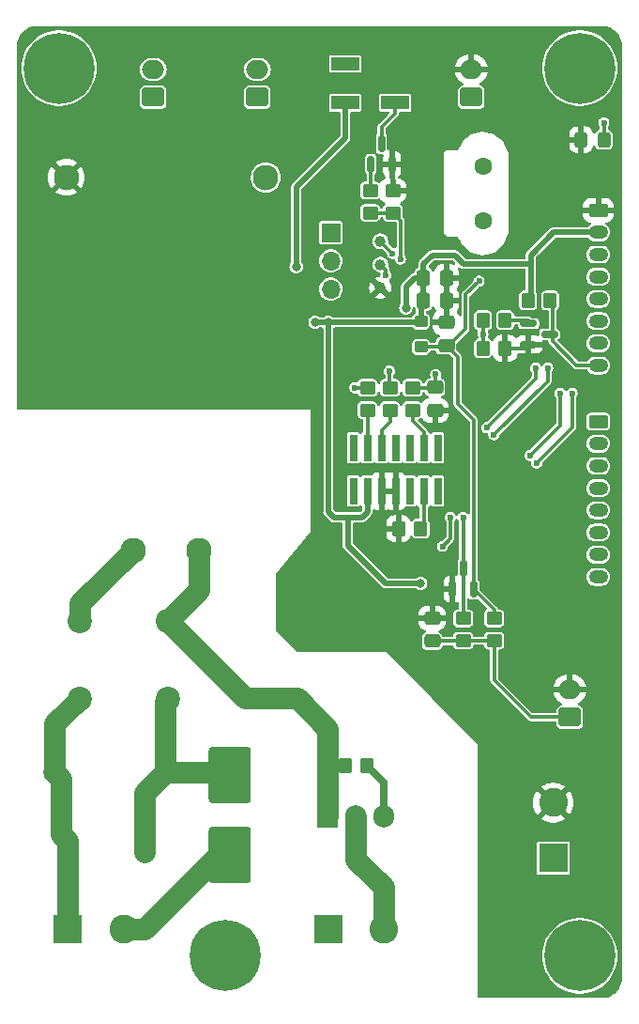
<source format=gtl>
G04 #@! TF.GenerationSoftware,KiCad,Pcbnew,(7.0.0)*
G04 #@! TF.CreationDate,2023-02-19T07:45:38+03:00*
G04 #@! TF.ProjectId,pcb-heater,7063622d-6865-4617-9465-722e6b696361,rev?*
G04 #@! TF.SameCoordinates,Original*
G04 #@! TF.FileFunction,Copper,L1,Top*
G04 #@! TF.FilePolarity,Positive*
%FSLAX46Y46*%
G04 Gerber Fmt 4.6, Leading zero omitted, Abs format (unit mm)*
G04 Created by KiCad (PCBNEW (7.0.0)) date 2023-02-19 07:45:38*
%MOMM*%
%LPD*%
G01*
G04 APERTURE LIST*
G04 Aperture macros list*
%AMRoundRect*
0 Rectangle with rounded corners*
0 $1 Rounding radius*
0 $2 $3 $4 $5 $6 $7 $8 $9 X,Y pos of 4 corners*
0 Add a 4 corners polygon primitive as box body*
4,1,4,$2,$3,$4,$5,$6,$7,$8,$9,$2,$3,0*
0 Add four circle primitives for the rounded corners*
1,1,$1+$1,$2,$3*
1,1,$1+$1,$4,$5*
1,1,$1+$1,$6,$7*
1,1,$1+$1,$8,$9*
0 Add four rect primitives between the rounded corners*
20,1,$1+$1,$2,$3,$4,$5,0*
20,1,$1+$1,$4,$5,$6,$7,0*
20,1,$1+$1,$6,$7,$8,$9,0*
20,1,$1+$1,$8,$9,$2,$3,0*%
G04 Aperture macros list end*
G04 #@! TA.AperFunction,ComponentPad*
%ADD10R,2.600000X2.600000*%
G04 #@! TD*
G04 #@! TA.AperFunction,ComponentPad*
%ADD11C,2.600000*%
G04 #@! TD*
G04 #@! TA.AperFunction,SMDPad,CuDef*
%ADD12RoundRect,0.250000X-0.450000X0.350000X-0.450000X-0.350000X0.450000X-0.350000X0.450000X0.350000X0*%
G04 #@! TD*
G04 #@! TA.AperFunction,SMDPad,CuDef*
%ADD13RoundRect,0.250000X0.450000X-0.350000X0.450000X0.350000X-0.450000X0.350000X-0.450000X-0.350000X0*%
G04 #@! TD*
G04 #@! TA.AperFunction,SMDPad,CuDef*
%ADD14RoundRect,0.250000X0.475000X-0.337500X0.475000X0.337500X-0.475000X0.337500X-0.475000X-0.337500X0*%
G04 #@! TD*
G04 #@! TA.AperFunction,SMDPad,CuDef*
%ADD15RoundRect,0.250000X-0.475000X0.337500X-0.475000X-0.337500X0.475000X-0.337500X0.475000X0.337500X0*%
G04 #@! TD*
G04 #@! TA.AperFunction,SMDPad,CuDef*
%ADD16RoundRect,0.250000X0.350000X0.450000X-0.350000X0.450000X-0.350000X-0.450000X0.350000X-0.450000X0*%
G04 #@! TD*
G04 #@! TA.AperFunction,ComponentPad*
%ADD17RoundRect,0.250000X0.750000X-0.600000X0.750000X0.600000X-0.750000X0.600000X-0.750000X-0.600000X0*%
G04 #@! TD*
G04 #@! TA.AperFunction,ComponentPad*
%ADD18O,2.000000X1.700000*%
G04 #@! TD*
G04 #@! TA.AperFunction,ComponentPad*
%ADD19C,1.600000*%
G04 #@! TD*
G04 #@! TA.AperFunction,SMDPad,CuDef*
%ADD20RoundRect,0.250000X-0.350000X-0.450000X0.350000X-0.450000X0.350000X0.450000X-0.350000X0.450000X0*%
G04 #@! TD*
G04 #@! TA.AperFunction,SMDPad,CuDef*
%ADD21RoundRect,0.150000X0.150000X-0.587500X0.150000X0.587500X-0.150000X0.587500X-0.150000X-0.587500X0*%
G04 #@! TD*
G04 #@! TA.AperFunction,ComponentPad*
%ADD22C,0.800000*%
G04 #@! TD*
G04 #@! TA.AperFunction,ComponentPad*
%ADD23C,6.400000*%
G04 #@! TD*
G04 #@! TA.AperFunction,SMDPad,CuDef*
%ADD24RoundRect,0.250000X-0.337500X-0.475000X0.337500X-0.475000X0.337500X0.475000X-0.337500X0.475000X0*%
G04 #@! TD*
G04 #@! TA.AperFunction,SMDPad,CuDef*
%ADD25R,0.740000X2.400000*%
G04 #@! TD*
G04 #@! TA.AperFunction,ComponentPad*
%ADD26C,2.300000*%
G04 #@! TD*
G04 #@! TA.AperFunction,ComponentPad*
%ADD27R,1.700000X1.700000*%
G04 #@! TD*
G04 #@! TA.AperFunction,ComponentPad*
%ADD28O,1.700000X1.700000*%
G04 #@! TD*
G04 #@! TA.AperFunction,ComponentPad*
%ADD29C,2.200000*%
G04 #@! TD*
G04 #@! TA.AperFunction,SMDPad,CuDef*
%ADD30RoundRect,0.150000X-0.587500X-0.150000X0.587500X-0.150000X0.587500X0.150000X-0.587500X0.150000X0*%
G04 #@! TD*
G04 #@! TA.AperFunction,SMDPad,CuDef*
%ADD31C,1.000000*%
G04 #@! TD*
G04 #@! TA.AperFunction,ComponentPad*
%ADD32RoundRect,0.250000X-0.625000X0.350000X-0.625000X-0.350000X0.625000X-0.350000X0.625000X0.350000X0*%
G04 #@! TD*
G04 #@! TA.AperFunction,ComponentPad*
%ADD33O,1.750000X1.200000*%
G04 #@! TD*
G04 #@! TA.AperFunction,SMDPad,CuDef*
%ADD34RoundRect,0.250000X-0.350000X0.275000X-0.350000X-0.275000X0.350000X-0.275000X0.350000X0.275000X0*%
G04 #@! TD*
G04 #@! TA.AperFunction,SMDPad,CuDef*
%ADD35RoundRect,0.250000X-0.325000X-0.450000X0.325000X-0.450000X0.325000X0.450000X-0.325000X0.450000X0*%
G04 #@! TD*
G04 #@! TA.AperFunction,SMDPad,CuDef*
%ADD36RoundRect,0.304800X1.600200X-2.235200X1.600200X2.235200X-1.600200X2.235200X-1.600200X-2.235200X0*%
G04 #@! TD*
G04 #@! TA.AperFunction,SMDPad,CuDef*
%ADD37R,2.500000X1.200000*%
G04 #@! TD*
G04 #@! TA.AperFunction,ComponentPad*
%ADD38R,1.905000X2.000000*%
G04 #@! TD*
G04 #@! TA.AperFunction,ComponentPad*
%ADD39O,1.905000X2.000000*%
G04 #@! TD*
G04 #@! TA.AperFunction,ComponentPad*
%ADD40C,1.800000*%
G04 #@! TD*
G04 #@! TA.AperFunction,ComponentPad*
%ADD41C,2.000000*%
G04 #@! TD*
G04 #@! TA.AperFunction,ViaPad*
%ADD42C,0.800000*%
G04 #@! TD*
G04 #@! TA.AperFunction,ViaPad*
%ADD43C,0.600000*%
G04 #@! TD*
G04 #@! TA.AperFunction,Conductor*
%ADD44C,0.500000*%
G04 #@! TD*
G04 #@! TA.AperFunction,Conductor*
%ADD45C,0.300000*%
G04 #@! TD*
G04 #@! TA.AperFunction,Conductor*
%ADD46C,1.905000*%
G04 #@! TD*
G04 #@! TA.AperFunction,Conductor*
%ADD47C,0.700000*%
G04 #@! TD*
G04 APERTURE END LIST*
D10*
X148597999Y-125201999D03*
D11*
X148598000Y-120202000D03*
D12*
X133858000Y-82820000D03*
X133858000Y-84820000D03*
D13*
X140462000Y-105600750D03*
X140462000Y-103600750D03*
D14*
X137668000Y-105638250D03*
X137668000Y-103563250D03*
D15*
X137922000Y-82782500D03*
X137922000Y-84857500D03*
D16*
X136636000Y-95504000D03*
X134636000Y-95504000D03*
D17*
X141207000Y-56622000D03*
D18*
X141206999Y-54121999D03*
D19*
X142240000Y-67728000D03*
X142240000Y-62828000D03*
D20*
X146320000Y-74930000D03*
X148320000Y-74930000D03*
D21*
X132146000Y-62659500D03*
X134046000Y-62659500D03*
X133096000Y-60784500D03*
D12*
X135890000Y-82820000D03*
X135890000Y-84820000D03*
D22*
X101600000Y-54000000D03*
X102302944Y-52302944D03*
X102302944Y-55697056D03*
X104000000Y-51600000D03*
D23*
X104000000Y-54000000D03*
D22*
X104000000Y-56400000D03*
X105697056Y-52302944D03*
X105697056Y-55697056D03*
X106400000Y-54000000D03*
D14*
X138938000Y-79015500D03*
X138938000Y-76940500D03*
D24*
X136884500Y-74930000D03*
X138959500Y-74930000D03*
D25*
X130555999Y-92119999D03*
X130555999Y-88219999D03*
X131825999Y-92119999D03*
X131825999Y-88219999D03*
X133095999Y-92119999D03*
X133095999Y-88219999D03*
X134365999Y-92119999D03*
X134365999Y-88219999D03*
X135635999Y-92119999D03*
X135635999Y-88219999D03*
X136905999Y-92119999D03*
X136905999Y-88219999D03*
X138175999Y-92119999D03*
X138175999Y-88219999D03*
D26*
X110665000Y-97445000D03*
X116665000Y-97445000D03*
X104665000Y-63845000D03*
X122665000Y-63845000D03*
D13*
X134112000Y-67039999D03*
X134112000Y-65039999D03*
D27*
X128523999Y-68833999D03*
D28*
X128523999Y-71373999D03*
X128523999Y-73913999D03*
D24*
X136884500Y-72898000D03*
X138959500Y-72898000D03*
D29*
X105855000Y-110815000D03*
X105855000Y-103815000D03*
X113855000Y-110815000D03*
X113855000Y-103815000D03*
D30*
X146382500Y-77028000D03*
X146382500Y-78928000D03*
X148257500Y-77978000D03*
D31*
X133000000Y-69600000D03*
D22*
X148600000Y-54000000D03*
X149302944Y-52302944D03*
X149302944Y-55697056D03*
X151000000Y-51600000D03*
D23*
X151000000Y-54000000D03*
D22*
X151000000Y-56400000D03*
X152697056Y-52302944D03*
X152697056Y-55697056D03*
X153400000Y-54000000D03*
D32*
X152654000Y-85852000D03*
D33*
X152653999Y-87851999D03*
X152653999Y-89851999D03*
X152653999Y-91851999D03*
X152653999Y-93851999D03*
X152653999Y-95851999D03*
X152653999Y-97851999D03*
X152653999Y-99851999D03*
D34*
X136652000Y-76828000D03*
X136652000Y-79128000D03*
D17*
X150096999Y-112502000D03*
D18*
X150096998Y-110001999D03*
D10*
X128309999Y-131579999D03*
D11*
X133310000Y-131580000D03*
D32*
X152654000Y-66802000D03*
D33*
X152653999Y-68801999D03*
X152653999Y-70801999D03*
X152653999Y-72801999D03*
X152653999Y-74801999D03*
X152653999Y-76801999D03*
X152653999Y-78801999D03*
X152653999Y-80801999D03*
D35*
X151121000Y-60452000D03*
X153171000Y-60452000D03*
D31*
X133000000Y-71700000D03*
D12*
X131826000Y-82820000D03*
X131826000Y-84820000D03*
D21*
X139512000Y-100966250D03*
X141412000Y-100966250D03*
X140462000Y-99091250D03*
D12*
X143256000Y-103600750D03*
X143256000Y-105600750D03*
D16*
X144256000Y-76708000D03*
X142256000Y-76708000D03*
D36*
X119380000Y-124895000D03*
X119380000Y-117675000D03*
D10*
X104814999Y-131579999D03*
D11*
X109815000Y-131580000D03*
D20*
X142256000Y-79248000D03*
X144256000Y-79248000D03*
D37*
X129829999Y-53621999D03*
X129829999Y-57121999D03*
X134329999Y-57121999D03*
D20*
X129810000Y-116840000D03*
X131810000Y-116840000D03*
D38*
X128259999Y-121411999D03*
D39*
X130799999Y-121411999D03*
X133339999Y-121411999D03*
D31*
X133000000Y-73800000D03*
D12*
X132080000Y-65039999D03*
X132080000Y-67039999D03*
D17*
X121902999Y-56622000D03*
D18*
X121902998Y-54121999D03*
D22*
X148600000Y-134000000D03*
X149302944Y-132302944D03*
X149302944Y-135697056D03*
X151000000Y-131600000D03*
D23*
X151000000Y-134000000D03*
D22*
X151000000Y-136400000D03*
X152697056Y-132302944D03*
X152697056Y-135697056D03*
X153400000Y-134000000D03*
D17*
X112505000Y-56622000D03*
D18*
X112504999Y-54121999D03*
D40*
X104200000Y-123005000D03*
X111700000Y-124638330D03*
D22*
X116600000Y-134000000D03*
X117302944Y-132302944D03*
X117302944Y-135697056D03*
X119000000Y-131600000D03*
D23*
X119000000Y-134000000D03*
D22*
X119000000Y-136400000D03*
X120697056Y-132302944D03*
X120697056Y-135697056D03*
X121400000Y-134000000D03*
D41*
X103585000Y-117475000D03*
X113585000Y-117475000D03*
D42*
X136636000Y-100436000D03*
X127100000Y-76900000D03*
X125400000Y-71900000D03*
X128300000Y-76900000D03*
X135300000Y-75600000D03*
X133604000Y-77978000D03*
X135636000Y-103632000D03*
X139446000Y-88138000D03*
X121158000Y-79502000D03*
X121158000Y-74930000D03*
X133604000Y-79502000D03*
D43*
X138176000Y-64262000D03*
D42*
X110744000Y-74930000D03*
X132588000Y-95504000D03*
X110744000Y-77216000D03*
D43*
X138176000Y-65278000D03*
X138176000Y-66294000D03*
D42*
X136144000Y-70612000D03*
X108600000Y-59900000D03*
D43*
X141900000Y-73200000D03*
X138000000Y-81600000D03*
X153162000Y-58928000D03*
X140462000Y-94488000D03*
X147000000Y-81026000D03*
X142593404Y-86406596D03*
X143243404Y-87056596D03*
X148100000Y-81026000D03*
X149200000Y-83300000D03*
X146500511Y-88899489D03*
X150300000Y-83300000D03*
X147100000Y-89600000D03*
X142256000Y-77962000D03*
X134800000Y-71200000D03*
X130700000Y-82800000D03*
X133800000Y-81300000D03*
X133500500Y-72683564D03*
X134100000Y-70700000D03*
X138600000Y-97100000D03*
X139325500Y-94488000D03*
D44*
X139700000Y-70866000D02*
X140478000Y-71644000D01*
X140478000Y-71644000D02*
X146574000Y-71644000D01*
X133456000Y-100436000D02*
X136636000Y-100436000D01*
X129830000Y-60270000D02*
X129830000Y-57122000D01*
X131318000Y-94488000D02*
X130048000Y-94488000D01*
X136652000Y-75162500D02*
X136884500Y-74930000D01*
X135300000Y-73700000D02*
X135300000Y-75600000D01*
X130048000Y-97028000D02*
X133456000Y-100436000D01*
X130048000Y-94488000D02*
X130048000Y-97028000D01*
X136884500Y-72898000D02*
X136884500Y-71649500D01*
X136884500Y-72898000D02*
X136102000Y-72898000D01*
X146574000Y-70850000D02*
X148622000Y-68802000D01*
X146574000Y-71644000D02*
X146574000Y-70850000D01*
X125400000Y-71900000D02*
X125400000Y-64700000D01*
X131826000Y-93980000D02*
X131318000Y-94488000D01*
X136102000Y-72898000D02*
X135300000Y-73700000D01*
X130048000Y-94488000D02*
X128788000Y-94488000D01*
X136884500Y-71649500D02*
X137668000Y-70866000D01*
X146574000Y-74930000D02*
X146574000Y-71644000D01*
X131826000Y-92120000D02*
X131826000Y-93980000D01*
X128300000Y-94000000D02*
X128300000Y-76900000D01*
X136884500Y-72898000D02*
X136884500Y-74930000D01*
X125400000Y-64700000D02*
X129830000Y-60270000D01*
X127100000Y-76900000D02*
X128300000Y-76900000D01*
X137668000Y-70866000D02*
X139700000Y-70866000D01*
X148622000Y-68802000D02*
X152654000Y-68802000D01*
X128300000Y-76900000D02*
X136580000Y-76900000D01*
X136580000Y-76900000D02*
X136652000Y-76828000D01*
X136652000Y-76828000D02*
X136652000Y-75162500D01*
X128788000Y-94488000D02*
X128300000Y-94000000D01*
D45*
X134330000Y-58070000D02*
X134330000Y-57122000D01*
X133100000Y-59300000D02*
X134330000Y-58070000D01*
X133096000Y-60784500D02*
X133100000Y-60780500D01*
X133100000Y-60780500D02*
X133100000Y-59300000D01*
X144256000Y-79248000D02*
X146316500Y-79248000D01*
X146316500Y-79248000D02*
X146636500Y-78928000D01*
X140700000Y-74400000D02*
X140700000Y-77500000D01*
X139954000Y-80031500D02*
X138938000Y-79015500D01*
X143256000Y-103600750D02*
X143256000Y-102810250D01*
X141900000Y-73200000D02*
X140700000Y-74400000D01*
X140700000Y-77500000D02*
X139184500Y-79015500D01*
X136652000Y-79128000D02*
X138825500Y-79128000D01*
X141412000Y-100966250D02*
X141412000Y-85699000D01*
X138825500Y-79128000D02*
X138938000Y-79015500D01*
X139184500Y-79015500D02*
X138938000Y-79015500D01*
X143256000Y-102810250D02*
X141412000Y-100966250D01*
X139954000Y-84241000D02*
X139954000Y-80031500D01*
X141412000Y-85699000D02*
X139954000Y-84241000D01*
D46*
X103585000Y-113085000D02*
X105855000Y-110815000D01*
X104815000Y-131580000D02*
X104815000Y-123620000D01*
X104200000Y-123005000D02*
X104200000Y-118090000D01*
X104200000Y-118090000D02*
X103585000Y-117475000D01*
X104815000Y-123620000D02*
X104200000Y-123005000D01*
X103585000Y-117475000D02*
X103585000Y-113085000D01*
X111700000Y-124638330D02*
X111700000Y-119360000D01*
X113585000Y-117475000D02*
X119180000Y-117475000D01*
X113585000Y-111085000D02*
X113855000Y-110815000D01*
X111700000Y-119360000D02*
X113585000Y-117475000D01*
X113585000Y-117475000D02*
X113585000Y-111085000D01*
X119180000Y-117475000D02*
X119380000Y-117675000D01*
D45*
X138000000Y-81600000D02*
X138000000Y-82704500D01*
X137884500Y-82820000D02*
X137922000Y-82782500D01*
X138000000Y-82704500D02*
X137922000Y-82782500D01*
X135890000Y-82820000D02*
X137884500Y-82820000D01*
X140424500Y-105638250D02*
X140462000Y-105600750D01*
X146602000Y-112502000D02*
X150096999Y-112502000D01*
X143256000Y-109156000D02*
X146602000Y-112502000D01*
X143256000Y-105600750D02*
X143256000Y-109156000D01*
X137668000Y-105638250D02*
X140424500Y-105638250D01*
X143256000Y-105600750D02*
X140462000Y-105600750D01*
X153162000Y-58928000D02*
X153171000Y-58937000D01*
X153171000Y-58937000D02*
X153171000Y-60198000D01*
X140462000Y-94488000D02*
X140462000Y-99091250D01*
X140462000Y-99091250D02*
X140462000Y-103600750D01*
D46*
X111720000Y-131580000D02*
X118405000Y-124895000D01*
X109815000Y-131580000D02*
X111720000Y-131580000D01*
X118405000Y-124895000D02*
X119380000Y-124895000D01*
X105855000Y-102255000D02*
X110665000Y-97445000D01*
X105855000Y-103815000D02*
X105855000Y-102255000D01*
X125476000Y-110744000D02*
X128260000Y-113528000D01*
X116665000Y-101005000D02*
X116665000Y-97445000D01*
D47*
X129810000Y-116840000D02*
X128340000Y-116840000D01*
D46*
X113855000Y-103815000D02*
X116665000Y-101005000D01*
X120784000Y-110744000D02*
X125476000Y-110744000D01*
X113855000Y-103815000D02*
X120784000Y-110744000D01*
X128260000Y-116760000D02*
X128260000Y-121412000D01*
X128260000Y-113528000D02*
X128260000Y-116760000D01*
D47*
X128340000Y-116840000D02*
X128260000Y-116760000D01*
D45*
X147000000Y-82000000D02*
X142593404Y-86406596D01*
X147000000Y-81026000D02*
X147000000Y-82000000D01*
X148100000Y-81026000D02*
X148100000Y-82200000D01*
X148100000Y-82200000D02*
X143243404Y-87056596D01*
X149200000Y-86200000D02*
X146500511Y-88899489D01*
X149200000Y-83300000D02*
X149200000Y-86200000D01*
X150300000Y-83300000D02*
X150300000Y-86400000D01*
X150300000Y-86400000D02*
X147100000Y-89600000D01*
X150702000Y-80802000D02*
X152654000Y-80802000D01*
X148574000Y-77915500D02*
X148511500Y-77978000D01*
X148511500Y-78611500D02*
X150702000Y-80802000D01*
X148511500Y-77978000D02*
X148511500Y-78611500D01*
X148574000Y-74930000D02*
X148574000Y-77915500D01*
X131826000Y-88220000D02*
X131826000Y-84820000D01*
X133858000Y-85842000D02*
X133858000Y-84820000D01*
X133096000Y-88220000D02*
X133096000Y-86604000D01*
X133096000Y-86604000D02*
X133858000Y-85842000D01*
X136906000Y-92120000D02*
X136906000Y-95234000D01*
X136906000Y-95234000D02*
X136636000Y-95504000D01*
X136906000Y-86806000D02*
X135890000Y-85790000D01*
X135890000Y-85790000D02*
X135890000Y-84820000D01*
X136906000Y-88220000D02*
X136906000Y-86806000D01*
D46*
X130800000Y-125300000D02*
X130800000Y-121412000D01*
X133310000Y-127810000D02*
X130800000Y-125300000D01*
X133310000Y-131580000D02*
X133310000Y-127810000D01*
D45*
X146316500Y-76708000D02*
X146636500Y-77028000D01*
X144256000Y-76708000D02*
X146316500Y-76708000D01*
X132146000Y-64973999D02*
X132080000Y-65039999D01*
X132146000Y-62659500D02*
X132146000Y-64973999D01*
D47*
X133340000Y-121412000D02*
X133340000Y-118370000D01*
X133340000Y-118370000D02*
X131810000Y-116840000D01*
D45*
X142256000Y-77962000D02*
X142256000Y-76708000D01*
X142256000Y-79248000D02*
X142256000Y-77962000D01*
X134800000Y-67727999D02*
X134112000Y-67039999D01*
X134800000Y-71200000D02*
X134800000Y-67727999D01*
X132080000Y-67039999D02*
X134112000Y-67039999D01*
X130700000Y-82800000D02*
X131806000Y-82800000D01*
X131806000Y-82800000D02*
X131826000Y-82820000D01*
X133800000Y-82762000D02*
X133858000Y-82820000D01*
X133800000Y-81300000D02*
X133800000Y-82762000D01*
X133500500Y-72683564D02*
X133500500Y-72200500D01*
X133500500Y-72200500D02*
X133000000Y-71700000D01*
X134100000Y-70700000D02*
X133000000Y-69600000D01*
X139325500Y-94488000D02*
X139325500Y-96374500D01*
X139325500Y-96374500D02*
X138600000Y-97100000D01*
G04 #@! TA.AperFunction,Conductor*
G36*
X153004118Y-50200770D02*
G01*
X153029108Y-50202407D01*
X153226649Y-50215355D01*
X153242968Y-50217503D01*
X153457653Y-50260206D01*
X153473557Y-50264467D01*
X153680830Y-50334828D01*
X153696036Y-50341127D01*
X153892351Y-50437938D01*
X153906607Y-50446169D01*
X154088600Y-50567773D01*
X154101675Y-50577806D01*
X154266229Y-50722115D01*
X154277884Y-50733770D01*
X154422193Y-50898324D01*
X154432226Y-50911399D01*
X154553825Y-51093383D01*
X154562066Y-51107657D01*
X154658868Y-51303953D01*
X154665175Y-51319179D01*
X154735529Y-51526434D01*
X154739795Y-51542355D01*
X154782494Y-51757019D01*
X154784645Y-51773359D01*
X154799230Y-51995881D01*
X154799500Y-52004122D01*
X154799500Y-135995878D01*
X154799230Y-136004119D01*
X154784645Y-136226640D01*
X154782494Y-136242980D01*
X154739795Y-136457644D01*
X154735529Y-136473565D01*
X154665175Y-136680820D01*
X154658868Y-136696046D01*
X154562066Y-136892342D01*
X154553825Y-136906616D01*
X154432226Y-137088600D01*
X154422193Y-137101675D01*
X154277884Y-137266229D01*
X154266229Y-137277884D01*
X154101675Y-137422193D01*
X154088600Y-137432226D01*
X153906616Y-137553825D01*
X153892342Y-137562066D01*
X153696046Y-137658868D01*
X153680820Y-137665175D01*
X153473565Y-137735529D01*
X153457644Y-137739795D01*
X153242980Y-137782494D01*
X153226640Y-137784645D01*
X153004119Y-137799230D01*
X152995878Y-137799500D01*
X141926000Y-137799500D01*
X141863000Y-137782619D01*
X141816881Y-137736500D01*
X141800000Y-137673500D01*
X141800000Y-134000000D01*
X147594506Y-134000000D01*
X147594691Y-134003412D01*
X147614283Y-134364779D01*
X147614284Y-134364789D01*
X147614469Y-134368199D01*
X147615020Y-134371564D01*
X147615022Y-134371576D01*
X147673571Y-134728707D01*
X147673574Y-134728722D01*
X147674125Y-134732081D01*
X147675036Y-134735365D01*
X147675039Y-134735375D01*
X147771860Y-135084092D01*
X147772773Y-135087379D01*
X147774031Y-135090537D01*
X147774035Y-135090548D01*
X147907995Y-135426763D01*
X147909257Y-135429930D01*
X148081978Y-135755716D01*
X148288910Y-136060917D01*
X148527627Y-136341956D01*
X148530096Y-136344295D01*
X148530102Y-136344301D01*
X148586133Y-136397376D01*
X148795330Y-136595538D01*
X149088881Y-136818690D01*
X149404838Y-137008795D01*
X149739497Y-137163625D01*
X150088934Y-137281364D01*
X150449052Y-137360632D01*
X150815630Y-137400500D01*
X151180955Y-137400500D01*
X151184370Y-137400500D01*
X151550948Y-137360632D01*
X151911066Y-137281364D01*
X152260503Y-137163625D01*
X152595162Y-137008795D01*
X152911119Y-136818690D01*
X153204670Y-136595538D01*
X153472373Y-136341956D01*
X153711090Y-136060917D01*
X153918022Y-135755716D01*
X154090743Y-135429930D01*
X154227227Y-135087379D01*
X154325875Y-134732081D01*
X154385531Y-134368199D01*
X154405494Y-134000000D01*
X154385531Y-133631801D01*
X154325875Y-133267919D01*
X154227227Y-132912621D01*
X154090743Y-132570070D01*
X153918022Y-132244284D01*
X153711090Y-131939083D01*
X153472373Y-131658044D01*
X153469902Y-131655703D01*
X153469897Y-131655698D01*
X153207153Y-131406814D01*
X153207152Y-131406813D01*
X153204670Y-131404462D01*
X152911119Y-131181310D01*
X152595162Y-130991205D01*
X152592063Y-130989771D01*
X152592057Y-130989768D01*
X152263601Y-130837808D01*
X152263596Y-130837806D01*
X152260503Y-130836375D01*
X152257274Y-130835287D01*
X152257269Y-130835285D01*
X151914302Y-130719726D01*
X151914296Y-130719724D01*
X151911066Y-130718636D01*
X151907741Y-130717904D01*
X151907730Y-130717901D01*
X151554279Y-130640101D01*
X151554275Y-130640100D01*
X151550948Y-130639368D01*
X151539220Y-130638092D01*
X151187768Y-130599869D01*
X151187757Y-130599868D01*
X151184370Y-130599500D01*
X150815630Y-130599500D01*
X150812243Y-130599868D01*
X150812231Y-130599869D01*
X150452444Y-130638999D01*
X150452442Y-130638999D01*
X150449052Y-130639368D01*
X150445727Y-130640099D01*
X150445720Y-130640101D01*
X150092269Y-130717901D01*
X150092253Y-130717905D01*
X150088934Y-130718636D01*
X150085708Y-130719722D01*
X150085697Y-130719726D01*
X149742730Y-130835285D01*
X149742719Y-130835289D01*
X149739497Y-130836375D01*
X149736409Y-130837803D01*
X149736398Y-130837808D01*
X149407942Y-130989768D01*
X149407928Y-130989775D01*
X149404838Y-130991205D01*
X149401912Y-130992965D01*
X149401911Y-130992966D01*
X149091813Y-131179545D01*
X149091801Y-131179552D01*
X149088881Y-131181310D01*
X149086165Y-131183373D01*
X149086157Y-131183380D01*
X148798049Y-131402395D01*
X148795330Y-131404462D01*
X148792855Y-131406805D01*
X148792846Y-131406814D01*
X148530102Y-131655698D01*
X148530087Y-131655713D01*
X148527627Y-131658044D01*
X148525430Y-131660630D01*
X148525421Y-131660640D01*
X148291123Y-131936477D01*
X148291118Y-131936483D01*
X148288910Y-131939083D01*
X148286999Y-131941900D01*
X148286994Y-131941908D01*
X148083891Y-132241461D01*
X148083882Y-132241474D01*
X148081978Y-132244284D01*
X148080382Y-132247294D01*
X148080378Y-132247301D01*
X147910853Y-132567058D01*
X147910847Y-132567070D01*
X147909257Y-132570070D01*
X147907999Y-132573227D01*
X147907995Y-132573236D01*
X147774035Y-132909451D01*
X147774029Y-132909467D01*
X147772773Y-132912621D01*
X147771863Y-132915896D01*
X147771860Y-132915907D01*
X147675039Y-133264624D01*
X147675035Y-133264638D01*
X147674125Y-133267919D01*
X147673574Y-133271273D01*
X147673571Y-133271292D01*
X147615022Y-133628423D01*
X147615020Y-133628437D01*
X147614469Y-133631801D01*
X147614284Y-133635208D01*
X147614283Y-133635220D01*
X147594946Y-133991875D01*
X147594506Y-134000000D01*
X141800000Y-134000000D01*
X141800000Y-126521748D01*
X147097500Y-126521748D01*
X147109133Y-126580231D01*
X147153448Y-126646552D01*
X147219769Y-126690867D01*
X147278252Y-126702500D01*
X149911561Y-126702500D01*
X149917748Y-126702500D01*
X149976231Y-126690867D01*
X150042552Y-126646552D01*
X150086867Y-126580231D01*
X150098500Y-126521748D01*
X150098500Y-123882252D01*
X150086867Y-123823769D01*
X150042552Y-123757448D01*
X149976231Y-123713133D01*
X149917748Y-123701500D01*
X147278252Y-123701500D01*
X147272184Y-123702706D01*
X147272183Y-123702707D01*
X147231939Y-123710712D01*
X147231937Y-123710712D01*
X147219769Y-123713133D01*
X147209454Y-123720024D01*
X147209452Y-123720026D01*
X147163761Y-123750556D01*
X147163758Y-123750558D01*
X147153448Y-123757448D01*
X147146558Y-123767758D01*
X147146556Y-123767761D01*
X147116026Y-123813452D01*
X147116024Y-123813454D01*
X147109133Y-123823769D01*
X147097500Y-123882252D01*
X147097500Y-126521748D01*
X141800000Y-126521748D01*
X141800000Y-121648396D01*
X147514270Y-121648396D01*
X147521939Y-121656584D01*
X147687570Y-121769509D01*
X147695714Y-121774211D01*
X147931361Y-121887692D01*
X147940118Y-121891129D01*
X148190052Y-121968224D01*
X148199209Y-121970314D01*
X148457847Y-122009297D01*
X148467225Y-122010000D01*
X148728775Y-122010000D01*
X148738152Y-122009297D01*
X148996790Y-121970314D01*
X149005947Y-121968224D01*
X149255881Y-121891129D01*
X149264638Y-121887692D01*
X149500285Y-121774211D01*
X149508429Y-121769509D01*
X149674062Y-121656581D01*
X149681728Y-121648397D01*
X149675714Y-121638924D01*
X148609729Y-120572939D01*
X148598000Y-120566167D01*
X148586270Y-120572939D01*
X147520284Y-121638924D01*
X147514270Y-121648396D01*
X141800000Y-121648396D01*
X141800000Y-120206697D01*
X146785282Y-120206697D01*
X146804827Y-120467518D01*
X146806230Y-120476825D01*
X146864430Y-120731812D01*
X146867204Y-120740805D01*
X146962756Y-120984269D01*
X146966839Y-120992749D01*
X147097610Y-121219250D01*
X147102914Y-121227030D01*
X147140999Y-121274787D01*
X147152418Y-121282889D01*
X147164671Y-121276117D01*
X148227060Y-120213729D01*
X148233832Y-120202000D01*
X148962167Y-120202000D01*
X148968939Y-120213729D01*
X150031328Y-121276118D01*
X150043580Y-121282890D01*
X150054998Y-121274788D01*
X150093086Y-121227029D01*
X150098388Y-121219252D01*
X150229160Y-120992749D01*
X150233243Y-120984269D01*
X150328795Y-120740805D01*
X150331569Y-120731812D01*
X150389769Y-120476825D01*
X150391172Y-120467518D01*
X150410718Y-120206697D01*
X150410718Y-120197303D01*
X150391172Y-119936481D01*
X150389769Y-119927174D01*
X150331569Y-119672187D01*
X150328795Y-119663194D01*
X150233243Y-119419730D01*
X150229160Y-119411250D01*
X150098384Y-119184741D01*
X150093093Y-119176980D01*
X150054997Y-119129208D01*
X150043580Y-119121108D01*
X150031328Y-119127880D01*
X148968939Y-120190270D01*
X148962167Y-120202000D01*
X148233832Y-120202000D01*
X148227060Y-120190270D01*
X147164671Y-119127881D01*
X147152417Y-119121109D01*
X147141000Y-119129210D01*
X147102907Y-119176979D01*
X147097614Y-119184743D01*
X146966839Y-119411250D01*
X146962756Y-119419730D01*
X146867204Y-119663194D01*
X146864430Y-119672187D01*
X146806230Y-119927174D01*
X146804827Y-119936481D01*
X146785282Y-120197303D01*
X146785282Y-120206697D01*
X141800000Y-120206697D01*
X141800000Y-118755602D01*
X147514270Y-118755602D01*
X147520284Y-118765074D01*
X148586270Y-119831060D01*
X148598000Y-119837832D01*
X148609729Y-119831060D01*
X149675714Y-118765074D01*
X149681728Y-118755602D01*
X149674060Y-118747415D01*
X149508431Y-118634491D01*
X149500286Y-118629789D01*
X149264638Y-118516307D01*
X149255881Y-118512870D01*
X149005947Y-118435775D01*
X148996790Y-118433685D01*
X148738152Y-118394702D01*
X148728775Y-118394000D01*
X148467225Y-118394000D01*
X148457847Y-118394702D01*
X148199209Y-118433685D01*
X148190052Y-118435775D01*
X147940118Y-118512870D01*
X147931361Y-118516307D01*
X147695713Y-118629789D01*
X147687568Y-118634491D01*
X147521937Y-118747416D01*
X147514270Y-118755602D01*
X141800000Y-118755602D01*
X141800000Y-115012216D01*
X141800000Y-115000000D01*
X133600000Y-106600000D01*
X133587399Y-106600000D01*
X125552190Y-106600000D01*
X125503972Y-106590409D01*
X125463095Y-106563095D01*
X123636905Y-104736905D01*
X123609591Y-104696028D01*
X123600000Y-104647810D01*
X123600000Y-103948053D01*
X136435000Y-103948053D01*
X136435325Y-103954442D01*
X136444907Y-104048238D01*
X136447767Y-104061596D01*
X136499035Y-104216314D01*
X136505192Y-104229517D01*
X136590511Y-104367841D01*
X136599558Y-104379282D01*
X136714467Y-104494191D01*
X136725908Y-104503238D01*
X136864232Y-104588557D01*
X136877435Y-104594714D01*
X137024137Y-104643326D01*
X137076368Y-104676693D01*
X137106372Y-104730927D01*
X137106887Y-104792904D01*
X137077790Y-104847629D01*
X137026120Y-104881860D01*
X136989032Y-104894837D01*
X136989027Y-104894839D01*
X136980118Y-104897957D01*
X136972525Y-104903560D01*
X136972519Y-104903564D01*
X136878442Y-104972996D01*
X136878438Y-104972999D01*
X136870850Y-104978600D01*
X136865249Y-104986188D01*
X136865246Y-104986192D01*
X136795814Y-105080269D01*
X136795810Y-105080275D01*
X136790207Y-105087868D01*
X136787087Y-105096783D01*
X136787087Y-105096784D01*
X136752201Y-105196484D01*
X136745354Y-105216051D01*
X136744638Y-105223680D01*
X136744638Y-105223683D01*
X136743133Y-105239737D01*
X136742500Y-105246484D01*
X136742500Y-106030016D01*
X136742774Y-106032945D01*
X136742775Y-106032951D01*
X136743027Y-106035635D01*
X136745354Y-106060449D01*
X136790207Y-106188632D01*
X136795812Y-106196227D01*
X136795814Y-106196230D01*
X136846795Y-106265307D01*
X136870850Y-106297900D01*
X136980118Y-106378543D01*
X137108301Y-106423396D01*
X137138734Y-106426250D01*
X138194313Y-106426250D01*
X138197266Y-106426250D01*
X138227699Y-106423396D01*
X138355882Y-106378543D01*
X138465150Y-106297900D01*
X138545793Y-106188632D01*
X138586206Y-106073135D01*
X138612771Y-106029048D01*
X138654750Y-105999263D01*
X138705136Y-105988750D01*
X139458612Y-105988750D01*
X139508998Y-105999263D01*
X139550977Y-106029048D01*
X139577540Y-106073134D01*
X139609207Y-106163632D01*
X139614812Y-106171227D01*
X139614814Y-106171230D01*
X139633265Y-106196230D01*
X139689850Y-106272900D01*
X139799118Y-106353543D01*
X139927301Y-106398396D01*
X139957734Y-106401250D01*
X140963313Y-106401250D01*
X140966266Y-106401250D01*
X140996699Y-106398396D01*
X141124882Y-106353543D01*
X141234150Y-106272900D01*
X141314793Y-106163632D01*
X141359580Y-106035635D01*
X141386145Y-105991548D01*
X141428124Y-105961763D01*
X141478510Y-105951250D01*
X142239490Y-105951250D01*
X142289876Y-105961763D01*
X142331855Y-105991548D01*
X142358419Y-106035635D01*
X142403207Y-106163632D01*
X142408812Y-106171227D01*
X142408814Y-106171230D01*
X142427265Y-106196230D01*
X142483850Y-106272900D01*
X142593118Y-106353543D01*
X142721301Y-106398396D01*
X142751734Y-106401250D01*
X142779500Y-106401250D01*
X142842500Y-106418131D01*
X142888619Y-106464250D01*
X142905500Y-106527250D01*
X142905500Y-109106582D01*
X142903193Y-109128817D01*
X142903098Y-109131101D01*
X142900957Y-109141315D01*
X142902248Y-109151672D01*
X142902248Y-109151676D01*
X142904665Y-109171064D01*
X142905203Y-109176243D01*
X142905500Y-109179827D01*
X142905500Y-109185040D01*
X142908659Y-109203974D01*
X142909408Y-109209117D01*
X142915427Y-109257393D01*
X142918686Y-109264060D01*
X142919908Y-109271381D01*
X142924872Y-109280554D01*
X142924874Y-109280559D01*
X142943057Y-109314158D01*
X142945440Y-109318789D01*
X142962213Y-109353100D01*
X142962217Y-109353106D01*
X142966802Y-109362484D01*
X142972050Y-109367732D01*
X142975582Y-109374258D01*
X142983258Y-109381324D01*
X143011373Y-109407206D01*
X143015130Y-109410812D01*
X146319212Y-112714894D01*
X146333305Y-112732247D01*
X146334851Y-112733926D01*
X146340563Y-112742669D01*
X146364237Y-112761095D01*
X146368268Y-112764368D01*
X146371000Y-112766682D01*
X146374694Y-112770376D01*
X146390340Y-112781547D01*
X146394494Y-112784645D01*
X146432874Y-112814517D01*
X146439892Y-112816926D01*
X146445934Y-112821240D01*
X146455941Y-112824219D01*
X146455943Y-112824220D01*
X146478651Y-112830980D01*
X146492538Y-112835114D01*
X146497495Y-112836702D01*
X146521113Y-112844810D01*
X146543512Y-112852500D01*
X146550936Y-112852500D01*
X146558047Y-112854617D01*
X146606630Y-112852607D01*
X146611836Y-112852500D01*
X148770499Y-112852500D01*
X148833499Y-112869381D01*
X148879618Y-112915500D01*
X148896499Y-112978500D01*
X148896499Y-113156266D01*
X148899353Y-113186699D01*
X148944206Y-113314882D01*
X148949811Y-113322477D01*
X148949813Y-113322480D01*
X149019245Y-113416557D01*
X149024849Y-113424150D01*
X149134117Y-113504793D01*
X149262300Y-113549646D01*
X149292733Y-113552500D01*
X150898312Y-113552500D01*
X150901265Y-113552500D01*
X150931698Y-113549646D01*
X151059881Y-113504793D01*
X151169149Y-113424150D01*
X151249792Y-113314882D01*
X151294645Y-113186699D01*
X151297499Y-113156266D01*
X151297499Y-111847734D01*
X151294645Y-111817301D01*
X151249792Y-111689118D01*
X151169149Y-111579850D01*
X151161556Y-111574246D01*
X151067479Y-111504814D01*
X151067476Y-111504812D01*
X151059881Y-111499207D01*
X150931698Y-111454354D01*
X150924070Y-111453638D01*
X150924058Y-111453636D01*
X150907593Y-111452092D01*
X150846331Y-111429320D01*
X150804719Y-111378922D01*
X150793953Y-111314457D01*
X150816928Y-111253272D01*
X150867465Y-111211827D01*
X150906810Y-111194042D01*
X150916113Y-111188845D01*
X151098767Y-111065393D01*
X151107076Y-111058683D01*
X151266228Y-110906148D01*
X151273284Y-110898131D01*
X151404367Y-110720896D01*
X151409970Y-110711796D01*
X151509218Y-110514948D01*
X151513195Y-110505053D01*
X151577750Y-110294257D01*
X151579998Y-110283827D01*
X151581282Y-110273804D01*
X151579103Y-110259924D01*
X151565611Y-110256000D01*
X148626660Y-110256000D01*
X148615650Y-110258495D01*
X148615530Y-110269783D01*
X148642701Y-110395855D01*
X148645827Y-110406061D01*
X148728023Y-110610617D01*
X148732828Y-110620146D01*
X148848416Y-110807874D01*
X148854762Y-110816454D01*
X149000408Y-110981938D01*
X149008116Y-110989326D01*
X149179638Y-111127820D01*
X149188477Y-111133794D01*
X149336684Y-111216587D01*
X149382413Y-111260339D01*
X149401102Y-111320805D01*
X149388036Y-111382730D01*
X149346510Y-111430490D01*
X149287003Y-111452036D01*
X149269939Y-111453636D01*
X149269926Y-111453638D01*
X149262300Y-111454354D01*
X149255062Y-111456886D01*
X149255060Y-111456887D01*
X149143033Y-111496087D01*
X149134117Y-111499207D01*
X149126524Y-111504810D01*
X149126518Y-111504814D01*
X149032441Y-111574246D01*
X149032437Y-111574249D01*
X149024849Y-111579850D01*
X149019248Y-111587438D01*
X149019245Y-111587442D01*
X148949813Y-111681519D01*
X148949809Y-111681525D01*
X148944206Y-111689118D01*
X148899353Y-111817301D01*
X148896499Y-111847734D01*
X148896499Y-111850687D01*
X148896499Y-112025500D01*
X148879618Y-112088500D01*
X148833499Y-112134619D01*
X148770499Y-112151500D01*
X146799371Y-112151500D01*
X146751153Y-112141909D01*
X146710276Y-112114595D01*
X144325877Y-109730195D01*
X148612715Y-109730195D01*
X148614894Y-109744075D01*
X148628387Y-109748000D01*
X149826409Y-109748000D01*
X149839492Y-109744493D01*
X149842999Y-109731410D01*
X150350999Y-109731410D01*
X150354505Y-109744493D01*
X150367589Y-109748000D01*
X151567338Y-109748000D01*
X151578347Y-109745504D01*
X151578467Y-109734216D01*
X151551296Y-109608144D01*
X151548170Y-109597938D01*
X151465974Y-109393382D01*
X151461169Y-109383853D01*
X151345581Y-109196125D01*
X151339235Y-109187545D01*
X151193589Y-109022061D01*
X151185881Y-109014673D01*
X151014359Y-108876179D01*
X151005520Y-108870205D01*
X150813061Y-108762691D01*
X150803328Y-108758291D01*
X150595470Y-108684850D01*
X150585149Y-108682162D01*
X150367850Y-108644903D01*
X150365093Y-108644668D01*
X150354505Y-108647506D01*
X150350999Y-108660590D01*
X150350999Y-109731410D01*
X149842999Y-109731410D01*
X149842999Y-108665437D01*
X149839212Y-108652065D01*
X149825565Y-108649425D01*
X149721996Y-108658240D01*
X149711487Y-108660042D01*
X149498139Y-108715594D01*
X149488085Y-108719146D01*
X149287185Y-108809958D01*
X149277884Y-108815154D01*
X149095230Y-108938606D01*
X149086921Y-108945316D01*
X148927769Y-109097851D01*
X148920713Y-109105868D01*
X148789630Y-109283103D01*
X148784027Y-109292203D01*
X148684779Y-109489051D01*
X148680802Y-109498946D01*
X148616247Y-109709742D01*
X148613999Y-109720172D01*
X148612715Y-109730195D01*
X144325877Y-109730195D01*
X143643405Y-109047723D01*
X143616091Y-109006846D01*
X143606500Y-108958628D01*
X143606500Y-106527250D01*
X143623381Y-106464250D01*
X143669500Y-106418131D01*
X143732500Y-106401250D01*
X143757313Y-106401250D01*
X143760266Y-106401250D01*
X143790699Y-106398396D01*
X143918882Y-106353543D01*
X144028150Y-106272900D01*
X144108793Y-106163632D01*
X144153646Y-106035449D01*
X144156500Y-106005016D01*
X144156500Y-105196484D01*
X144153646Y-105166051D01*
X144108793Y-105037868D01*
X144065051Y-104978600D01*
X144033753Y-104936192D01*
X144028150Y-104928600D01*
X144020557Y-104922996D01*
X143926480Y-104853564D01*
X143926477Y-104853562D01*
X143918882Y-104847957D01*
X143790699Y-104803104D01*
X143783067Y-104802388D01*
X143783066Y-104802388D01*
X143763201Y-104800525D01*
X143763195Y-104800524D01*
X143760266Y-104800250D01*
X142751734Y-104800250D01*
X142748805Y-104800524D01*
X142748798Y-104800525D01*
X142728933Y-104802388D01*
X142728930Y-104802388D01*
X142721301Y-104803104D01*
X142714063Y-104805636D01*
X142714061Y-104805637D01*
X142602034Y-104844837D01*
X142593118Y-104847957D01*
X142585525Y-104853560D01*
X142585519Y-104853564D01*
X142491442Y-104922996D01*
X142491438Y-104922999D01*
X142483850Y-104928600D01*
X142478249Y-104936188D01*
X142478246Y-104936192D01*
X142408814Y-105030269D01*
X142408810Y-105030275D01*
X142403207Y-105037868D01*
X142400087Y-105046783D01*
X142400087Y-105046784D01*
X142358419Y-105165865D01*
X142331855Y-105209952D01*
X142289876Y-105239737D01*
X142239490Y-105250250D01*
X141478510Y-105250250D01*
X141428124Y-105239737D01*
X141386145Y-105209952D01*
X141359581Y-105165865D01*
X141355758Y-105154941D01*
X141314793Y-105037868D01*
X141271051Y-104978600D01*
X141239753Y-104936192D01*
X141234150Y-104928600D01*
X141226557Y-104922996D01*
X141132480Y-104853564D01*
X141132477Y-104853562D01*
X141124882Y-104847957D01*
X140996699Y-104803104D01*
X140989067Y-104802388D01*
X140989066Y-104802388D01*
X140969201Y-104800525D01*
X140969195Y-104800524D01*
X140966266Y-104800250D01*
X139957734Y-104800250D01*
X139954805Y-104800524D01*
X139954798Y-104800525D01*
X139934933Y-104802388D01*
X139934930Y-104802388D01*
X139927301Y-104803104D01*
X139920063Y-104805636D01*
X139920061Y-104805637D01*
X139808034Y-104844837D01*
X139799118Y-104847957D01*
X139791525Y-104853560D01*
X139791519Y-104853564D01*
X139697442Y-104922996D01*
X139697438Y-104922999D01*
X139689850Y-104928600D01*
X139684249Y-104936188D01*
X139684246Y-104936192D01*
X139614814Y-105030269D01*
X139614810Y-105030275D01*
X139609207Y-105037868D01*
X139564354Y-105166051D01*
X139563638Y-105173682D01*
X139562001Y-105181178D01*
X139561021Y-105180963D01*
X139543186Y-105231426D01*
X139497773Y-105272780D01*
X139438204Y-105287750D01*
X138705136Y-105287750D01*
X138654750Y-105277237D01*
X138612771Y-105247452D01*
X138586207Y-105203365D01*
X138570617Y-105158811D01*
X138545793Y-105087868D01*
X138465150Y-104978600D01*
X138407689Y-104936192D01*
X138363480Y-104903564D01*
X138363477Y-104903562D01*
X138355882Y-104897957D01*
X138309878Y-104881859D01*
X138258210Y-104847630D01*
X138229112Y-104792904D01*
X138229627Y-104730927D01*
X138259631Y-104676693D01*
X138311863Y-104643326D01*
X138458562Y-104594715D01*
X138471767Y-104588557D01*
X138610091Y-104503238D01*
X138621532Y-104494191D01*
X138736441Y-104379282D01*
X138745488Y-104367841D01*
X138830807Y-104229517D01*
X138836964Y-104216314D01*
X138888232Y-104061596D01*
X138891092Y-104048238D01*
X138900674Y-103954442D01*
X138901000Y-103948053D01*
X138901000Y-103833840D01*
X138897493Y-103820756D01*
X138884410Y-103817250D01*
X136451590Y-103817250D01*
X136438506Y-103820756D01*
X136435000Y-103833840D01*
X136435000Y-103948053D01*
X123600000Y-103948053D01*
X123600000Y-103292660D01*
X136435000Y-103292660D01*
X136438506Y-103305743D01*
X136451590Y-103309250D01*
X137397410Y-103309250D01*
X137410493Y-103305743D01*
X137414000Y-103292660D01*
X137922000Y-103292660D01*
X137925506Y-103305743D01*
X137938590Y-103309250D01*
X138884410Y-103309250D01*
X138897493Y-103305743D01*
X138901000Y-103292660D01*
X138901000Y-103178448D01*
X138900674Y-103172057D01*
X138891092Y-103078261D01*
X138888232Y-103064903D01*
X138836964Y-102910185D01*
X138830807Y-102896982D01*
X138745488Y-102758658D01*
X138736441Y-102747217D01*
X138621532Y-102632308D01*
X138610091Y-102623261D01*
X138471767Y-102537942D01*
X138458564Y-102531785D01*
X138303846Y-102480517D01*
X138290488Y-102477657D01*
X138196692Y-102468075D01*
X138190303Y-102467750D01*
X137938590Y-102467750D01*
X137925506Y-102471256D01*
X137922000Y-102484340D01*
X137922000Y-103292660D01*
X137414000Y-103292660D01*
X137414000Y-102484340D01*
X137410493Y-102471256D01*
X137397410Y-102467750D01*
X137145697Y-102467750D01*
X137139307Y-102468075D01*
X137045511Y-102477657D01*
X137032153Y-102480517D01*
X136877435Y-102531785D01*
X136864232Y-102537942D01*
X136725908Y-102623261D01*
X136714467Y-102632308D01*
X136599558Y-102747217D01*
X136590511Y-102758658D01*
X136505192Y-102896982D01*
X136499035Y-102910185D01*
X136447767Y-103064903D01*
X136444907Y-103078261D01*
X136435325Y-103172057D01*
X136435000Y-103178448D01*
X136435000Y-103292660D01*
X123600000Y-103292660D01*
X123600000Y-101617734D01*
X138704001Y-101617734D01*
X138704194Y-101622669D01*
X138706430Y-101651086D01*
X138708730Y-101663681D01*
X138751107Y-101809539D01*
X138757352Y-101823971D01*
X138833911Y-101953427D01*
X138843550Y-101965853D01*
X138949896Y-102072199D01*
X138962322Y-102081838D01*
X139091778Y-102158397D01*
X139106210Y-102164642D01*
X139243919Y-102204652D01*
X139255368Y-102205237D01*
X139258000Y-102194083D01*
X139258000Y-101236840D01*
X139254493Y-101223756D01*
X139241410Y-101220250D01*
X138720591Y-101220250D01*
X138707507Y-101223756D01*
X138704001Y-101236840D01*
X138704001Y-101617734D01*
X123600000Y-101617734D01*
X123600000Y-99545808D01*
X123607583Y-99502757D01*
X123629418Y-99464888D01*
X123910021Y-99129975D01*
X126700000Y-95800000D01*
X126700000Y-84800000D01*
X126683410Y-84800000D01*
X100326500Y-84800000D01*
X100263500Y-84783119D01*
X100217381Y-84737000D01*
X100200500Y-84674000D01*
X100200500Y-76900000D01*
X126494318Y-76900000D01*
X126495396Y-76908188D01*
X126513877Y-77048573D01*
X126513878Y-77048579D01*
X126514956Y-77056762D01*
X126518115Y-77064390D01*
X126518116Y-77064391D01*
X126572303Y-77195211D01*
X126572304Y-77195214D01*
X126575464Y-77202841D01*
X126671718Y-77328282D01*
X126797159Y-77424536D01*
X126943238Y-77485044D01*
X126951425Y-77486121D01*
X126951426Y-77486122D01*
X127001832Y-77492758D01*
X127100000Y-77505682D01*
X127256762Y-77485044D01*
X127402841Y-77424536D01*
X127465394Y-77376537D01*
X127501598Y-77357187D01*
X127542099Y-77350500D01*
X127723500Y-77350500D01*
X127786500Y-77367381D01*
X127832619Y-77413500D01*
X127849500Y-77476500D01*
X127849500Y-93967621D01*
X127848707Y-93981728D01*
X127844730Y-94017035D01*
X127855352Y-94073177D01*
X127856135Y-94077783D01*
X127863245Y-94124956D01*
X127863246Y-94124959D01*
X127864652Y-94134287D01*
X127868379Y-94142026D01*
X127869977Y-94150472D01*
X127874387Y-94158817D01*
X127874388Y-94158818D01*
X127896674Y-94200985D01*
X127898796Y-94205189D01*
X127923575Y-94256642D01*
X127929417Y-94262939D01*
X127933434Y-94270538D01*
X127940113Y-94277217D01*
X127973819Y-94310923D01*
X127977065Y-94314291D01*
X128015945Y-94356194D01*
X128021974Y-94359674D01*
X128027587Y-94364691D01*
X128446551Y-94783654D01*
X128455966Y-94794190D01*
X128472231Y-94814585D01*
X128472233Y-94814587D01*
X128478121Y-94821970D01*
X128525329Y-94854156D01*
X128529157Y-94856873D01*
X128567518Y-94885185D01*
X128567523Y-94885187D01*
X128575118Y-94890793D01*
X128583224Y-94893629D01*
X128590327Y-94898472D01*
X128644987Y-94915332D01*
X128649321Y-94916758D01*
X128703300Y-94935646D01*
X128711887Y-94935967D01*
X128720098Y-94938500D01*
X128777214Y-94938500D01*
X128781924Y-94938587D01*
X128839010Y-94940724D01*
X128845733Y-94938922D01*
X128853257Y-94938500D01*
X129471500Y-94938500D01*
X129534500Y-94955381D01*
X129580619Y-95001500D01*
X129597500Y-95064500D01*
X129597500Y-96995621D01*
X129596707Y-97009728D01*
X129592730Y-97045035D01*
X129603352Y-97101177D01*
X129604135Y-97105783D01*
X129611245Y-97152956D01*
X129611246Y-97152959D01*
X129612652Y-97162287D01*
X129616379Y-97170026D01*
X129617977Y-97178472D01*
X129622387Y-97186817D01*
X129622388Y-97186818D01*
X129644674Y-97228985D01*
X129646796Y-97233189D01*
X129671575Y-97284642D01*
X129677417Y-97290939D01*
X129681434Y-97298538D01*
X129688113Y-97305217D01*
X129721819Y-97338923D01*
X129725065Y-97342291D01*
X129763945Y-97384194D01*
X129769972Y-97387673D01*
X129775592Y-97392696D01*
X133114547Y-100731650D01*
X133123962Y-100742185D01*
X133140231Y-100762585D01*
X133140233Y-100762587D01*
X133146121Y-100769970D01*
X133193329Y-100802156D01*
X133197157Y-100804873D01*
X133235518Y-100833185D01*
X133235523Y-100833187D01*
X133243118Y-100838793D01*
X133251224Y-100841629D01*
X133258327Y-100846472D01*
X133312927Y-100863313D01*
X133317407Y-100864787D01*
X133371301Y-100883646D01*
X133379887Y-100883967D01*
X133388098Y-100886500D01*
X133445198Y-100886500D01*
X133449910Y-100886588D01*
X133507010Y-100888725D01*
X133513736Y-100886922D01*
X133521266Y-100886500D01*
X136193901Y-100886500D01*
X136234402Y-100893187D01*
X136270605Y-100912537D01*
X136326607Y-100955509D01*
X136326609Y-100955510D01*
X136333159Y-100960536D01*
X136479238Y-101021044D01*
X136636000Y-101041682D01*
X136792762Y-101021044D01*
X136938841Y-100960536D01*
X137064282Y-100864282D01*
X137160536Y-100738841D01*
X137178422Y-100695660D01*
X138704000Y-100695660D01*
X138707506Y-100708743D01*
X138720590Y-100712250D01*
X139241410Y-100712250D01*
X139254493Y-100708743D01*
X139258000Y-100695660D01*
X139258000Y-99738417D01*
X139255368Y-99727262D01*
X139243919Y-99727847D01*
X139106210Y-99767857D01*
X139091778Y-99774102D01*
X138962322Y-99850661D01*
X138949896Y-99860300D01*
X138843550Y-99966646D01*
X138833911Y-99979072D01*
X138757352Y-100108528D01*
X138751107Y-100122960D01*
X138708731Y-100268814D01*
X138706429Y-100281416D01*
X138704193Y-100309834D01*
X138704000Y-100314764D01*
X138704000Y-100695660D01*
X137178422Y-100695660D01*
X137221044Y-100592762D01*
X137241682Y-100436000D01*
X137221044Y-100279238D01*
X137160536Y-100133159D01*
X137064282Y-100007718D01*
X136938841Y-99911464D01*
X136931214Y-99908304D01*
X136931211Y-99908303D01*
X136800391Y-99854116D01*
X136800390Y-99854115D01*
X136792762Y-99850956D01*
X136784579Y-99849878D01*
X136784573Y-99849877D01*
X136644188Y-99831396D01*
X136636000Y-99830318D01*
X136627812Y-99831396D01*
X136487426Y-99849877D01*
X136487418Y-99849879D01*
X136479238Y-99850956D01*
X136471611Y-99854115D01*
X136471608Y-99854116D01*
X136340788Y-99908303D01*
X136340782Y-99908306D01*
X136333159Y-99911464D01*
X136326614Y-99916485D01*
X136326607Y-99916490D01*
X136270605Y-99959463D01*
X136234402Y-99978813D01*
X136193901Y-99985500D01*
X133694794Y-99985500D01*
X133646576Y-99975909D01*
X133605699Y-99948595D01*
X130535405Y-96878302D01*
X130508091Y-96837425D01*
X130498500Y-96789207D01*
X130498500Y-96001303D01*
X133528000Y-96001303D01*
X133528325Y-96007692D01*
X133537907Y-96101488D01*
X133540767Y-96114846D01*
X133592035Y-96269564D01*
X133598192Y-96282767D01*
X133683511Y-96421091D01*
X133692558Y-96432532D01*
X133807467Y-96547441D01*
X133818908Y-96556488D01*
X133957232Y-96641807D01*
X133970435Y-96647964D01*
X134125153Y-96699232D01*
X134138511Y-96702092D01*
X134232307Y-96711674D01*
X134238697Y-96712000D01*
X134365410Y-96712000D01*
X134378493Y-96708493D01*
X134382000Y-96695410D01*
X134382000Y-95774590D01*
X134378493Y-95761506D01*
X134365410Y-95758000D01*
X133544590Y-95758000D01*
X133531506Y-95761506D01*
X133528000Y-95774590D01*
X133528000Y-96001303D01*
X130498500Y-96001303D01*
X130498500Y-95233410D01*
X133528000Y-95233410D01*
X133531506Y-95246493D01*
X133544590Y-95250000D01*
X134365410Y-95250000D01*
X134378493Y-95246493D01*
X134382000Y-95233410D01*
X134382000Y-94312590D01*
X134378493Y-94299506D01*
X134365410Y-94296000D01*
X134238697Y-94296000D01*
X134232307Y-94296325D01*
X134138511Y-94305907D01*
X134125153Y-94308767D01*
X133970435Y-94360035D01*
X133957232Y-94366192D01*
X133818908Y-94451511D01*
X133807467Y-94460558D01*
X133692558Y-94575467D01*
X133683511Y-94586908D01*
X133598192Y-94725232D01*
X133592035Y-94738435D01*
X133540767Y-94893153D01*
X133537907Y-94906511D01*
X133528325Y-95000307D01*
X133528000Y-95006698D01*
X133528000Y-95233410D01*
X130498500Y-95233410D01*
X130498500Y-95064500D01*
X130515381Y-95001500D01*
X130561500Y-94955381D01*
X130624500Y-94938500D01*
X131285621Y-94938500D01*
X131299728Y-94939292D01*
X131335035Y-94943270D01*
X131391211Y-94932640D01*
X131395781Y-94931863D01*
X131452287Y-94923348D01*
X131460026Y-94919620D01*
X131468472Y-94918023D01*
X131519007Y-94891313D01*
X131523168Y-94889212D01*
X131574642Y-94864425D01*
X131580939Y-94858582D01*
X131588538Y-94854566D01*
X131628962Y-94814140D01*
X131632302Y-94810922D01*
X131674194Y-94772055D01*
X131677676Y-94766021D01*
X131682686Y-94760416D01*
X132121666Y-94321436D01*
X132132182Y-94312038D01*
X132159970Y-94289879D01*
X132192179Y-94242636D01*
X132194860Y-94238857D01*
X132228792Y-94192883D01*
X132231628Y-94184777D01*
X132236472Y-94177673D01*
X132253313Y-94123070D01*
X132254788Y-94118590D01*
X132259244Y-94105857D01*
X132273646Y-94064700D01*
X132273967Y-94056112D01*
X132276500Y-94047902D01*
X132276500Y-93990786D01*
X132276588Y-93986075D01*
X132276751Y-93981728D01*
X132278724Y-93928990D01*
X132276922Y-93922266D01*
X132276500Y-93914743D01*
X132276500Y-93869795D01*
X132295304Y-93803576D01*
X132346102Y-93757122D01*
X132413734Y-93744297D01*
X132463477Y-93763359D01*
X132464915Y-93760727D01*
X132488480Y-93773594D01*
X132609521Y-93818740D01*
X132624742Y-93822337D01*
X132674061Y-93827640D01*
X132680777Y-93828000D01*
X132825410Y-93828000D01*
X132838493Y-93824493D01*
X132842000Y-93811410D01*
X133350000Y-93811410D01*
X133353506Y-93824493D01*
X133366590Y-93828000D01*
X133511223Y-93828000D01*
X133517938Y-93827640D01*
X133567257Y-93822337D01*
X133582475Y-93818741D01*
X133686967Y-93779768D01*
X133731000Y-93771824D01*
X133775033Y-93779768D01*
X133879524Y-93818741D01*
X133894742Y-93822337D01*
X133944061Y-93827640D01*
X133950777Y-93828000D01*
X134095410Y-93828000D01*
X134108493Y-93824493D01*
X134112000Y-93811410D01*
X134620000Y-93811410D01*
X134623506Y-93824493D01*
X134636590Y-93828000D01*
X134781223Y-93828000D01*
X134787938Y-93827640D01*
X134837257Y-93822337D01*
X134852478Y-93818740D01*
X134973519Y-93773594D01*
X134989175Y-93765045D01*
X135091692Y-93688302D01*
X135104302Y-93675692D01*
X135182681Y-93570991D01*
X135227149Y-93533828D01*
X135283549Y-93520500D01*
X136019561Y-93520500D01*
X136025748Y-93520500D01*
X136084231Y-93508867D01*
X136150552Y-93464552D01*
X136158048Y-93453333D01*
X136166235Y-93441082D01*
X136211604Y-93399962D01*
X136271000Y-93385084D01*
X136330396Y-93399962D01*
X136375765Y-93441082D01*
X136384554Y-93454236D01*
X136384556Y-93454238D01*
X136391448Y-93464552D01*
X136457769Y-93508867D01*
X136469943Y-93511288D01*
X136477716Y-93514508D01*
X136518594Y-93541822D01*
X136545909Y-93582699D01*
X136555500Y-93630918D01*
X136555500Y-94477500D01*
X136538619Y-94540500D01*
X136492500Y-94586619D01*
X136429500Y-94603500D01*
X136231734Y-94603500D01*
X136228805Y-94603774D01*
X136228798Y-94603775D01*
X136208933Y-94605638D01*
X136208930Y-94605638D01*
X136201301Y-94606354D01*
X136194063Y-94608886D01*
X136194061Y-94608887D01*
X136110407Y-94638159D01*
X136073118Y-94651207D01*
X136065525Y-94656810D01*
X136065519Y-94656814D01*
X135971442Y-94726246D01*
X135971438Y-94726249D01*
X135963850Y-94731850D01*
X135958249Y-94739438D01*
X135958241Y-94739447D01*
X135910884Y-94803613D01*
X135857239Y-94845400D01*
X135789690Y-94853223D01*
X135727913Y-94824805D01*
X135689901Y-94768422D01*
X135679966Y-94738439D01*
X135673807Y-94725232D01*
X135588488Y-94586908D01*
X135579441Y-94575467D01*
X135464532Y-94460558D01*
X135453091Y-94451511D01*
X135314767Y-94366192D01*
X135301564Y-94360035D01*
X135146846Y-94308767D01*
X135133488Y-94305907D01*
X135039692Y-94296325D01*
X135033303Y-94296000D01*
X134906590Y-94296000D01*
X134893506Y-94299506D01*
X134890000Y-94312590D01*
X134890000Y-96695410D01*
X134893506Y-96708493D01*
X134906590Y-96712000D01*
X135033303Y-96712000D01*
X135039692Y-96711674D01*
X135133488Y-96702092D01*
X135146846Y-96699232D01*
X135301564Y-96647964D01*
X135314767Y-96641807D01*
X135453091Y-96556488D01*
X135464532Y-96547441D01*
X135579441Y-96432532D01*
X135588488Y-96421091D01*
X135673807Y-96282767D01*
X135679967Y-96269558D01*
X135689901Y-96239578D01*
X135727913Y-96183195D01*
X135789690Y-96154776D01*
X135857239Y-96162599D01*
X135910885Y-96204386D01*
X135958245Y-96268556D01*
X135963850Y-96276150D01*
X136073118Y-96356793D01*
X136201301Y-96401646D01*
X136231734Y-96404500D01*
X137037313Y-96404500D01*
X137040266Y-96404500D01*
X137070699Y-96401646D01*
X137198882Y-96356793D01*
X137308150Y-96276150D01*
X137388793Y-96166882D01*
X137433646Y-96038699D01*
X137436500Y-96008266D01*
X137436500Y-94999734D01*
X137433646Y-94969301D01*
X137388793Y-94841118D01*
X137367502Y-94812270D01*
X137323888Y-94753175D01*
X137308150Y-94731850D01*
X137300557Y-94726246D01*
X137293876Y-94719565D01*
X137295888Y-94717552D01*
X137270005Y-94686875D01*
X137256500Y-94630122D01*
X137256500Y-93630918D01*
X137266091Y-93582699D01*
X137293406Y-93541822D01*
X137334284Y-93514508D01*
X137342056Y-93511288D01*
X137354231Y-93508867D01*
X137420552Y-93464552D01*
X137428048Y-93453333D01*
X137436235Y-93441082D01*
X137481604Y-93399962D01*
X137541000Y-93385084D01*
X137600396Y-93399962D01*
X137645765Y-93441082D01*
X137654554Y-93454236D01*
X137654556Y-93454238D01*
X137661448Y-93464552D01*
X137727769Y-93508867D01*
X137786252Y-93520500D01*
X138559561Y-93520500D01*
X138565748Y-93520500D01*
X138624231Y-93508867D01*
X138690552Y-93464552D01*
X138734867Y-93398231D01*
X138746500Y-93339748D01*
X138746500Y-90900252D01*
X138734867Y-90841769D01*
X138690552Y-90775448D01*
X138624231Y-90731133D01*
X138565748Y-90719500D01*
X137786252Y-90719500D01*
X137780184Y-90720706D01*
X137780183Y-90720707D01*
X137739939Y-90728712D01*
X137739937Y-90728712D01*
X137727769Y-90731133D01*
X137717454Y-90738024D01*
X137717452Y-90738026D01*
X137671761Y-90768556D01*
X137671758Y-90768558D01*
X137661448Y-90775448D01*
X137654558Y-90785758D01*
X137654552Y-90785765D01*
X137645763Y-90798919D01*
X137600395Y-90840038D01*
X137541000Y-90854915D01*
X137481605Y-90840038D01*
X137436237Y-90798919D01*
X137427447Y-90785765D01*
X137427443Y-90785761D01*
X137420552Y-90775448D01*
X137354231Y-90731133D01*
X137295748Y-90719500D01*
X136516252Y-90719500D01*
X136510184Y-90720706D01*
X136510183Y-90720707D01*
X136469939Y-90728712D01*
X136469937Y-90728712D01*
X136457769Y-90731133D01*
X136447454Y-90738024D01*
X136447452Y-90738026D01*
X136401761Y-90768556D01*
X136401758Y-90768558D01*
X136391448Y-90775448D01*
X136384558Y-90785758D01*
X136384552Y-90785765D01*
X136375763Y-90798919D01*
X136330395Y-90840038D01*
X136271000Y-90854915D01*
X136211605Y-90840038D01*
X136166237Y-90798919D01*
X136157447Y-90785765D01*
X136157443Y-90785761D01*
X136150552Y-90775448D01*
X136084231Y-90731133D01*
X136025748Y-90719500D01*
X135283549Y-90719500D01*
X135227149Y-90706172D01*
X135182681Y-90669009D01*
X135104302Y-90564307D01*
X135091692Y-90551697D01*
X134989175Y-90474954D01*
X134973519Y-90466405D01*
X134852478Y-90421259D01*
X134837257Y-90417662D01*
X134787938Y-90412359D01*
X134781223Y-90412000D01*
X134636590Y-90412000D01*
X134623506Y-90415506D01*
X134620000Y-90428590D01*
X134620000Y-93811410D01*
X134112000Y-93811410D01*
X134112000Y-92390590D01*
X134108493Y-92377506D01*
X134095410Y-92374000D01*
X133366590Y-92374000D01*
X133353506Y-92377506D01*
X133350000Y-92390590D01*
X133350000Y-93811410D01*
X132842000Y-93811410D01*
X132842000Y-91849410D01*
X133350000Y-91849410D01*
X133353506Y-91862493D01*
X133366590Y-91866000D01*
X134095410Y-91866000D01*
X134108493Y-91862493D01*
X134112000Y-91849410D01*
X134112000Y-90428590D01*
X134108493Y-90415506D01*
X134095410Y-90412000D01*
X133950777Y-90412000D01*
X133944061Y-90412359D01*
X133894742Y-90417662D01*
X133879521Y-90421259D01*
X133775032Y-90460231D01*
X133731000Y-90468175D01*
X133686968Y-90460231D01*
X133582478Y-90421259D01*
X133567257Y-90417662D01*
X133517938Y-90412359D01*
X133511223Y-90412000D01*
X133366590Y-90412000D01*
X133353506Y-90415506D01*
X133350000Y-90428590D01*
X133350000Y-91849410D01*
X132842000Y-91849410D01*
X132842000Y-90428590D01*
X132838493Y-90415506D01*
X132825410Y-90412000D01*
X132680777Y-90412000D01*
X132674061Y-90412359D01*
X132624742Y-90417662D01*
X132609521Y-90421259D01*
X132488480Y-90466405D01*
X132472824Y-90474954D01*
X132370307Y-90551697D01*
X132357697Y-90564307D01*
X132279319Y-90669009D01*
X132234851Y-90706172D01*
X132178451Y-90719500D01*
X131436252Y-90719500D01*
X131430184Y-90720706D01*
X131430183Y-90720707D01*
X131389939Y-90728712D01*
X131389937Y-90728712D01*
X131377769Y-90731133D01*
X131367454Y-90738024D01*
X131367452Y-90738026D01*
X131321761Y-90768556D01*
X131321758Y-90768558D01*
X131311448Y-90775448D01*
X131304558Y-90785758D01*
X131304552Y-90785765D01*
X131295763Y-90798919D01*
X131250395Y-90840038D01*
X131191000Y-90854915D01*
X131131605Y-90840038D01*
X131086237Y-90798919D01*
X131077447Y-90785765D01*
X131077443Y-90785761D01*
X131070552Y-90775448D01*
X131004231Y-90731133D01*
X130945748Y-90719500D01*
X130166252Y-90719500D01*
X130160184Y-90720706D01*
X130160183Y-90720707D01*
X130119939Y-90728712D01*
X130119937Y-90728712D01*
X130107769Y-90731133D01*
X130097454Y-90738024D01*
X130097452Y-90738026D01*
X130051761Y-90768556D01*
X130051758Y-90768558D01*
X130041448Y-90775448D01*
X130034558Y-90785758D01*
X130034556Y-90785761D01*
X130004026Y-90831452D01*
X130004024Y-90831454D01*
X129997133Y-90841769D01*
X129985500Y-90900252D01*
X129985500Y-93339748D01*
X129997133Y-93398231D01*
X130004025Y-93408546D01*
X130004026Y-93408547D01*
X130025765Y-93441082D01*
X130041448Y-93464552D01*
X130107769Y-93508867D01*
X130166252Y-93520500D01*
X130939561Y-93520500D01*
X130945748Y-93520500D01*
X131004231Y-93508867D01*
X131070552Y-93464552D01*
X131078048Y-93453333D01*
X131086235Y-93441082D01*
X131131604Y-93399962D01*
X131191000Y-93385084D01*
X131250396Y-93399962D01*
X131295765Y-93441082D01*
X131304554Y-93454236D01*
X131304556Y-93454238D01*
X131311448Y-93464552D01*
X131321761Y-93471443D01*
X131330540Y-93480222D01*
X131329640Y-93481121D01*
X131360622Y-93515302D01*
X131375500Y-93574699D01*
X131375500Y-93741207D01*
X131365909Y-93789425D01*
X131338595Y-93830302D01*
X131168302Y-94000595D01*
X131127425Y-94027909D01*
X131079207Y-94037500D01*
X130115902Y-94037500D01*
X130112957Y-94037500D01*
X130100694Y-94036118D01*
X130100666Y-94036492D01*
X130091252Y-94035786D01*
X130082046Y-94033685D01*
X130072633Y-94034390D01*
X130072629Y-94034390D01*
X130035837Y-94037148D01*
X130026421Y-94037500D01*
X129026793Y-94037500D01*
X128978575Y-94027909D01*
X128937698Y-94000595D01*
X128787405Y-93850302D01*
X128760091Y-93809425D01*
X128750500Y-93761207D01*
X128750500Y-89439748D01*
X129985500Y-89439748D01*
X129997133Y-89498231D01*
X130004025Y-89508546D01*
X130004026Y-89508547D01*
X130025765Y-89541082D01*
X130041448Y-89564552D01*
X130107769Y-89608867D01*
X130166252Y-89620500D01*
X130939561Y-89620500D01*
X130945748Y-89620500D01*
X131004231Y-89608867D01*
X131070552Y-89564552D01*
X131078048Y-89553333D01*
X131086235Y-89541082D01*
X131131604Y-89499962D01*
X131191000Y-89485084D01*
X131250396Y-89499962D01*
X131295765Y-89541082D01*
X131304554Y-89554236D01*
X131304556Y-89554238D01*
X131311448Y-89564552D01*
X131377769Y-89608867D01*
X131436252Y-89620500D01*
X132209561Y-89620500D01*
X132215748Y-89620500D01*
X132274231Y-89608867D01*
X132340552Y-89564552D01*
X132348048Y-89553333D01*
X132356235Y-89541082D01*
X132401604Y-89499962D01*
X132461000Y-89485084D01*
X132520396Y-89499962D01*
X132565765Y-89541082D01*
X132574554Y-89554236D01*
X132574556Y-89554238D01*
X132581448Y-89564552D01*
X132647769Y-89608867D01*
X132706252Y-89620500D01*
X133479561Y-89620500D01*
X133485748Y-89620500D01*
X133544231Y-89608867D01*
X133610552Y-89564552D01*
X133618048Y-89553333D01*
X133626235Y-89541082D01*
X133671604Y-89499962D01*
X133731000Y-89485084D01*
X133790396Y-89499962D01*
X133835765Y-89541082D01*
X133844554Y-89554236D01*
X133844556Y-89554238D01*
X133851448Y-89564552D01*
X133917769Y-89608867D01*
X133976252Y-89620500D01*
X134749561Y-89620500D01*
X134755748Y-89620500D01*
X134814231Y-89608867D01*
X134880552Y-89564552D01*
X134888048Y-89553333D01*
X134896235Y-89541082D01*
X134941604Y-89499962D01*
X135001000Y-89485084D01*
X135060396Y-89499962D01*
X135105765Y-89541082D01*
X135114554Y-89554236D01*
X135114556Y-89554238D01*
X135121448Y-89564552D01*
X135187769Y-89608867D01*
X135246252Y-89620500D01*
X136019561Y-89620500D01*
X136025748Y-89620500D01*
X136084231Y-89608867D01*
X136150552Y-89564552D01*
X136158048Y-89553333D01*
X136166235Y-89541082D01*
X136211604Y-89499962D01*
X136271000Y-89485084D01*
X136330396Y-89499962D01*
X136375765Y-89541082D01*
X136384554Y-89554236D01*
X136384556Y-89554238D01*
X136391448Y-89564552D01*
X136457769Y-89608867D01*
X136516252Y-89620500D01*
X137289561Y-89620500D01*
X137295748Y-89620500D01*
X137354231Y-89608867D01*
X137420552Y-89564552D01*
X137428048Y-89553333D01*
X137436235Y-89541082D01*
X137481604Y-89499962D01*
X137541000Y-89485084D01*
X137600396Y-89499962D01*
X137645765Y-89541082D01*
X137654554Y-89554236D01*
X137654556Y-89554238D01*
X137661448Y-89564552D01*
X137727769Y-89608867D01*
X137786252Y-89620500D01*
X138559561Y-89620500D01*
X138565748Y-89620500D01*
X138624231Y-89608867D01*
X138690552Y-89564552D01*
X138734867Y-89498231D01*
X138746500Y-89439748D01*
X138746500Y-87000252D01*
X138734867Y-86941769D01*
X138690552Y-86875448D01*
X138680233Y-86868553D01*
X138634547Y-86838026D01*
X138634546Y-86838025D01*
X138624231Y-86831133D01*
X138565748Y-86819500D01*
X137786252Y-86819500D01*
X137780184Y-86820706D01*
X137780183Y-86820707D01*
X137739939Y-86828712D01*
X137739937Y-86828712D01*
X137727769Y-86831133D01*
X137717454Y-86838024D01*
X137717452Y-86838026D01*
X137671761Y-86868556D01*
X137671758Y-86868558D01*
X137661448Y-86875448D01*
X137654558Y-86885758D01*
X137654552Y-86885765D01*
X137645763Y-86898919D01*
X137600395Y-86940038D01*
X137541000Y-86954915D01*
X137481605Y-86940038D01*
X137436237Y-86898919D01*
X137427447Y-86885765D01*
X137427443Y-86885761D01*
X137420552Y-86875448D01*
X137410233Y-86868553D01*
X137364547Y-86838026D01*
X137364546Y-86838025D01*
X137354231Y-86831133D01*
X137342060Y-86828712D01*
X137330595Y-86823963D01*
X137331229Y-86822431D01*
X137301281Y-86809601D01*
X137265770Y-86771422D01*
X137248758Y-86722140D01*
X137246573Y-86704607D01*
X137243313Y-86697939D01*
X137242092Y-86690619D01*
X137218934Y-86647828D01*
X137216571Y-86643238D01*
X137195198Y-86599516D01*
X137189949Y-86594267D01*
X137186418Y-86587742D01*
X137161407Y-86564718D01*
X137150625Y-86554792D01*
X137146868Y-86551186D01*
X136409912Y-85814230D01*
X136377931Y-85760016D01*
X136376166Y-85697097D01*
X136405056Y-85641175D01*
X136457391Y-85606206D01*
X136552882Y-85572793D01*
X136605258Y-85534137D01*
X136669444Y-85509967D01*
X136736783Y-85522998D01*
X136787320Y-85569370D01*
X136844511Y-85662091D01*
X136853558Y-85673532D01*
X136968467Y-85788441D01*
X136979908Y-85797488D01*
X137118232Y-85882807D01*
X137131435Y-85888964D01*
X137286153Y-85940232D01*
X137299511Y-85943092D01*
X137393307Y-85952674D01*
X137399697Y-85953000D01*
X137651410Y-85953000D01*
X137664493Y-85949493D01*
X137668000Y-85936410D01*
X138176000Y-85936410D01*
X138179506Y-85949493D01*
X138192590Y-85953000D01*
X138444303Y-85953000D01*
X138450692Y-85952674D01*
X138544488Y-85943092D01*
X138557846Y-85940232D01*
X138712564Y-85888964D01*
X138725767Y-85882807D01*
X138864091Y-85797488D01*
X138875532Y-85788441D01*
X138990441Y-85673532D01*
X138999488Y-85662091D01*
X139084807Y-85523767D01*
X139090964Y-85510564D01*
X139142232Y-85355846D01*
X139145092Y-85342488D01*
X139154674Y-85248692D01*
X139155000Y-85242303D01*
X139155000Y-85128090D01*
X139151493Y-85115006D01*
X139138410Y-85111500D01*
X138192590Y-85111500D01*
X138179506Y-85115006D01*
X138176000Y-85128090D01*
X138176000Y-85936410D01*
X137668000Y-85936410D01*
X137668000Y-84729500D01*
X137684881Y-84666500D01*
X137731000Y-84620381D01*
X137794000Y-84603500D01*
X139138410Y-84603500D01*
X139151493Y-84599993D01*
X139155000Y-84586910D01*
X139155000Y-84472698D01*
X139154674Y-84466307D01*
X139145092Y-84372511D01*
X139142232Y-84359153D01*
X139090964Y-84204435D01*
X139084807Y-84191232D01*
X138999488Y-84052908D01*
X138990441Y-84041467D01*
X138875532Y-83926558D01*
X138864091Y-83917511D01*
X138725767Y-83832192D01*
X138712557Y-83826032D01*
X138565862Y-83777422D01*
X138513630Y-83744055D01*
X138483627Y-83689821D01*
X138483112Y-83627843D01*
X138512211Y-83573118D01*
X138563878Y-83538890D01*
X138609882Y-83522793D01*
X138719150Y-83442150D01*
X138799793Y-83332882D01*
X138844646Y-83204699D01*
X138847500Y-83174266D01*
X138847500Y-82390734D01*
X138844646Y-82360301D01*
X138799793Y-82232118D01*
X138719150Y-82122850D01*
X138697612Y-82106954D01*
X138617480Y-82047814D01*
X138617477Y-82047812D01*
X138609882Y-82042207D01*
X138585064Y-82033523D01*
X138544989Y-82019500D01*
X138514697Y-82008900D01*
X138458339Y-81969200D01*
X138431309Y-81905780D01*
X138441699Y-81837632D01*
X138485165Y-81742457D01*
X138505647Y-81600000D01*
X138485165Y-81457543D01*
X138425377Y-81326627D01*
X138331128Y-81217857D01*
X138210053Y-81140047D01*
X138147449Y-81121665D01*
X138080605Y-81102038D01*
X138080604Y-81102037D01*
X138071961Y-81099500D01*
X137928039Y-81099500D01*
X137919396Y-81102037D01*
X137919394Y-81102038D01*
X137798593Y-81137508D01*
X137798590Y-81137508D01*
X137789947Y-81140047D01*
X137782368Y-81144917D01*
X137782367Y-81144918D01*
X137676452Y-81212985D01*
X137676449Y-81212987D01*
X137668872Y-81217857D01*
X137662974Y-81224663D01*
X137662970Y-81224667D01*
X137580526Y-81319814D01*
X137574623Y-81326627D01*
X137570879Y-81334824D01*
X137570877Y-81334828D01*
X137518578Y-81449346D01*
X137514835Y-81457543D01*
X137513554Y-81466451D01*
X137513552Y-81466459D01*
X137498181Y-81573373D01*
X137494353Y-81600000D01*
X137495635Y-81608917D01*
X137513552Y-81733540D01*
X137513553Y-81733546D01*
X137514835Y-81742457D01*
X137518577Y-81750650D01*
X137518578Y-81750653D01*
X137548493Y-81816157D01*
X137559559Y-81877488D01*
X137539878Y-81936621D01*
X137494265Y-81979087D01*
X137433880Y-81994500D01*
X137392734Y-81994500D01*
X137389805Y-81994774D01*
X137389798Y-81994775D01*
X137369933Y-81996638D01*
X137369930Y-81996638D01*
X137362301Y-81997354D01*
X137355063Y-81999886D01*
X137355061Y-81999887D01*
X137243034Y-82039087D01*
X137234118Y-82042207D01*
X137226525Y-82047810D01*
X137226519Y-82047814D01*
X137132442Y-82117246D01*
X137132438Y-82117249D01*
X137124850Y-82122850D01*
X137119249Y-82130438D01*
X137119246Y-82130442D01*
X137049814Y-82224519D01*
X137049810Y-82224525D01*
X137044207Y-82232118D01*
X137041087Y-82241033D01*
X137041087Y-82241034D01*
X137008055Y-82335434D01*
X136974134Y-82386822D01*
X136919913Y-82416000D01*
X136858339Y-82416000D01*
X136804118Y-82386822D01*
X136770197Y-82335434D01*
X136764664Y-82319621D01*
X136742793Y-82257118D01*
X136736380Y-82248429D01*
X136667753Y-82155442D01*
X136662150Y-82147850D01*
X136606738Y-82106954D01*
X136560480Y-82072814D01*
X136560477Y-82072812D01*
X136552882Y-82067207D01*
X136424699Y-82022354D01*
X136417067Y-82021638D01*
X136417066Y-82021638D01*
X136397201Y-82019775D01*
X136397195Y-82019774D01*
X136394266Y-82019500D01*
X135385734Y-82019500D01*
X135382805Y-82019774D01*
X135382798Y-82019775D01*
X135362933Y-82021638D01*
X135362930Y-82021638D01*
X135355301Y-82022354D01*
X135348063Y-82024886D01*
X135348061Y-82024887D01*
X135236034Y-82064087D01*
X135227118Y-82067207D01*
X135219525Y-82072810D01*
X135219519Y-82072814D01*
X135125442Y-82142246D01*
X135125438Y-82142249D01*
X135117850Y-82147850D01*
X135112249Y-82155438D01*
X135112246Y-82155442D01*
X135042814Y-82249519D01*
X135042810Y-82249525D01*
X135037207Y-82257118D01*
X135034087Y-82266033D01*
X135034087Y-82266034D01*
X134992929Y-82383657D01*
X134959008Y-82435045D01*
X134904787Y-82464223D01*
X134843213Y-82464223D01*
X134788992Y-82435045D01*
X134755071Y-82383657D01*
X134739811Y-82340047D01*
X134710793Y-82257118D01*
X134704380Y-82248429D01*
X134635753Y-82155442D01*
X134630150Y-82147850D01*
X134574738Y-82106954D01*
X134528480Y-82072814D01*
X134528477Y-82072812D01*
X134520882Y-82067207D01*
X134392699Y-82022354D01*
X134385067Y-82021638D01*
X134385066Y-82021638D01*
X134365201Y-82019775D01*
X134365195Y-82019774D01*
X134362266Y-82019500D01*
X134359313Y-82019500D01*
X134276500Y-82019500D01*
X134213500Y-82002619D01*
X134167381Y-81956500D01*
X134150500Y-81893500D01*
X134150500Y-81706782D01*
X134158444Y-81662750D01*
X134181275Y-81624270D01*
X134200138Y-81602500D01*
X134225377Y-81573373D01*
X134285165Y-81442457D01*
X134305647Y-81300000D01*
X134285165Y-81157543D01*
X134225377Y-81026627D01*
X134131128Y-80917857D01*
X134010053Y-80840047D01*
X134001406Y-80837508D01*
X133880605Y-80802038D01*
X133880604Y-80802037D01*
X133871961Y-80799500D01*
X133728039Y-80799500D01*
X133719396Y-80802037D01*
X133719394Y-80802038D01*
X133598593Y-80837508D01*
X133598590Y-80837508D01*
X133589947Y-80840047D01*
X133582368Y-80844917D01*
X133582367Y-80844918D01*
X133476452Y-80912985D01*
X133476449Y-80912987D01*
X133468872Y-80917857D01*
X133462974Y-80924663D01*
X133462970Y-80924667D01*
X133380526Y-81019814D01*
X133374623Y-81026627D01*
X133370879Y-81034824D01*
X133370877Y-81034828D01*
X133318578Y-81149346D01*
X133314835Y-81157543D01*
X133313554Y-81166451D01*
X133313552Y-81166459D01*
X133306163Y-81217857D01*
X133294353Y-81300000D01*
X133295635Y-81308917D01*
X133313552Y-81433540D01*
X133313553Y-81433546D01*
X133314835Y-81442457D01*
X133318577Y-81450652D01*
X133318578Y-81450653D01*
X133354872Y-81530126D01*
X133374623Y-81573373D01*
X133380526Y-81580185D01*
X133418725Y-81624270D01*
X133441556Y-81662750D01*
X133449500Y-81706782D01*
X133449500Y-81895782D01*
X133434530Y-81955351D01*
X133393176Y-82000764D01*
X133335265Y-82021232D01*
X133330933Y-82021638D01*
X133330930Y-82021638D01*
X133323301Y-82022354D01*
X133316063Y-82024886D01*
X133316061Y-82024887D01*
X133204034Y-82064087D01*
X133195118Y-82067207D01*
X133187525Y-82072810D01*
X133187519Y-82072814D01*
X133093442Y-82142246D01*
X133093438Y-82142249D01*
X133085850Y-82147850D01*
X133080249Y-82155438D01*
X133080246Y-82155442D01*
X133010814Y-82249519D01*
X133010810Y-82249525D01*
X133005207Y-82257118D01*
X133002087Y-82266033D01*
X133002087Y-82266034D01*
X132960929Y-82383657D01*
X132927008Y-82435045D01*
X132872787Y-82464223D01*
X132811213Y-82464223D01*
X132756992Y-82435045D01*
X132723071Y-82383657D01*
X132707811Y-82340047D01*
X132678793Y-82257118D01*
X132672380Y-82248429D01*
X132603753Y-82155442D01*
X132598150Y-82147850D01*
X132542738Y-82106954D01*
X132496480Y-82072814D01*
X132496477Y-82072812D01*
X132488882Y-82067207D01*
X132360699Y-82022354D01*
X132353067Y-82021638D01*
X132353066Y-82021638D01*
X132333201Y-82019775D01*
X132333195Y-82019774D01*
X132330266Y-82019500D01*
X131321734Y-82019500D01*
X131318805Y-82019774D01*
X131318798Y-82019775D01*
X131298933Y-82021638D01*
X131298930Y-82021638D01*
X131291301Y-82022354D01*
X131284063Y-82024886D01*
X131284061Y-82024887D01*
X131172034Y-82064087D01*
X131163118Y-82067207D01*
X131155525Y-82072810D01*
X131155519Y-82072814D01*
X131061442Y-82142246D01*
X131061438Y-82142249D01*
X131053850Y-82147850D01*
X131048249Y-82155438D01*
X131048246Y-82155442D01*
X130978809Y-82249526D01*
X130978806Y-82249531D01*
X130973207Y-82257118D01*
X130972768Y-82258371D01*
X130938881Y-82297432D01*
X130886325Y-82319621D01*
X130829371Y-82316357D01*
X130780605Y-82302038D01*
X130780604Y-82302037D01*
X130771961Y-82299500D01*
X130628039Y-82299500D01*
X130619396Y-82302037D01*
X130619394Y-82302038D01*
X130498593Y-82337508D01*
X130498590Y-82337508D01*
X130489947Y-82340047D01*
X130482368Y-82344917D01*
X130482367Y-82344918D01*
X130376452Y-82412985D01*
X130376449Y-82412987D01*
X130368872Y-82417857D01*
X130362974Y-82424663D01*
X130362970Y-82424667D01*
X130324123Y-82469500D01*
X130274623Y-82526627D01*
X130270879Y-82534824D01*
X130270877Y-82534828D01*
X130218578Y-82649346D01*
X130214835Y-82657543D01*
X130213554Y-82666451D01*
X130213552Y-82666459D01*
X130195635Y-82791083D01*
X130194353Y-82800000D01*
X130195635Y-82808917D01*
X130213552Y-82933540D01*
X130213553Y-82933546D01*
X130214835Y-82942457D01*
X130218577Y-82950652D01*
X130218578Y-82950653D01*
X130253274Y-83026627D01*
X130274623Y-83073373D01*
X130280526Y-83080185D01*
X130362046Y-83174266D01*
X130368872Y-83182143D01*
X130489947Y-83259953D01*
X130628039Y-83300500D01*
X130762952Y-83300500D01*
X130771961Y-83300500D01*
X130813436Y-83288321D01*
X130876548Y-83286282D01*
X130932728Y-83315122D01*
X130967858Y-83367597D01*
X130973207Y-83382882D01*
X130978812Y-83390477D01*
X130978814Y-83390480D01*
X131023224Y-83450653D01*
X131053850Y-83492150D01*
X131163118Y-83572793D01*
X131291301Y-83617646D01*
X131321734Y-83620500D01*
X132327313Y-83620500D01*
X132330266Y-83620500D01*
X132360699Y-83617646D01*
X132488882Y-83572793D01*
X132598150Y-83492150D01*
X132678793Y-83382882D01*
X132723071Y-83256341D01*
X132756991Y-83204954D01*
X132811213Y-83175776D01*
X132872787Y-83175776D01*
X132927009Y-83204954D01*
X132960928Y-83256341D01*
X133005207Y-83382882D01*
X133010812Y-83390477D01*
X133010814Y-83390480D01*
X133055224Y-83450653D01*
X133085850Y-83492150D01*
X133195118Y-83572793D01*
X133323301Y-83617646D01*
X133353734Y-83620500D01*
X134359313Y-83620500D01*
X134362266Y-83620500D01*
X134392699Y-83617646D01*
X134520882Y-83572793D01*
X134630150Y-83492150D01*
X134710793Y-83382882D01*
X134755071Y-83256341D01*
X134788991Y-83204954D01*
X134843213Y-83175776D01*
X134904787Y-83175776D01*
X134959009Y-83204954D01*
X134992928Y-83256341D01*
X135037207Y-83382882D01*
X135042812Y-83390477D01*
X135042814Y-83390480D01*
X135087224Y-83450653D01*
X135117850Y-83492150D01*
X135227118Y-83572793D01*
X135355301Y-83617646D01*
X135385734Y-83620500D01*
X136391313Y-83620500D01*
X136394266Y-83620500D01*
X136424699Y-83617646D01*
X136552882Y-83572793D01*
X136662150Y-83492150D01*
X136742793Y-83382882D01*
X136783320Y-83267060D01*
X136817238Y-83215678D01*
X136871459Y-83186499D01*
X136933033Y-83186499D01*
X136987255Y-83215676D01*
X137021176Y-83267064D01*
X137041087Y-83323967D01*
X137041088Y-83323969D01*
X137044207Y-83332882D01*
X137049812Y-83340477D01*
X137049814Y-83340480D01*
X137119246Y-83434557D01*
X137124850Y-83442150D01*
X137132442Y-83447753D01*
X137211709Y-83506255D01*
X137234118Y-83522793D01*
X137280121Y-83538890D01*
X137331788Y-83573118D01*
X137360887Y-83627843D01*
X137360372Y-83689821D01*
X137330369Y-83744055D01*
X137278137Y-83777422D01*
X137131443Y-83826031D01*
X137118232Y-83832192D01*
X136979908Y-83917511D01*
X136968467Y-83926558D01*
X136853558Y-84041467D01*
X136844507Y-84052914D01*
X136819107Y-84094092D01*
X136768571Y-84140463D01*
X136701234Y-84153493D01*
X136637047Y-84129323D01*
X136560480Y-84072814D01*
X136560477Y-84072812D01*
X136552882Y-84067207D01*
X136424699Y-84022354D01*
X136417067Y-84021638D01*
X136417066Y-84021638D01*
X136397201Y-84019775D01*
X136397195Y-84019774D01*
X136394266Y-84019500D01*
X135385734Y-84019500D01*
X135382805Y-84019774D01*
X135382798Y-84019775D01*
X135362933Y-84021638D01*
X135362930Y-84021638D01*
X135355301Y-84022354D01*
X135348063Y-84024886D01*
X135348061Y-84024887D01*
X135267982Y-84052908D01*
X135227118Y-84067207D01*
X135219525Y-84072810D01*
X135219519Y-84072814D01*
X135125442Y-84142246D01*
X135125438Y-84142249D01*
X135117850Y-84147850D01*
X135112249Y-84155438D01*
X135112246Y-84155442D01*
X135042814Y-84249519D01*
X135042810Y-84249525D01*
X135037207Y-84257118D01*
X135034087Y-84266033D01*
X135034087Y-84266034D01*
X134992929Y-84383657D01*
X134959008Y-84435045D01*
X134904787Y-84464223D01*
X134843213Y-84464223D01*
X134788992Y-84435045D01*
X134755071Y-84383657D01*
X134723739Y-84294117D01*
X134710793Y-84257118D01*
X134688059Y-84226315D01*
X134635753Y-84155442D01*
X134630150Y-84147850D01*
X134559649Y-84095818D01*
X134528480Y-84072814D01*
X134528477Y-84072812D01*
X134520882Y-84067207D01*
X134392699Y-84022354D01*
X134385067Y-84021638D01*
X134385066Y-84021638D01*
X134365201Y-84019775D01*
X134365195Y-84019774D01*
X134362266Y-84019500D01*
X133353734Y-84019500D01*
X133350805Y-84019774D01*
X133350798Y-84019775D01*
X133330933Y-84021638D01*
X133330930Y-84021638D01*
X133323301Y-84022354D01*
X133316063Y-84024886D01*
X133316061Y-84024887D01*
X133235982Y-84052908D01*
X133195118Y-84067207D01*
X133187525Y-84072810D01*
X133187519Y-84072814D01*
X133093442Y-84142246D01*
X133093438Y-84142249D01*
X133085850Y-84147850D01*
X133080249Y-84155438D01*
X133080246Y-84155442D01*
X133010814Y-84249519D01*
X133010810Y-84249525D01*
X133005207Y-84257118D01*
X133002087Y-84266033D01*
X133002087Y-84266034D01*
X132960929Y-84383657D01*
X132927008Y-84435045D01*
X132872787Y-84464223D01*
X132811213Y-84464223D01*
X132756992Y-84435045D01*
X132723071Y-84383657D01*
X132691739Y-84294117D01*
X132678793Y-84257118D01*
X132656059Y-84226315D01*
X132603753Y-84155442D01*
X132598150Y-84147850D01*
X132527649Y-84095818D01*
X132496480Y-84072814D01*
X132496477Y-84072812D01*
X132488882Y-84067207D01*
X132360699Y-84022354D01*
X132353067Y-84021638D01*
X132353066Y-84021638D01*
X132333201Y-84019775D01*
X132333195Y-84019774D01*
X132330266Y-84019500D01*
X131321734Y-84019500D01*
X131318805Y-84019774D01*
X131318798Y-84019775D01*
X131298933Y-84021638D01*
X131298930Y-84021638D01*
X131291301Y-84022354D01*
X131284063Y-84024886D01*
X131284061Y-84024887D01*
X131203982Y-84052908D01*
X131163118Y-84067207D01*
X131155525Y-84072810D01*
X131155519Y-84072814D01*
X131061442Y-84142246D01*
X131061438Y-84142249D01*
X131053850Y-84147850D01*
X131048249Y-84155438D01*
X131048246Y-84155442D01*
X130978814Y-84249519D01*
X130978810Y-84249525D01*
X130973207Y-84257118D01*
X130970087Y-84266033D01*
X130970087Y-84266034D01*
X130937188Y-84360056D01*
X130928354Y-84385301D01*
X130925500Y-84415734D01*
X130925500Y-85224266D01*
X130925774Y-85227195D01*
X130925775Y-85227201D01*
X130927638Y-85247066D01*
X130928354Y-85254699D01*
X130973207Y-85382882D01*
X130978812Y-85390477D01*
X130978814Y-85390480D01*
X131046206Y-85481793D01*
X131053850Y-85492150D01*
X131061442Y-85497753D01*
X131119840Y-85540853D01*
X131163118Y-85572793D01*
X131291301Y-85617646D01*
X131321734Y-85620500D01*
X131349500Y-85620500D01*
X131412500Y-85637381D01*
X131458619Y-85683500D01*
X131475500Y-85746500D01*
X131475500Y-86709082D01*
X131465909Y-86757301D01*
X131438594Y-86798178D01*
X131397716Y-86825492D01*
X131389942Y-86828711D01*
X131377769Y-86831133D01*
X131367454Y-86838025D01*
X131367450Y-86838027D01*
X131321761Y-86868556D01*
X131321758Y-86868558D01*
X131311448Y-86875448D01*
X131304558Y-86885758D01*
X131304552Y-86885765D01*
X131295763Y-86898919D01*
X131250395Y-86940038D01*
X131191000Y-86954915D01*
X131131605Y-86940038D01*
X131086237Y-86898919D01*
X131077447Y-86885765D01*
X131077443Y-86885761D01*
X131070552Y-86875448D01*
X131060233Y-86868553D01*
X131014547Y-86838026D01*
X131014546Y-86838025D01*
X131004231Y-86831133D01*
X130945748Y-86819500D01*
X130166252Y-86819500D01*
X130160184Y-86820706D01*
X130160183Y-86820707D01*
X130119939Y-86828712D01*
X130119937Y-86828712D01*
X130107769Y-86831133D01*
X130097454Y-86838024D01*
X130097452Y-86838026D01*
X130051761Y-86868556D01*
X130051758Y-86868558D01*
X130041448Y-86875448D01*
X130034558Y-86885758D01*
X130034556Y-86885761D01*
X130004026Y-86931452D01*
X130004024Y-86931454D01*
X129997133Y-86941769D01*
X129985500Y-87000252D01*
X129985500Y-89439748D01*
X128750500Y-89439748D01*
X128750500Y-79457266D01*
X135851500Y-79457266D01*
X135854354Y-79487699D01*
X135899207Y-79615882D01*
X135904812Y-79623477D01*
X135904814Y-79623480D01*
X135953092Y-79688894D01*
X135979850Y-79725150D01*
X135994550Y-79735999D01*
X136078710Y-79798112D01*
X136089118Y-79805793D01*
X136217301Y-79850646D01*
X136247734Y-79853500D01*
X137053313Y-79853500D01*
X137056266Y-79853500D01*
X137086699Y-79850646D01*
X137214882Y-79805793D01*
X137324150Y-79725150D01*
X137404793Y-79615882D01*
X137423338Y-79562881D01*
X137449901Y-79518799D01*
X137491879Y-79489013D01*
X137542266Y-79478500D01*
X137940229Y-79478500D01*
X137990612Y-79489012D01*
X138032588Y-79518793D01*
X138051076Y-79549469D01*
X138052678Y-79548623D01*
X138057087Y-79556967D01*
X138060207Y-79565882D01*
X138065812Y-79573477D01*
X138065814Y-79573480D01*
X138087232Y-79602500D01*
X138140850Y-79675150D01*
X138148442Y-79680753D01*
X138241337Y-79749313D01*
X138250118Y-79755793D01*
X138378301Y-79800646D01*
X138408734Y-79803500D01*
X139178128Y-79803500D01*
X139226346Y-79813091D01*
X139267223Y-79840405D01*
X139566595Y-80139777D01*
X139593909Y-80180654D01*
X139603500Y-80228872D01*
X139603500Y-84191582D01*
X139601193Y-84213817D01*
X139601098Y-84216101D01*
X139598957Y-84226315D01*
X139600248Y-84236672D01*
X139600248Y-84236676D01*
X139602665Y-84256064D01*
X139603203Y-84261243D01*
X139603500Y-84264827D01*
X139603500Y-84270040D01*
X139604358Y-84275180D01*
X139606659Y-84288974D01*
X139607408Y-84294117D01*
X139613427Y-84342393D01*
X139616686Y-84349060D01*
X139617908Y-84356381D01*
X139622872Y-84365554D01*
X139622874Y-84365559D01*
X139641057Y-84399158D01*
X139643440Y-84403789D01*
X139660213Y-84438100D01*
X139660217Y-84438106D01*
X139664802Y-84447484D01*
X139670050Y-84452732D01*
X139673582Y-84459258D01*
X139681258Y-84466324D01*
X139709373Y-84492206D01*
X139713130Y-84495812D01*
X141024595Y-85807277D01*
X141051909Y-85848154D01*
X141061500Y-85896372D01*
X141061500Y-94077756D01*
X141046938Y-94136556D01*
X141006620Y-94181766D01*
X140949863Y-94202935D01*
X140889786Y-94195171D01*
X140840275Y-94160268D01*
X140824468Y-94142026D01*
X140793128Y-94105857D01*
X140672053Y-94028047D01*
X140533961Y-93987500D01*
X140390039Y-93987500D01*
X140381396Y-93990037D01*
X140381394Y-93990038D01*
X140260593Y-94025508D01*
X140260590Y-94025508D01*
X140251947Y-94028047D01*
X140244368Y-94032917D01*
X140244367Y-94032918D01*
X140138452Y-94100985D01*
X140138449Y-94100987D01*
X140130872Y-94105857D01*
X140124974Y-94112663D01*
X140124970Y-94112667D01*
X140047978Y-94201522D01*
X140036623Y-94214627D01*
X140032879Y-94222824D01*
X140032877Y-94222828D01*
X140008363Y-94276507D01*
X139961870Y-94330162D01*
X139893750Y-94350164D01*
X139825630Y-94330162D01*
X139779137Y-94276507D01*
X139770065Y-94256642D01*
X139750877Y-94214627D01*
X139656628Y-94105857D01*
X139535553Y-94028047D01*
X139397461Y-93987500D01*
X139253539Y-93987500D01*
X139244896Y-93990037D01*
X139244894Y-93990038D01*
X139124093Y-94025508D01*
X139124090Y-94025508D01*
X139115447Y-94028047D01*
X139107868Y-94032917D01*
X139107867Y-94032918D01*
X139001952Y-94100985D01*
X139001949Y-94100987D01*
X138994372Y-94105857D01*
X138988474Y-94112663D01*
X138988470Y-94112667D01*
X138911478Y-94201522D01*
X138900123Y-94214627D01*
X138896379Y-94222824D01*
X138896377Y-94222828D01*
X138851340Y-94321445D01*
X138840335Y-94345543D01*
X138839054Y-94354451D01*
X138839052Y-94354459D01*
X138821462Y-94476807D01*
X138819853Y-94488000D01*
X138821135Y-94496917D01*
X138839052Y-94621540D01*
X138839053Y-94621546D01*
X138840335Y-94630457D01*
X138844077Y-94638652D01*
X138844078Y-94638653D01*
X138890109Y-94739447D01*
X138900123Y-94761373D01*
X138906026Y-94768185D01*
X138944225Y-94812270D01*
X138967056Y-94850750D01*
X138975000Y-94894782D01*
X138975000Y-96177128D01*
X138965409Y-96225346D01*
X138938095Y-96266223D01*
X138641723Y-96562595D01*
X138600846Y-96589909D01*
X138552628Y-96599500D01*
X138528039Y-96599500D01*
X138519396Y-96602037D01*
X138519394Y-96602038D01*
X138398593Y-96637508D01*
X138398590Y-96637508D01*
X138389947Y-96640047D01*
X138382368Y-96644917D01*
X138382367Y-96644918D01*
X138276452Y-96712985D01*
X138276449Y-96712987D01*
X138268872Y-96717857D01*
X138262974Y-96724663D01*
X138262970Y-96724667D01*
X138207047Y-96789207D01*
X138174623Y-96826627D01*
X138170879Y-96834824D01*
X138170877Y-96834828D01*
X138118578Y-96949346D01*
X138114835Y-96957543D01*
X138113554Y-96966451D01*
X138113552Y-96966459D01*
X138095635Y-97091083D01*
X138094353Y-97100000D01*
X138095635Y-97108917D01*
X138113552Y-97233540D01*
X138113553Y-97233546D01*
X138114835Y-97242457D01*
X138118577Y-97250652D01*
X138118578Y-97250653D01*
X138161541Y-97344729D01*
X138174623Y-97373373D01*
X138268872Y-97482143D01*
X138389947Y-97559953D01*
X138528039Y-97600500D01*
X138662952Y-97600500D01*
X138671961Y-97600500D01*
X138810053Y-97559953D01*
X138931128Y-97482143D01*
X139025377Y-97373373D01*
X139085165Y-97242457D01*
X139101352Y-97129865D01*
X139113397Y-97091401D01*
X139136972Y-97058708D01*
X139538399Y-96657281D01*
X139555739Y-96643200D01*
X139557420Y-96641652D01*
X139566169Y-96635937D01*
X139584582Y-96612279D01*
X139587870Y-96608229D01*
X139590179Y-96605501D01*
X139593875Y-96601807D01*
X139605048Y-96586155D01*
X139608102Y-96582059D01*
X139638017Y-96543626D01*
X139640426Y-96536607D01*
X139644740Y-96530566D01*
X139658631Y-96483904D01*
X139660197Y-96479018D01*
X139676000Y-96432988D01*
X139676000Y-96425565D01*
X139678117Y-96418454D01*
X139676108Y-96369880D01*
X139676000Y-96364673D01*
X139676000Y-94894782D01*
X139683944Y-94850750D01*
X139706775Y-94812270D01*
X139722441Y-94794190D01*
X139750877Y-94761373D01*
X139779138Y-94699489D01*
X139813990Y-94654293D01*
X139865211Y-94629110D01*
X139922289Y-94629110D01*
X139973510Y-94654293D01*
X140008361Y-94699489D01*
X140036623Y-94761373D01*
X140042526Y-94768185D01*
X140080725Y-94812270D01*
X140103556Y-94850750D01*
X140111500Y-94894782D01*
X140111500Y-98156379D01*
X140101909Y-98204597D01*
X140074595Y-98245474D01*
X140030188Y-98289880D01*
X140030185Y-98289883D01*
X140022802Y-98297267D01*
X140018215Y-98306648D01*
X140018214Y-98306651D01*
X139975725Y-98393564D01*
X139975723Y-98393567D01*
X139971427Y-98402357D01*
X139961500Y-98470490D01*
X139961500Y-98475053D01*
X139961500Y-99612739D01*
X139948212Y-99669059D01*
X139911152Y-99713500D01*
X139858136Y-99736689D01*
X139800345Y-99733735D01*
X139780082Y-99727847D01*
X139768631Y-99727262D01*
X139766000Y-99738417D01*
X139766000Y-102194083D01*
X139768631Y-102205237D01*
X139780080Y-102204652D01*
X139917793Y-102164642D01*
X139935460Y-102156997D01*
X139996372Y-102147104D01*
X140054677Y-102167322D01*
X140096388Y-102212802D01*
X140111500Y-102272634D01*
X140111500Y-102674250D01*
X140094619Y-102737250D01*
X140048500Y-102783369D01*
X139985500Y-102800250D01*
X139957734Y-102800250D01*
X139954805Y-102800524D01*
X139954798Y-102800525D01*
X139934933Y-102802388D01*
X139934930Y-102802388D01*
X139927301Y-102803104D01*
X139920063Y-102805636D01*
X139920061Y-102805637D01*
X139808034Y-102844837D01*
X139799118Y-102847957D01*
X139791525Y-102853560D01*
X139791519Y-102853564D01*
X139697442Y-102922996D01*
X139697438Y-102922999D01*
X139689850Y-102928600D01*
X139684249Y-102936188D01*
X139684246Y-102936192D01*
X139614814Y-103030269D01*
X139614810Y-103030275D01*
X139609207Y-103037868D01*
X139564354Y-103166051D01*
X139561500Y-103196484D01*
X139561500Y-104005016D01*
X139564354Y-104035449D01*
X139609207Y-104163632D01*
X139614812Y-104171227D01*
X139614814Y-104171230D01*
X139648088Y-104216314D01*
X139689850Y-104272900D01*
X139799118Y-104353543D01*
X139927301Y-104398396D01*
X139957734Y-104401250D01*
X140963313Y-104401250D01*
X140966266Y-104401250D01*
X140996699Y-104398396D01*
X141124882Y-104353543D01*
X141234150Y-104272900D01*
X141314793Y-104163632D01*
X141359646Y-104035449D01*
X141362500Y-104005016D01*
X141362500Y-103196484D01*
X141359646Y-103166051D01*
X141314793Y-103037868D01*
X141234150Y-102928600D01*
X141226557Y-102922996D01*
X141132480Y-102853564D01*
X141132477Y-102853562D01*
X141124882Y-102847957D01*
X140996699Y-102803104D01*
X140989067Y-102802388D01*
X140989066Y-102802388D01*
X140969201Y-102800525D01*
X140969195Y-102800524D01*
X140966266Y-102800250D01*
X140963313Y-102800250D01*
X140938500Y-102800250D01*
X140875500Y-102783369D01*
X140829381Y-102737250D01*
X140812500Y-102674250D01*
X140812500Y-101904121D01*
X140826233Y-101846918D01*
X140864439Y-101802185D01*
X140918789Y-101779672D01*
X140977436Y-101784288D01*
X141027595Y-101815026D01*
X141055517Y-101842948D01*
X141160607Y-101894323D01*
X141228740Y-101904250D01*
X141590698Y-101904250D01*
X141595260Y-101904250D01*
X141663393Y-101894323D01*
X141704143Y-101874401D01*
X141754269Y-101861708D01*
X141805279Y-101870219D01*
X141848572Y-101898504D01*
X142607495Y-102657426D01*
X142638045Y-102707010D01*
X142643032Y-102765036D01*
X142621393Y-102819106D01*
X142591390Y-102845616D01*
X142593118Y-102847957D01*
X142491442Y-102922996D01*
X142491438Y-102922999D01*
X142483850Y-102928600D01*
X142478249Y-102936188D01*
X142478246Y-102936192D01*
X142408814Y-103030269D01*
X142408810Y-103030275D01*
X142403207Y-103037868D01*
X142358354Y-103166051D01*
X142355500Y-103196484D01*
X142355500Y-104005016D01*
X142358354Y-104035449D01*
X142403207Y-104163632D01*
X142408812Y-104171227D01*
X142408814Y-104171230D01*
X142442088Y-104216314D01*
X142483850Y-104272900D01*
X142593118Y-104353543D01*
X142721301Y-104398396D01*
X142751734Y-104401250D01*
X143757313Y-104401250D01*
X143760266Y-104401250D01*
X143790699Y-104398396D01*
X143918882Y-104353543D01*
X144028150Y-104272900D01*
X144108793Y-104163632D01*
X144153646Y-104035449D01*
X144156500Y-104005016D01*
X144156500Y-103196484D01*
X144153646Y-103166051D01*
X144108793Y-103037868D01*
X144028150Y-102928600D01*
X144020557Y-102922996D01*
X143926480Y-102853564D01*
X143926477Y-102853562D01*
X143918882Y-102847957D01*
X143790699Y-102803104D01*
X143783067Y-102802388D01*
X143783066Y-102802388D01*
X143763201Y-102800525D01*
X143763195Y-102800524D01*
X143760266Y-102800250D01*
X143757313Y-102800250D01*
X143716394Y-102800250D01*
X143659602Y-102786725D01*
X143615002Y-102749054D01*
X143600126Y-102714050D01*
X143597339Y-102715007D01*
X143596573Y-102708857D01*
X143593313Y-102702189D01*
X143592092Y-102694869D01*
X143568934Y-102652078D01*
X143566571Y-102647488D01*
X143545198Y-102603766D01*
X143539949Y-102598517D01*
X143536418Y-102591992D01*
X143500625Y-102559042D01*
X143496868Y-102555436D01*
X141949405Y-101007973D01*
X141922091Y-100967096D01*
X141912500Y-100918878D01*
X141912500Y-100350053D01*
X141912500Y-100345490D01*
X141902573Y-100277357D01*
X141851198Y-100172267D01*
X141799405Y-100120473D01*
X141772091Y-100079597D01*
X141762500Y-100031379D01*
X141762500Y-99852000D01*
X151573435Y-99852000D01*
X151574227Y-99859029D01*
X151584318Y-99948595D01*
X151593632Y-100031255D01*
X151595967Y-100037928D01*
X151595968Y-100037932D01*
X151650873Y-100194842D01*
X151650875Y-100194846D01*
X151653211Y-100201522D01*
X151656973Y-100207510D01*
X151656975Y-100207513D01*
X151724365Y-100314764D01*
X151749184Y-100354262D01*
X151876738Y-100481816D01*
X152029478Y-100577789D01*
X152199745Y-100637368D01*
X152334046Y-100652500D01*
X152970418Y-100652500D01*
X152973954Y-100652500D01*
X153108255Y-100637368D01*
X153278522Y-100577789D01*
X153431262Y-100481816D01*
X153558816Y-100354262D01*
X153654789Y-100201522D01*
X153714368Y-100031255D01*
X153734565Y-99852000D01*
X153714368Y-99672745D01*
X153654789Y-99502478D01*
X153558816Y-99349738D01*
X153431262Y-99222184D01*
X153425268Y-99218418D01*
X153425266Y-99218416D01*
X153284513Y-99129975D01*
X153284510Y-99129973D01*
X153278522Y-99126211D01*
X153271846Y-99123875D01*
X153271842Y-99123873D01*
X153114932Y-99068968D01*
X153114928Y-99068967D01*
X153108255Y-99066632D01*
X153101226Y-99065840D01*
X152977466Y-99051895D01*
X152977453Y-99051894D01*
X152973954Y-99051500D01*
X152334046Y-99051500D01*
X152330547Y-99051894D01*
X152330533Y-99051895D01*
X152206773Y-99065840D01*
X152206771Y-99065840D01*
X152199745Y-99066632D01*
X152193073Y-99068966D01*
X152193067Y-99068968D01*
X152036157Y-99123873D01*
X152036150Y-99123876D01*
X152029478Y-99126211D01*
X152023492Y-99129971D01*
X152023486Y-99129975D01*
X151882733Y-99218416D01*
X151882726Y-99218421D01*
X151876738Y-99222184D01*
X151871733Y-99227188D01*
X151871729Y-99227192D01*
X151754192Y-99344729D01*
X151754188Y-99344733D01*
X151749184Y-99349738D01*
X151745421Y-99355726D01*
X151745416Y-99355733D01*
X151656975Y-99496486D01*
X151656971Y-99496492D01*
X151653211Y-99502478D01*
X151650876Y-99509150D01*
X151650873Y-99509157D01*
X151595968Y-99666067D01*
X151595966Y-99666073D01*
X151593632Y-99672745D01*
X151592840Y-99679769D01*
X151592840Y-99679772D01*
X151582212Y-99774102D01*
X151573435Y-99852000D01*
X141762500Y-99852000D01*
X141762500Y-97852000D01*
X151573435Y-97852000D01*
X151593632Y-98031255D01*
X151595967Y-98037928D01*
X151595968Y-98037932D01*
X151650873Y-98194842D01*
X151650875Y-98194846D01*
X151653211Y-98201522D01*
X151656973Y-98207510D01*
X151656975Y-98207513D01*
X151713371Y-98297267D01*
X151749184Y-98354262D01*
X151876738Y-98481816D01*
X152029478Y-98577789D01*
X152199745Y-98637368D01*
X152334046Y-98652500D01*
X152970418Y-98652500D01*
X152973954Y-98652500D01*
X153108255Y-98637368D01*
X153278522Y-98577789D01*
X153431262Y-98481816D01*
X153558816Y-98354262D01*
X153654789Y-98201522D01*
X153714368Y-98031255D01*
X153734565Y-97852000D01*
X153714368Y-97672745D01*
X153654789Y-97502478D01*
X153580466Y-97384194D01*
X153562583Y-97355733D01*
X153562582Y-97355732D01*
X153558816Y-97349738D01*
X153431262Y-97222184D01*
X153425268Y-97218418D01*
X153425266Y-97218416D01*
X153284513Y-97129975D01*
X153284510Y-97129973D01*
X153278522Y-97126211D01*
X153271846Y-97123875D01*
X153271842Y-97123873D01*
X153114932Y-97068968D01*
X153114928Y-97068967D01*
X153108255Y-97066632D01*
X153101226Y-97065840D01*
X152977466Y-97051895D01*
X152977453Y-97051894D01*
X152973954Y-97051500D01*
X152334046Y-97051500D01*
X152330547Y-97051894D01*
X152330533Y-97051895D01*
X152206773Y-97065840D01*
X152206771Y-97065840D01*
X152199745Y-97066632D01*
X152193073Y-97068966D01*
X152193067Y-97068968D01*
X152036157Y-97123873D01*
X152036150Y-97123876D01*
X152029478Y-97126211D01*
X152023492Y-97129971D01*
X152023486Y-97129975D01*
X151882733Y-97218416D01*
X151882726Y-97218421D01*
X151876738Y-97222184D01*
X151871733Y-97227188D01*
X151871729Y-97227192D01*
X151754192Y-97344729D01*
X151754188Y-97344733D01*
X151749184Y-97349738D01*
X151745421Y-97355726D01*
X151745416Y-97355733D01*
X151656975Y-97496486D01*
X151656971Y-97496492D01*
X151653211Y-97502478D01*
X151650876Y-97509150D01*
X151650873Y-97509157D01*
X151595968Y-97666067D01*
X151595966Y-97666073D01*
X151593632Y-97672745D01*
X151573435Y-97852000D01*
X141762500Y-97852000D01*
X141762500Y-95852000D01*
X151573435Y-95852000D01*
X151593632Y-96031255D01*
X151595967Y-96037928D01*
X151595968Y-96037932D01*
X151650873Y-96194842D01*
X151650875Y-96194846D01*
X151653211Y-96201522D01*
X151656973Y-96207510D01*
X151656975Y-96207513D01*
X151704260Y-96282767D01*
X151749184Y-96354262D01*
X151876738Y-96481816D01*
X151882732Y-96485582D01*
X151882733Y-96485583D01*
X151963937Y-96536607D01*
X152029478Y-96577789D01*
X152199745Y-96637368D01*
X152334046Y-96652500D01*
X152970418Y-96652500D01*
X152973954Y-96652500D01*
X153108255Y-96637368D01*
X153278522Y-96577789D01*
X153431262Y-96481816D01*
X153558816Y-96354262D01*
X153654789Y-96201522D01*
X153714368Y-96031255D01*
X153734565Y-95852000D01*
X153714368Y-95672745D01*
X153654789Y-95502478D01*
X153558816Y-95349738D01*
X153431262Y-95222184D01*
X153425268Y-95218418D01*
X153425266Y-95218416D01*
X153284513Y-95129975D01*
X153284510Y-95129973D01*
X153278522Y-95126211D01*
X153271846Y-95123875D01*
X153271842Y-95123873D01*
X153114932Y-95068968D01*
X153114928Y-95068967D01*
X153108255Y-95066632D01*
X153101226Y-95065840D01*
X152977466Y-95051895D01*
X152977453Y-95051894D01*
X152973954Y-95051500D01*
X152334046Y-95051500D01*
X152330547Y-95051894D01*
X152330533Y-95051895D01*
X152206773Y-95065840D01*
X152206771Y-95065840D01*
X152199745Y-95066632D01*
X152193073Y-95068966D01*
X152193067Y-95068968D01*
X152036157Y-95123873D01*
X152036150Y-95123876D01*
X152029478Y-95126211D01*
X152023492Y-95129971D01*
X152023486Y-95129975D01*
X151882733Y-95218416D01*
X151882726Y-95218421D01*
X151876738Y-95222184D01*
X151871733Y-95227188D01*
X151871729Y-95227192D01*
X151754192Y-95344729D01*
X151754188Y-95344733D01*
X151749184Y-95349738D01*
X151745421Y-95355726D01*
X151745416Y-95355733D01*
X151656975Y-95496486D01*
X151656971Y-95496492D01*
X151653211Y-95502478D01*
X151650876Y-95509150D01*
X151650873Y-95509157D01*
X151595968Y-95666067D01*
X151595966Y-95666073D01*
X151593632Y-95672745D01*
X151592840Y-95679769D01*
X151592840Y-95679772D01*
X151579294Y-95800000D01*
X151573435Y-95852000D01*
X141762500Y-95852000D01*
X141762500Y-93852000D01*
X151573435Y-93852000D01*
X151593632Y-94031255D01*
X151595967Y-94037928D01*
X151595968Y-94037932D01*
X151650873Y-94194842D01*
X151650875Y-94194846D01*
X151653211Y-94201522D01*
X151656973Y-94207510D01*
X151656975Y-94207513D01*
X151734040Y-94330162D01*
X151749184Y-94354262D01*
X151876738Y-94481816D01*
X152029478Y-94577789D01*
X152199745Y-94637368D01*
X152334046Y-94652500D01*
X152970418Y-94652500D01*
X152973954Y-94652500D01*
X153108255Y-94637368D01*
X153278522Y-94577789D01*
X153431262Y-94481816D01*
X153558816Y-94354262D01*
X153654789Y-94201522D01*
X153714368Y-94031255D01*
X153734565Y-93852000D01*
X153714368Y-93672745D01*
X153654789Y-93502478D01*
X153651024Y-93496486D01*
X153562583Y-93355733D01*
X153562582Y-93355732D01*
X153558816Y-93349738D01*
X153431262Y-93222184D01*
X153425268Y-93218418D01*
X153425266Y-93218416D01*
X153284513Y-93129975D01*
X153284510Y-93129973D01*
X153278522Y-93126211D01*
X153271846Y-93123875D01*
X153271842Y-93123873D01*
X153114932Y-93068968D01*
X153114928Y-93068967D01*
X153108255Y-93066632D01*
X153101226Y-93065840D01*
X152977466Y-93051895D01*
X152977453Y-93051894D01*
X152973954Y-93051500D01*
X152334046Y-93051500D01*
X152330547Y-93051894D01*
X152330533Y-93051895D01*
X152206773Y-93065840D01*
X152206771Y-93065840D01*
X152199745Y-93066632D01*
X152193073Y-93068966D01*
X152193067Y-93068968D01*
X152036157Y-93123873D01*
X152036150Y-93123876D01*
X152029478Y-93126211D01*
X152023492Y-93129971D01*
X152023486Y-93129975D01*
X151882733Y-93218416D01*
X151882726Y-93218421D01*
X151876738Y-93222184D01*
X151871733Y-93227188D01*
X151871729Y-93227192D01*
X151754192Y-93344729D01*
X151754188Y-93344733D01*
X151749184Y-93349738D01*
X151745421Y-93355726D01*
X151745416Y-93355733D01*
X151656975Y-93496486D01*
X151656971Y-93496492D01*
X151653211Y-93502478D01*
X151650876Y-93509150D01*
X151650873Y-93509157D01*
X151595968Y-93666067D01*
X151595966Y-93666073D01*
X151593632Y-93672745D01*
X151592840Y-93679769D01*
X151592840Y-93679772D01*
X151580485Y-93789425D01*
X151573435Y-93852000D01*
X141762500Y-93852000D01*
X141762500Y-91852000D01*
X151573435Y-91852000D01*
X151593632Y-92031255D01*
X151595967Y-92037928D01*
X151595968Y-92037932D01*
X151650873Y-92194842D01*
X151650875Y-92194846D01*
X151653211Y-92201522D01*
X151749184Y-92354262D01*
X151876738Y-92481816D01*
X152029478Y-92577789D01*
X152199745Y-92637368D01*
X152334046Y-92652500D01*
X152970418Y-92652500D01*
X152973954Y-92652500D01*
X153108255Y-92637368D01*
X153278522Y-92577789D01*
X153431262Y-92481816D01*
X153558816Y-92354262D01*
X153654789Y-92201522D01*
X153714368Y-92031255D01*
X153734565Y-91852000D01*
X153714368Y-91672745D01*
X153654789Y-91502478D01*
X153558816Y-91349738D01*
X153431262Y-91222184D01*
X153425268Y-91218418D01*
X153425266Y-91218416D01*
X153284513Y-91129975D01*
X153284510Y-91129973D01*
X153278522Y-91126211D01*
X153271846Y-91123875D01*
X153271842Y-91123873D01*
X153114932Y-91068968D01*
X153114928Y-91068967D01*
X153108255Y-91066632D01*
X153101226Y-91065840D01*
X152977466Y-91051895D01*
X152977453Y-91051894D01*
X152973954Y-91051500D01*
X152334046Y-91051500D01*
X152330547Y-91051894D01*
X152330533Y-91051895D01*
X152206773Y-91065840D01*
X152206771Y-91065840D01*
X152199745Y-91066632D01*
X152193073Y-91068966D01*
X152193067Y-91068968D01*
X152036157Y-91123873D01*
X152036150Y-91123876D01*
X152029478Y-91126211D01*
X152023492Y-91129971D01*
X152023486Y-91129975D01*
X151882733Y-91218416D01*
X151882726Y-91218421D01*
X151876738Y-91222184D01*
X151871733Y-91227188D01*
X151871729Y-91227192D01*
X151754192Y-91344729D01*
X151754188Y-91344733D01*
X151749184Y-91349738D01*
X151745421Y-91355726D01*
X151745416Y-91355733D01*
X151656975Y-91496486D01*
X151656971Y-91496492D01*
X151653211Y-91502478D01*
X151650876Y-91509150D01*
X151650873Y-91509157D01*
X151595968Y-91666067D01*
X151595966Y-91666073D01*
X151593632Y-91672745D01*
X151573435Y-91852000D01*
X141762500Y-91852000D01*
X141762500Y-88899489D01*
X145994864Y-88899489D01*
X145996146Y-88908406D01*
X146014063Y-89033029D01*
X146014064Y-89033035D01*
X146015346Y-89041946D01*
X146075134Y-89172862D01*
X146169383Y-89281632D01*
X146290458Y-89359442D01*
X146428550Y-89399989D01*
X146437559Y-89399989D01*
X146477698Y-89399989D01*
X146545819Y-89419991D01*
X146592312Y-89473647D01*
X146602416Y-89543920D01*
X146600933Y-89554238D01*
X146594353Y-89600000D01*
X146595635Y-89608917D01*
X146613552Y-89733540D01*
X146613553Y-89733546D01*
X146614835Y-89742457D01*
X146674623Y-89873373D01*
X146768872Y-89982143D01*
X146889947Y-90059953D01*
X147028039Y-90100500D01*
X147162952Y-90100500D01*
X147171961Y-90100500D01*
X147310053Y-90059953D01*
X147431128Y-89982143D01*
X147525377Y-89873373D01*
X147535138Y-89852000D01*
X151573435Y-89852000D01*
X151593632Y-90031255D01*
X151595967Y-90037928D01*
X151595968Y-90037932D01*
X151650873Y-90194842D01*
X151650875Y-90194846D01*
X151653211Y-90201522D01*
X151749184Y-90354262D01*
X151876738Y-90481816D01*
X151882732Y-90485582D01*
X151882733Y-90485583D01*
X152023486Y-90574024D01*
X152029478Y-90577789D01*
X152199745Y-90637368D01*
X152334046Y-90652500D01*
X152970418Y-90652500D01*
X152973954Y-90652500D01*
X153108255Y-90637368D01*
X153278522Y-90577789D01*
X153431262Y-90481816D01*
X153558816Y-90354262D01*
X153654789Y-90201522D01*
X153714368Y-90031255D01*
X153734565Y-89852000D01*
X153714368Y-89672745D01*
X153654789Y-89502478D01*
X153590391Y-89399989D01*
X153562583Y-89355733D01*
X153562582Y-89355732D01*
X153558816Y-89349738D01*
X153431262Y-89222184D01*
X153425268Y-89218418D01*
X153425266Y-89218416D01*
X153284513Y-89129975D01*
X153284510Y-89129973D01*
X153278522Y-89126211D01*
X153271846Y-89123875D01*
X153271842Y-89123873D01*
X153114932Y-89068968D01*
X153114928Y-89068967D01*
X153108255Y-89066632D01*
X153101226Y-89065840D01*
X152977466Y-89051895D01*
X152977453Y-89051894D01*
X152973954Y-89051500D01*
X152334046Y-89051500D01*
X152330547Y-89051894D01*
X152330533Y-89051895D01*
X152206773Y-89065840D01*
X152206771Y-89065840D01*
X152199745Y-89066632D01*
X152193073Y-89068966D01*
X152193067Y-89068968D01*
X152036157Y-89123873D01*
X152036150Y-89123876D01*
X152029478Y-89126211D01*
X152023492Y-89129971D01*
X152023486Y-89129975D01*
X151882733Y-89218416D01*
X151882726Y-89218421D01*
X151876738Y-89222184D01*
X151871733Y-89227188D01*
X151871729Y-89227192D01*
X151754192Y-89344729D01*
X151754188Y-89344733D01*
X151749184Y-89349738D01*
X151745421Y-89355726D01*
X151745416Y-89355733D01*
X151656975Y-89496486D01*
X151656971Y-89496492D01*
X151653211Y-89502478D01*
X151650876Y-89509150D01*
X151650873Y-89509157D01*
X151595968Y-89666067D01*
X151595966Y-89666073D01*
X151593632Y-89672745D01*
X151573435Y-89852000D01*
X147535138Y-89852000D01*
X147585165Y-89742457D01*
X147601352Y-89629865D01*
X147613397Y-89591401D01*
X147636972Y-89558708D01*
X149343680Y-87852000D01*
X151573435Y-87852000D01*
X151593632Y-88031255D01*
X151595967Y-88037928D01*
X151595968Y-88037932D01*
X151650873Y-88194842D01*
X151650875Y-88194846D01*
X151653211Y-88201522D01*
X151749184Y-88354262D01*
X151876738Y-88481816D01*
X152029478Y-88577789D01*
X152199745Y-88637368D01*
X152334046Y-88652500D01*
X152970418Y-88652500D01*
X152973954Y-88652500D01*
X153108255Y-88637368D01*
X153278522Y-88577789D01*
X153431262Y-88481816D01*
X153558816Y-88354262D01*
X153654789Y-88201522D01*
X153714368Y-88031255D01*
X153734565Y-87852000D01*
X153714368Y-87672745D01*
X153654789Y-87502478D01*
X153614739Y-87438739D01*
X153562583Y-87355733D01*
X153562582Y-87355732D01*
X153558816Y-87349738D01*
X153431262Y-87222184D01*
X153425268Y-87218418D01*
X153425266Y-87218416D01*
X153284513Y-87129975D01*
X153284510Y-87129973D01*
X153278522Y-87126211D01*
X153271846Y-87123875D01*
X153271842Y-87123873D01*
X153114932Y-87068968D01*
X153114928Y-87068967D01*
X153108255Y-87066632D01*
X153098324Y-87065513D01*
X152977466Y-87051895D01*
X152977453Y-87051894D01*
X152973954Y-87051500D01*
X152334046Y-87051500D01*
X152330547Y-87051894D01*
X152330533Y-87051895D01*
X152206773Y-87065840D01*
X152206771Y-87065840D01*
X152199745Y-87066632D01*
X152193073Y-87068966D01*
X152193067Y-87068968D01*
X152036157Y-87123873D01*
X152036150Y-87123876D01*
X152029478Y-87126211D01*
X152023492Y-87129971D01*
X152023486Y-87129975D01*
X151882733Y-87218416D01*
X151882726Y-87218421D01*
X151876738Y-87222184D01*
X151871733Y-87227188D01*
X151871729Y-87227192D01*
X151754192Y-87344729D01*
X151754188Y-87344733D01*
X151749184Y-87349738D01*
X151745421Y-87355726D01*
X151745416Y-87355733D01*
X151656975Y-87496486D01*
X151656971Y-87496492D01*
X151653211Y-87502478D01*
X151650876Y-87509150D01*
X151650873Y-87509157D01*
X151595968Y-87666067D01*
X151595966Y-87666073D01*
X151593632Y-87672745D01*
X151573435Y-87852000D01*
X149343680Y-87852000D01*
X150512899Y-86682781D01*
X150530239Y-86668700D01*
X150531920Y-86667152D01*
X150540669Y-86661437D01*
X150559107Y-86637746D01*
X150562372Y-86633727D01*
X150564683Y-86630997D01*
X150568375Y-86627307D01*
X150579561Y-86611638D01*
X150582654Y-86607493D01*
X150588363Y-86600159D01*
X150612517Y-86569126D01*
X150614926Y-86562106D01*
X150619239Y-86556067D01*
X150633134Y-86509390D01*
X150634682Y-86504561D01*
X150650500Y-86458488D01*
X150650500Y-86451065D01*
X150652617Y-86443954D01*
X150650608Y-86395380D01*
X150650500Y-86390173D01*
X150650500Y-86256266D01*
X151578500Y-86256266D01*
X151581354Y-86286699D01*
X151626207Y-86414882D01*
X151631812Y-86422477D01*
X151631814Y-86422480D01*
X151688650Y-86499490D01*
X151706850Y-86524150D01*
X151728510Y-86540136D01*
X151801855Y-86594267D01*
X151816118Y-86604793D01*
X151944301Y-86649646D01*
X151974734Y-86652500D01*
X153330313Y-86652500D01*
X153333266Y-86652500D01*
X153363699Y-86649646D01*
X153491882Y-86604793D01*
X153601150Y-86524150D01*
X153681793Y-86414882D01*
X153726646Y-86286699D01*
X153729500Y-86256266D01*
X153729500Y-85447734D01*
X153726646Y-85417301D01*
X153681793Y-85289118D01*
X153661733Y-85261938D01*
X153606753Y-85187442D01*
X153601150Y-85179850D01*
X153593557Y-85174246D01*
X153499480Y-85104814D01*
X153499477Y-85104812D01*
X153491882Y-85099207D01*
X153363699Y-85054354D01*
X153356067Y-85053638D01*
X153356066Y-85053638D01*
X153336201Y-85051775D01*
X153336195Y-85051774D01*
X153333266Y-85051500D01*
X151974734Y-85051500D01*
X151971805Y-85051774D01*
X151971798Y-85051775D01*
X151951933Y-85053638D01*
X151951930Y-85053638D01*
X151944301Y-85054354D01*
X151937063Y-85056886D01*
X151937061Y-85056887D01*
X151825034Y-85096087D01*
X151816118Y-85099207D01*
X151808525Y-85104810D01*
X151808519Y-85104814D01*
X151714442Y-85174246D01*
X151714438Y-85174249D01*
X151706850Y-85179850D01*
X151701249Y-85187438D01*
X151701246Y-85187442D01*
X151631814Y-85281519D01*
X151631810Y-85281525D01*
X151626207Y-85289118D01*
X151623087Y-85298033D01*
X151623087Y-85298034D01*
X151593398Y-85382882D01*
X151581354Y-85417301D01*
X151580638Y-85424930D01*
X151580638Y-85424933D01*
X151578833Y-85444186D01*
X151578500Y-85447734D01*
X151578500Y-86256266D01*
X150650500Y-86256266D01*
X150650500Y-83706782D01*
X150658444Y-83662750D01*
X150681275Y-83624270D01*
X150689210Y-83615112D01*
X150725377Y-83573373D01*
X150785165Y-83442457D01*
X150805647Y-83300000D01*
X150794758Y-83224266D01*
X150786447Y-83166459D01*
X150786446Y-83166458D01*
X150785165Y-83157543D01*
X150725377Y-83026627D01*
X150631128Y-82917857D01*
X150510053Y-82840047D01*
X150371961Y-82799500D01*
X150228039Y-82799500D01*
X150219396Y-82802037D01*
X150219394Y-82802038D01*
X150098593Y-82837508D01*
X150098590Y-82837508D01*
X150089947Y-82840047D01*
X150082368Y-82844917D01*
X150082367Y-82844918D01*
X149976452Y-82912985D01*
X149976449Y-82912987D01*
X149968872Y-82917857D01*
X149962974Y-82924663D01*
X149962970Y-82924667D01*
X149880526Y-83019814D01*
X149874623Y-83026627D01*
X149870880Y-83034822D01*
X149870878Y-83034826D01*
X149864613Y-83048546D01*
X149818120Y-83102200D01*
X149750000Y-83122202D01*
X149681880Y-83102200D01*
X149635387Y-83048546D01*
X149629121Y-83034826D01*
X149625377Y-83026627D01*
X149531128Y-82917857D01*
X149410053Y-82840047D01*
X149271961Y-82799500D01*
X149128039Y-82799500D01*
X149119396Y-82802037D01*
X149119394Y-82802038D01*
X148998593Y-82837508D01*
X148998590Y-82837508D01*
X148989947Y-82840047D01*
X148982368Y-82844917D01*
X148982367Y-82844918D01*
X148876452Y-82912985D01*
X148876449Y-82912987D01*
X148868872Y-82917857D01*
X148862974Y-82924663D01*
X148862970Y-82924667D01*
X148780526Y-83019814D01*
X148774623Y-83026627D01*
X148770879Y-83034824D01*
X148770877Y-83034828D01*
X148718578Y-83149346D01*
X148714835Y-83157543D01*
X148713554Y-83166451D01*
X148713552Y-83166459D01*
X148700866Y-83254699D01*
X148694353Y-83300000D01*
X148695635Y-83308917D01*
X148713552Y-83433540D01*
X148713553Y-83433546D01*
X148714835Y-83442457D01*
X148718577Y-83450652D01*
X148718578Y-83450653D01*
X148752947Y-83525911D01*
X148774623Y-83573373D01*
X148780526Y-83580185D01*
X148818725Y-83624270D01*
X148841556Y-83662750D01*
X148849500Y-83706782D01*
X148849500Y-86002628D01*
X148839909Y-86050846D01*
X148812595Y-86091723D01*
X146542234Y-88362084D01*
X146501357Y-88389398D01*
X146453139Y-88398989D01*
X146428550Y-88398989D01*
X146419907Y-88401526D01*
X146419905Y-88401527D01*
X146299104Y-88436997D01*
X146299101Y-88436997D01*
X146290458Y-88439536D01*
X146282879Y-88444406D01*
X146282878Y-88444407D01*
X146176963Y-88512474D01*
X146176960Y-88512476D01*
X146169383Y-88517346D01*
X146163485Y-88524152D01*
X146163481Y-88524156D01*
X146114984Y-88580126D01*
X146075134Y-88626116D01*
X146071390Y-88634313D01*
X146071388Y-88634317D01*
X146019089Y-88748835D01*
X146015346Y-88757032D01*
X146014065Y-88765940D01*
X146014063Y-88765948D01*
X145996146Y-88890572D01*
X145994864Y-88899489D01*
X141762500Y-88899489D01*
X141762500Y-86406596D01*
X142087757Y-86406596D01*
X142089039Y-86415513D01*
X142106956Y-86540136D01*
X142106957Y-86540142D01*
X142108239Y-86549053D01*
X142111981Y-86557248D01*
X142111982Y-86557249D01*
X142162880Y-86668700D01*
X142168027Y-86679969D01*
X142193530Y-86709401D01*
X142252069Y-86776960D01*
X142262276Y-86788739D01*
X142383351Y-86866549D01*
X142521443Y-86907096D01*
X142530452Y-86907096D01*
X142613840Y-86907096D01*
X142666184Y-86918483D01*
X142709067Y-86950586D01*
X142734738Y-86997602D01*
X142737673Y-87038665D01*
X142739039Y-87038665D01*
X142739039Y-87047679D01*
X142737757Y-87056596D01*
X142739039Y-87065513D01*
X142756956Y-87190136D01*
X142756957Y-87190142D01*
X142758239Y-87199053D01*
X142818027Y-87329969D01*
X142912276Y-87438739D01*
X143033351Y-87516549D01*
X143171443Y-87557096D01*
X143306356Y-87557096D01*
X143315365Y-87557096D01*
X143453457Y-87516549D01*
X143574532Y-87438739D01*
X143668781Y-87329969D01*
X143728569Y-87199053D01*
X143744756Y-87086461D01*
X143756801Y-87047997D01*
X143780376Y-87015304D01*
X148312896Y-82482783D01*
X148330243Y-82468697D01*
X148331922Y-82467151D01*
X148340669Y-82461437D01*
X148359094Y-82437762D01*
X148362383Y-82433712D01*
X148364678Y-82431001D01*
X148368375Y-82427306D01*
X148376637Y-82415734D01*
X148379525Y-82411689D01*
X148382643Y-82407507D01*
X148395698Y-82390734D01*
X148412517Y-82369126D01*
X148414926Y-82362107D01*
X148419240Y-82356066D01*
X148433131Y-82309404D01*
X148434697Y-82304518D01*
X148450500Y-82258488D01*
X148450500Y-82251065D01*
X148452617Y-82243954D01*
X148450608Y-82195380D01*
X148450500Y-82190173D01*
X148450500Y-81432782D01*
X148458444Y-81388750D01*
X148481275Y-81350270D01*
X148501761Y-81326627D01*
X148525377Y-81299373D01*
X148585165Y-81168457D01*
X148600602Y-81061091D01*
X148604365Y-81034917D01*
X148605647Y-81026000D01*
X148585165Y-80883543D01*
X148525377Y-80752627D01*
X148431128Y-80643857D01*
X148310053Y-80566047D01*
X148171961Y-80525500D01*
X148028039Y-80525500D01*
X148019396Y-80528037D01*
X148019394Y-80528038D01*
X147898593Y-80563508D01*
X147898590Y-80563508D01*
X147889947Y-80566047D01*
X147882368Y-80570917D01*
X147882367Y-80570918D01*
X147776452Y-80638985D01*
X147776449Y-80638987D01*
X147768872Y-80643857D01*
X147762974Y-80650663D01*
X147762970Y-80650667D01*
X147680526Y-80745814D01*
X147674623Y-80752627D01*
X147670880Y-80760822D01*
X147670878Y-80760826D01*
X147664613Y-80774546D01*
X147618120Y-80828200D01*
X147550000Y-80848202D01*
X147481880Y-80828200D01*
X147435387Y-80774546D01*
X147429121Y-80760826D01*
X147425377Y-80752627D01*
X147331128Y-80643857D01*
X147210053Y-80566047D01*
X147071961Y-80525500D01*
X146928039Y-80525500D01*
X146919396Y-80528037D01*
X146919394Y-80528038D01*
X146798593Y-80563508D01*
X146798590Y-80563508D01*
X146789947Y-80566047D01*
X146782368Y-80570917D01*
X146782367Y-80570918D01*
X146676452Y-80638985D01*
X146676449Y-80638987D01*
X146668872Y-80643857D01*
X146662974Y-80650663D01*
X146662970Y-80650667D01*
X146580526Y-80745814D01*
X146574623Y-80752627D01*
X146570879Y-80760824D01*
X146570877Y-80760828D01*
X146518578Y-80875346D01*
X146514835Y-80883543D01*
X146513554Y-80892451D01*
X146513552Y-80892459D01*
X146500786Y-80981255D01*
X146494353Y-81026000D01*
X146495635Y-81034917D01*
X146513552Y-81159540D01*
X146513553Y-81159546D01*
X146514835Y-81168457D01*
X146518577Y-81176652D01*
X146518578Y-81176653D01*
X146540505Y-81224667D01*
X146574623Y-81299373D01*
X146580526Y-81306185D01*
X146618725Y-81350270D01*
X146641556Y-81388750D01*
X146649500Y-81432782D01*
X146649500Y-81802628D01*
X146639909Y-81850846D01*
X146612595Y-81891723D01*
X142635127Y-85869191D01*
X142594250Y-85896505D01*
X142546032Y-85906096D01*
X142521443Y-85906096D01*
X142512800Y-85908633D01*
X142512798Y-85908634D01*
X142391997Y-85944104D01*
X142391994Y-85944104D01*
X142383351Y-85946643D01*
X142375772Y-85951513D01*
X142375771Y-85951514D01*
X142269856Y-86019581D01*
X142269853Y-86019583D01*
X142262276Y-86024453D01*
X142256378Y-86031259D01*
X142256374Y-86031263D01*
X142173930Y-86126410D01*
X142168027Y-86133223D01*
X142164283Y-86141420D01*
X142164281Y-86141424D01*
X142111982Y-86255942D01*
X142108239Y-86264139D01*
X142106958Y-86273047D01*
X142106956Y-86273055D01*
X142093144Y-86369126D01*
X142087757Y-86406596D01*
X141762500Y-86406596D01*
X141762500Y-85748413D01*
X141764804Y-85726194D01*
X141764898Y-85723907D01*
X141767042Y-85713685D01*
X141763333Y-85683937D01*
X141762798Y-85678776D01*
X141762500Y-85675181D01*
X141762500Y-85669960D01*
X141759334Y-85650993D01*
X141758589Y-85645876D01*
X141756951Y-85632737D01*
X141752573Y-85597607D01*
X141749313Y-85590939D01*
X141748092Y-85583619D01*
X141724934Y-85540828D01*
X141722571Y-85536238D01*
X141701198Y-85492516D01*
X141695949Y-85487267D01*
X141692418Y-85480742D01*
X141656625Y-85447792D01*
X141652868Y-85444186D01*
X140341405Y-84132723D01*
X140314091Y-84091846D01*
X140304500Y-84043628D01*
X140304500Y-80080918D01*
X140306806Y-80058682D01*
X140306900Y-80056404D01*
X140309043Y-80046185D01*
X140305330Y-80016403D01*
X140304796Y-80011254D01*
X140304500Y-80007684D01*
X140304500Y-80002460D01*
X140301336Y-79983500D01*
X140300599Y-79978450D01*
X140294573Y-79930107D01*
X140291313Y-79923439D01*
X140290092Y-79916119D01*
X140266934Y-79873328D01*
X140264571Y-79868738D01*
X140243198Y-79825016D01*
X140237949Y-79819767D01*
X140234418Y-79813242D01*
X140223835Y-79803500D01*
X140198625Y-79780292D01*
X140194868Y-79776686D01*
X140170448Y-79752266D01*
X141455500Y-79752266D01*
X141458354Y-79782699D01*
X141503207Y-79910882D01*
X141508812Y-79918477D01*
X141508814Y-79918480D01*
X141566994Y-79997311D01*
X141583850Y-80020150D01*
X141693118Y-80100793D01*
X141821301Y-80145646D01*
X141851734Y-80148500D01*
X142657313Y-80148500D01*
X142660266Y-80148500D01*
X142690699Y-80145646D01*
X142818882Y-80100793D01*
X142928150Y-80020150D01*
X142981113Y-79948386D01*
X143034759Y-79906600D01*
X143102307Y-79898776D01*
X143164084Y-79927193D01*
X143202097Y-79983575D01*
X143212032Y-80013557D01*
X143218192Y-80026767D01*
X143303511Y-80165091D01*
X143312558Y-80176532D01*
X143427467Y-80291441D01*
X143438908Y-80300488D01*
X143577232Y-80385807D01*
X143590435Y-80391964D01*
X143745153Y-80443232D01*
X143758511Y-80446092D01*
X143852307Y-80455674D01*
X143858697Y-80456000D01*
X143985410Y-80456000D01*
X143998493Y-80452493D01*
X144002000Y-80439410D01*
X144510000Y-80439410D01*
X144513506Y-80452493D01*
X144526590Y-80456000D01*
X144653303Y-80456000D01*
X144659692Y-80455674D01*
X144753488Y-80446092D01*
X144766846Y-80443232D01*
X144921564Y-80391964D01*
X144934767Y-80385807D01*
X145073091Y-80300488D01*
X145084532Y-80291441D01*
X145199441Y-80176532D01*
X145208488Y-80165091D01*
X145293807Y-80026767D01*
X145299964Y-80013564D01*
X145351232Y-79858846D01*
X145354092Y-79845487D01*
X145359764Y-79789969D01*
X145379111Y-79734657D01*
X145421384Y-79694078D01*
X145477440Y-79677008D01*
X145535156Y-79687138D01*
X145539213Y-79688894D01*
X145685064Y-79731268D01*
X145697666Y-79733570D01*
X145726084Y-79735806D01*
X145731014Y-79736000D01*
X146111910Y-79736000D01*
X146124993Y-79732493D01*
X146128500Y-79719410D01*
X146128500Y-79719409D01*
X146636500Y-79719409D01*
X146640006Y-79732492D01*
X146653090Y-79735999D01*
X147033983Y-79735999D01*
X147038919Y-79735805D01*
X147067336Y-79733569D01*
X147079931Y-79731269D01*
X147225789Y-79688892D01*
X147240221Y-79682647D01*
X147369677Y-79606088D01*
X147382103Y-79596449D01*
X147488449Y-79490103D01*
X147498088Y-79477677D01*
X147574647Y-79348221D01*
X147580892Y-79333789D01*
X147620902Y-79196080D01*
X147621487Y-79184631D01*
X147610333Y-79182000D01*
X146653090Y-79182000D01*
X146640006Y-79185506D01*
X146636500Y-79198590D01*
X146636500Y-79719409D01*
X146128500Y-79719409D01*
X146128500Y-78657410D01*
X146636500Y-78657410D01*
X146640006Y-78670493D01*
X146653090Y-78674000D01*
X147610333Y-78674000D01*
X147621487Y-78671368D01*
X147620902Y-78659917D01*
X147615015Y-78639655D01*
X147612061Y-78581864D01*
X147635250Y-78528848D01*
X147679691Y-78491788D01*
X147736011Y-78478500D01*
X148031752Y-78478500D01*
X148096250Y-78496260D01*
X148142567Y-78544533D01*
X148154711Y-78597033D01*
X148156457Y-78596816D01*
X148160165Y-78626564D01*
X148160703Y-78631743D01*
X148161000Y-78635327D01*
X148161000Y-78640540D01*
X148162417Y-78649034D01*
X148164159Y-78659474D01*
X148164908Y-78664617D01*
X148170927Y-78712893D01*
X148174186Y-78719560D01*
X148175408Y-78726881D01*
X148180372Y-78736054D01*
X148180374Y-78736059D01*
X148198557Y-78769658D01*
X148200940Y-78774289D01*
X148217713Y-78808600D01*
X148217717Y-78808606D01*
X148222302Y-78817984D01*
X148227550Y-78823232D01*
X148231082Y-78829758D01*
X148238758Y-78836824D01*
X148266873Y-78862706D01*
X148270630Y-78866312D01*
X150419210Y-81014891D01*
X150433314Y-81032258D01*
X150434853Y-81033930D01*
X150440563Y-81042669D01*
X150464256Y-81061110D01*
X150468285Y-81064381D01*
X150470998Y-81066679D01*
X150474694Y-81070375D01*
X150478939Y-81073406D01*
X150478944Y-81073410D01*
X150490310Y-81081525D01*
X150494487Y-81084640D01*
X150524627Y-81108099D01*
X150524630Y-81108101D01*
X150532874Y-81114517D01*
X150539892Y-81116926D01*
X150545934Y-81121240D01*
X150592550Y-81135118D01*
X150597503Y-81136705D01*
X150633633Y-81149109D01*
X150633635Y-81149109D01*
X150643512Y-81152500D01*
X150650935Y-81152500D01*
X150658046Y-81154617D01*
X150706630Y-81152607D01*
X150711836Y-81152500D01*
X151584188Y-81152500D01*
X151645137Y-81168222D01*
X151690875Y-81211464D01*
X151740960Y-81291175D01*
X151749184Y-81304262D01*
X151876738Y-81431816D01*
X152029478Y-81527789D01*
X152199745Y-81587368D01*
X152334046Y-81602500D01*
X152970418Y-81602500D01*
X152973954Y-81602500D01*
X153108255Y-81587368D01*
X153278522Y-81527789D01*
X153431262Y-81431816D01*
X153558816Y-81304262D01*
X153654789Y-81151522D01*
X153714368Y-80981255D01*
X153734565Y-80802000D01*
X153714368Y-80622745D01*
X153654789Y-80452478D01*
X153617125Y-80392536D01*
X153562583Y-80305733D01*
X153562582Y-80305732D01*
X153558816Y-80299738D01*
X153431262Y-80172184D01*
X153425268Y-80168418D01*
X153425266Y-80168416D01*
X153284513Y-80079975D01*
X153284510Y-80079973D01*
X153278522Y-80076211D01*
X153271846Y-80073875D01*
X153271842Y-80073873D01*
X153114932Y-80018968D01*
X153114928Y-80018967D01*
X153108255Y-80016632D01*
X153101226Y-80015840D01*
X152977466Y-80001895D01*
X152977453Y-80001894D01*
X152973954Y-80001500D01*
X152334046Y-80001500D01*
X152330547Y-80001894D01*
X152330533Y-80001895D01*
X152206773Y-80015840D01*
X152206771Y-80015840D01*
X152199745Y-80016632D01*
X152193073Y-80018966D01*
X152193067Y-80018968D01*
X152036157Y-80073873D01*
X152036150Y-80073876D01*
X152029478Y-80076211D01*
X152023492Y-80079971D01*
X152023486Y-80079975D01*
X151882733Y-80168416D01*
X151882726Y-80168421D01*
X151876738Y-80172184D01*
X151871733Y-80177188D01*
X151871729Y-80177192D01*
X151754192Y-80294729D01*
X151754188Y-80294733D01*
X151749184Y-80299738D01*
X151745421Y-80305726D01*
X151745416Y-80305733D01*
X151690875Y-80392536D01*
X151645137Y-80435778D01*
X151584188Y-80451500D01*
X150899372Y-80451500D01*
X150851154Y-80441909D01*
X150810277Y-80414595D01*
X149197682Y-78802000D01*
X151573435Y-78802000D01*
X151593632Y-78981255D01*
X151595967Y-78987928D01*
X151595968Y-78987932D01*
X151650873Y-79144842D01*
X151650875Y-79144846D01*
X151653211Y-79151522D01*
X151656973Y-79157510D01*
X151656975Y-79157513D01*
X151682785Y-79198590D01*
X151749184Y-79304262D01*
X151876738Y-79431816D01*
X151882732Y-79435582D01*
X151882733Y-79435583D01*
X152023486Y-79524024D01*
X152029478Y-79527789D01*
X152199745Y-79587368D01*
X152334046Y-79602500D01*
X152970418Y-79602500D01*
X152973954Y-79602500D01*
X153108255Y-79587368D01*
X153278522Y-79527789D01*
X153431262Y-79431816D01*
X153558816Y-79304262D01*
X153654789Y-79151522D01*
X153714368Y-78981255D01*
X153734565Y-78802000D01*
X153714368Y-78622745D01*
X153654789Y-78452478D01*
X153580648Y-78334483D01*
X153562583Y-78305733D01*
X153562582Y-78305732D01*
X153558816Y-78299738D01*
X153431262Y-78172184D01*
X153425268Y-78168418D01*
X153425266Y-78168416D01*
X153284513Y-78079975D01*
X153284510Y-78079973D01*
X153278522Y-78076211D01*
X153271846Y-78073875D01*
X153271842Y-78073873D01*
X153114932Y-78018968D01*
X153114928Y-78018967D01*
X153108255Y-78016632D01*
X153101226Y-78015840D01*
X152977466Y-78001895D01*
X152977453Y-78001894D01*
X152973954Y-78001500D01*
X152334046Y-78001500D01*
X152330547Y-78001894D01*
X152330533Y-78001895D01*
X152206773Y-78015840D01*
X152206771Y-78015840D01*
X152199745Y-78016632D01*
X152193073Y-78018966D01*
X152193067Y-78018968D01*
X152036157Y-78073873D01*
X152036150Y-78073876D01*
X152029478Y-78076211D01*
X152023492Y-78079971D01*
X152023486Y-78079975D01*
X151882733Y-78168416D01*
X151882726Y-78168421D01*
X151876738Y-78172184D01*
X151871733Y-78177188D01*
X151871729Y-78177192D01*
X151754192Y-78294729D01*
X151754188Y-78294733D01*
X151749184Y-78299738D01*
X151745421Y-78305726D01*
X151745416Y-78305733D01*
X151656975Y-78446486D01*
X151656971Y-78446492D01*
X151653211Y-78452478D01*
X151650876Y-78459150D01*
X151650873Y-78459157D01*
X151595968Y-78616067D01*
X151595966Y-78616073D01*
X151593632Y-78622745D01*
X151592840Y-78629769D01*
X151592840Y-78629772D01*
X151583475Y-78712893D01*
X151573435Y-78802000D01*
X149197682Y-78802000D01*
X149016010Y-78620328D01*
X148985108Y-78569661D01*
X148980828Y-78510468D01*
X149004119Y-78455882D01*
X149035217Y-78430108D01*
X149033605Y-78427850D01*
X149042097Y-78421786D01*
X149051483Y-78417198D01*
X149134198Y-78334483D01*
X149185573Y-78229393D01*
X149195500Y-78161260D01*
X149195500Y-77794740D01*
X149185573Y-77726607D01*
X149134198Y-77621517D01*
X149051483Y-77538802D01*
X148995158Y-77511266D01*
X148943616Y-77464793D01*
X148924500Y-77398072D01*
X148924500Y-76802000D01*
X151573435Y-76802000D01*
X151593632Y-76981255D01*
X151595967Y-76987928D01*
X151595968Y-76987932D01*
X151650873Y-77144842D01*
X151650875Y-77144846D01*
X151653211Y-77151522D01*
X151656973Y-77157510D01*
X151656975Y-77157513D01*
X151733557Y-77279393D01*
X151749184Y-77304262D01*
X151876738Y-77431816D01*
X151882732Y-77435582D01*
X151882733Y-77435583D01*
X151992579Y-77504604D01*
X152029478Y-77527789D01*
X152199745Y-77587368D01*
X152334046Y-77602500D01*
X152970418Y-77602500D01*
X152973954Y-77602500D01*
X153108255Y-77587368D01*
X153278522Y-77527789D01*
X153431262Y-77431816D01*
X153558816Y-77304262D01*
X153654789Y-77151522D01*
X153714368Y-76981255D01*
X153734565Y-76802000D01*
X153714368Y-76622745D01*
X153654789Y-76452478D01*
X153621266Y-76399127D01*
X153562583Y-76305733D01*
X153562582Y-76305732D01*
X153558816Y-76299738D01*
X153431262Y-76172184D01*
X153425268Y-76168418D01*
X153425266Y-76168416D01*
X153284513Y-76079975D01*
X153284510Y-76079973D01*
X153278522Y-76076211D01*
X153271846Y-76073875D01*
X153271842Y-76073873D01*
X153114932Y-76018968D01*
X153114928Y-76018967D01*
X153108255Y-76016632D01*
X153101226Y-76015840D01*
X152977466Y-76001895D01*
X152977453Y-76001894D01*
X152973954Y-76001500D01*
X152334046Y-76001500D01*
X152330547Y-76001894D01*
X152330533Y-76001895D01*
X152206773Y-76015840D01*
X152206771Y-76015840D01*
X152199745Y-76016632D01*
X152193073Y-76018966D01*
X152193067Y-76018968D01*
X152036157Y-76073873D01*
X152036150Y-76073876D01*
X152029478Y-76076211D01*
X152023492Y-76079971D01*
X152023486Y-76079975D01*
X151882733Y-76168416D01*
X151882726Y-76168421D01*
X151876738Y-76172184D01*
X151871733Y-76177188D01*
X151871729Y-76177192D01*
X151754192Y-76294729D01*
X151754188Y-76294733D01*
X151749184Y-76299738D01*
X151745421Y-76305726D01*
X151745416Y-76305733D01*
X151656975Y-76446486D01*
X151656971Y-76446492D01*
X151653211Y-76452478D01*
X151650876Y-76459150D01*
X151650873Y-76459157D01*
X151595968Y-76616067D01*
X151595966Y-76616073D01*
X151593632Y-76622745D01*
X151592840Y-76629769D01*
X151592840Y-76629772D01*
X151580056Y-76743238D01*
X151573435Y-76802000D01*
X148924500Y-76802000D01*
X148924500Y-75815685D01*
X148938020Y-75758902D01*
X148975676Y-75714308D01*
X148992150Y-75702150D01*
X149072793Y-75592882D01*
X149117646Y-75464699D01*
X149120500Y-75434266D01*
X149120500Y-74802000D01*
X151573435Y-74802000D01*
X151574227Y-74809029D01*
X151592248Y-74968976D01*
X151593632Y-74981255D01*
X151595967Y-74987928D01*
X151595968Y-74987932D01*
X151650873Y-75144842D01*
X151650875Y-75144846D01*
X151653211Y-75151522D01*
X151656973Y-75157510D01*
X151656975Y-75157513D01*
X151744720Y-75297159D01*
X151749184Y-75304262D01*
X151876738Y-75431816D01*
X151882732Y-75435582D01*
X151882733Y-75435583D01*
X152017418Y-75520211D01*
X152029478Y-75527789D01*
X152199745Y-75587368D01*
X152334046Y-75602500D01*
X152970418Y-75602500D01*
X152973954Y-75602500D01*
X153108255Y-75587368D01*
X153278522Y-75527789D01*
X153431262Y-75431816D01*
X153558816Y-75304262D01*
X153654789Y-75151522D01*
X153714368Y-74981255D01*
X153734565Y-74802000D01*
X153714368Y-74622745D01*
X153654789Y-74452478D01*
X153601942Y-74368372D01*
X153562583Y-74305733D01*
X153562582Y-74305732D01*
X153558816Y-74299738D01*
X153431262Y-74172184D01*
X153425268Y-74168418D01*
X153425266Y-74168416D01*
X153284513Y-74079975D01*
X153284510Y-74079973D01*
X153278522Y-74076211D01*
X153271846Y-74073875D01*
X153271842Y-74073873D01*
X153114932Y-74018968D01*
X153114928Y-74018967D01*
X153108255Y-74016632D01*
X153101226Y-74015840D01*
X152977466Y-74001895D01*
X152977453Y-74001894D01*
X152973954Y-74001500D01*
X152334046Y-74001500D01*
X152330547Y-74001894D01*
X152330533Y-74001895D01*
X152206773Y-74015840D01*
X152206771Y-74015840D01*
X152199745Y-74016632D01*
X152193073Y-74018966D01*
X152193067Y-74018968D01*
X152036157Y-74073873D01*
X152036150Y-74073876D01*
X152029478Y-74076211D01*
X152023492Y-74079971D01*
X152023486Y-74079975D01*
X151882733Y-74168416D01*
X151882726Y-74168421D01*
X151876738Y-74172184D01*
X151871733Y-74177188D01*
X151871729Y-74177192D01*
X151754192Y-74294729D01*
X151754188Y-74294733D01*
X151749184Y-74299738D01*
X151745421Y-74305726D01*
X151745416Y-74305733D01*
X151656975Y-74446486D01*
X151656971Y-74446492D01*
X151653211Y-74452478D01*
X151650876Y-74459150D01*
X151650873Y-74459157D01*
X151595968Y-74616067D01*
X151595966Y-74616073D01*
X151593632Y-74622745D01*
X151592840Y-74629769D01*
X151592840Y-74629772D01*
X151587529Y-74676912D01*
X151573435Y-74802000D01*
X149120500Y-74802000D01*
X149120500Y-74425734D01*
X149117646Y-74395301D01*
X149072793Y-74267118D01*
X149051223Y-74237892D01*
X149006232Y-74176930D01*
X148992150Y-74157850D01*
X148968563Y-74140442D01*
X148890480Y-74082814D01*
X148890477Y-74082812D01*
X148882882Y-74077207D01*
X148754699Y-74032354D01*
X148747067Y-74031638D01*
X148747066Y-74031638D01*
X148727201Y-74029775D01*
X148727195Y-74029774D01*
X148724266Y-74029500D01*
X147915734Y-74029500D01*
X147912805Y-74029774D01*
X147912798Y-74029775D01*
X147892933Y-74031638D01*
X147892930Y-74031638D01*
X147885301Y-74032354D01*
X147878063Y-74034886D01*
X147878061Y-74034887D01*
X147766646Y-74073873D01*
X147757118Y-74077207D01*
X147749525Y-74082810D01*
X147749519Y-74082814D01*
X147655442Y-74152246D01*
X147655438Y-74152249D01*
X147647850Y-74157850D01*
X147642249Y-74165438D01*
X147642246Y-74165442D01*
X147572814Y-74259519D01*
X147572810Y-74259525D01*
X147567207Y-74267118D01*
X147564089Y-74276030D01*
X147564087Y-74276034D01*
X147531597Y-74368887D01*
X147522354Y-74395301D01*
X147521638Y-74402930D01*
X147521638Y-74402933D01*
X147520992Y-74409827D01*
X147519500Y-74425734D01*
X147519500Y-75434266D01*
X147519774Y-75437195D01*
X147519775Y-75437201D01*
X147521638Y-75457066D01*
X147522354Y-75464699D01*
X147567207Y-75592882D01*
X147572812Y-75600477D01*
X147572814Y-75600480D01*
X147591265Y-75625480D01*
X147647850Y-75702150D01*
X147655442Y-75707753D01*
X147724746Y-75758902D01*
X147757118Y-75782793D01*
X147885301Y-75827646D01*
X147915734Y-75830500D01*
X148097500Y-75830500D01*
X148160500Y-75847381D01*
X148206619Y-75893500D01*
X148223500Y-75956500D01*
X148223500Y-77351500D01*
X148206619Y-77414500D01*
X148160500Y-77460619D01*
X148097500Y-77477500D01*
X147636740Y-77477500D01*
X147632233Y-77478156D01*
X147632228Y-77478157D01*
X147578288Y-77486016D01*
X147578285Y-77486016D01*
X147568607Y-77487427D01*
X147559817Y-77491723D01*
X147559814Y-77491725D01*
X147472901Y-77534214D01*
X147472898Y-77534215D01*
X147463517Y-77538802D01*
X147456133Y-77546185D01*
X147456130Y-77546188D01*
X147388188Y-77614130D01*
X147388185Y-77614133D01*
X147380802Y-77621517D01*
X147376215Y-77630898D01*
X147376214Y-77630901D01*
X147333725Y-77717814D01*
X147333723Y-77717817D01*
X147329427Y-77726607D01*
X147328016Y-77736285D01*
X147328016Y-77736288D01*
X147320157Y-77790228D01*
X147319500Y-77794740D01*
X147319500Y-77799303D01*
X147319500Y-78026515D01*
X147306213Y-78082834D01*
X147269153Y-78127275D01*
X147216137Y-78150465D01*
X147158347Y-78147512D01*
X147079938Y-78124731D01*
X147067333Y-78122429D01*
X147038915Y-78120193D01*
X147033986Y-78120000D01*
X146653090Y-78120000D01*
X146640006Y-78123506D01*
X146636500Y-78136590D01*
X146636500Y-78657410D01*
X146128500Y-78657410D01*
X146128500Y-78136591D01*
X146124993Y-78123507D01*
X146111910Y-78120001D01*
X145731017Y-78120001D01*
X145726080Y-78120194D01*
X145697663Y-78122430D01*
X145685068Y-78124730D01*
X145539210Y-78167107D01*
X145524778Y-78173352D01*
X145395322Y-78249911D01*
X145382899Y-78259547D01*
X145350304Y-78292143D01*
X145293820Y-78324753D01*
X145228598Y-78324753D01*
X145172115Y-78292141D01*
X145084532Y-78204558D01*
X145073091Y-78195511D01*
X144934767Y-78110192D01*
X144921564Y-78104035D01*
X144766846Y-78052767D01*
X144753488Y-78049907D01*
X144659692Y-78040325D01*
X144653303Y-78040000D01*
X144526590Y-78040000D01*
X144513506Y-78043506D01*
X144510000Y-78056590D01*
X144510000Y-80439410D01*
X144002000Y-80439410D01*
X144002000Y-78056590D01*
X143998493Y-78043506D01*
X143985410Y-78040000D01*
X143858697Y-78040000D01*
X143852307Y-78040325D01*
X143758511Y-78049907D01*
X143745153Y-78052767D01*
X143590435Y-78104035D01*
X143577232Y-78110192D01*
X143438908Y-78195511D01*
X143427467Y-78204558D01*
X143312558Y-78319467D01*
X143303511Y-78330908D01*
X143218192Y-78469232D01*
X143212032Y-78482440D01*
X143202097Y-78512425D01*
X143164084Y-78568806D01*
X143102307Y-78597223D01*
X143034759Y-78589399D01*
X142981114Y-78547613D01*
X142933754Y-78483443D01*
X142933753Y-78483442D01*
X142928150Y-78475850D01*
X142905532Y-78459157D01*
X142826480Y-78400814D01*
X142826477Y-78400812D01*
X142818882Y-78395207D01*
X142767765Y-78377320D01*
X142711407Y-78337620D01*
X142684377Y-78274200D01*
X142694767Y-78206052D01*
X142741165Y-78104457D01*
X142761647Y-77962000D01*
X142760365Y-77953083D01*
X142742447Y-77828459D01*
X142742446Y-77828458D01*
X142741165Y-77819543D01*
X142707368Y-77745540D01*
X142696978Y-77677388D01*
X142724009Y-77613969D01*
X142780367Y-77574269D01*
X142818882Y-77560793D01*
X142928150Y-77480150D01*
X143008793Y-77370882D01*
X143053646Y-77242699D01*
X143056500Y-77212266D01*
X143455500Y-77212266D01*
X143455774Y-77215195D01*
X143455775Y-77215201D01*
X143457638Y-77235066D01*
X143458354Y-77242699D01*
X143503207Y-77370882D01*
X143508812Y-77378477D01*
X143508814Y-77378480D01*
X143572516Y-77464793D01*
X143583850Y-77480150D01*
X143610997Y-77500185D01*
X143675935Y-77548112D01*
X143693118Y-77560793D01*
X143821301Y-77605646D01*
X143851734Y-77608500D01*
X144657313Y-77608500D01*
X144660266Y-77608500D01*
X144690699Y-77605646D01*
X144818882Y-77560793D01*
X144928150Y-77480150D01*
X145008793Y-77370882D01*
X145053646Y-77242699D01*
X145056500Y-77212266D01*
X145056500Y-77184500D01*
X145073381Y-77121500D01*
X145119500Y-77075381D01*
X145182500Y-77058500D01*
X145318500Y-77058500D01*
X145381500Y-77075381D01*
X145427619Y-77121500D01*
X145444500Y-77184500D01*
X145444500Y-77211260D01*
X145445156Y-77215767D01*
X145445157Y-77215771D01*
X145449080Y-77242699D01*
X145454427Y-77279393D01*
X145505802Y-77384483D01*
X145588517Y-77467198D01*
X145693607Y-77518573D01*
X145761740Y-77528500D01*
X146998698Y-77528500D01*
X147003260Y-77528500D01*
X147071393Y-77518573D01*
X147176483Y-77467198D01*
X147259198Y-77384483D01*
X147310573Y-77279393D01*
X147320500Y-77211260D01*
X147320500Y-76844740D01*
X147310573Y-76776607D01*
X147259198Y-76671517D01*
X147176483Y-76588802D01*
X147071393Y-76537427D01*
X147061713Y-76536016D01*
X147061711Y-76536016D01*
X147007771Y-76528157D01*
X147007767Y-76528156D01*
X147003260Y-76527500D01*
X146998698Y-76527500D01*
X146685435Y-76527500D01*
X146625463Y-76512312D01*
X146592580Y-76482039D01*
X146590719Y-76483753D01*
X146583646Y-76476069D01*
X146577937Y-76467331D01*
X146554263Y-76448904D01*
X146550213Y-76445616D01*
X146547499Y-76443317D01*
X146543807Y-76439625D01*
X146528169Y-76428460D01*
X146524019Y-76425366D01*
X146485626Y-76395483D01*
X146478607Y-76393073D01*
X146472566Y-76388760D01*
X146462562Y-76385781D01*
X146462561Y-76385781D01*
X146425947Y-76374880D01*
X146420994Y-76373293D01*
X146384860Y-76360889D01*
X146374988Y-76357500D01*
X146367565Y-76357500D01*
X146360454Y-76355383D01*
X146350021Y-76355814D01*
X146350018Y-76355814D01*
X146311880Y-76357392D01*
X146306673Y-76357500D01*
X145182500Y-76357500D01*
X145119500Y-76340619D01*
X145073381Y-76294500D01*
X145056500Y-76231500D01*
X145056500Y-76206687D01*
X145056500Y-76203734D01*
X145053646Y-76173301D01*
X145008793Y-76045118D01*
X144991536Y-76021736D01*
X144933753Y-75943442D01*
X144928150Y-75935850D01*
X144920188Y-75929974D01*
X144826480Y-75860814D01*
X144826477Y-75860812D01*
X144818882Y-75855207D01*
X144690699Y-75810354D01*
X144683067Y-75809638D01*
X144683066Y-75809638D01*
X144663201Y-75807775D01*
X144663195Y-75807774D01*
X144660266Y-75807500D01*
X143851734Y-75807500D01*
X143848805Y-75807774D01*
X143848798Y-75807775D01*
X143828933Y-75809638D01*
X143828930Y-75809638D01*
X143821301Y-75810354D01*
X143814063Y-75812886D01*
X143814061Y-75812887D01*
X143702034Y-75852087D01*
X143693118Y-75855207D01*
X143685525Y-75860810D01*
X143685519Y-75860814D01*
X143591442Y-75930246D01*
X143591438Y-75930249D01*
X143583850Y-75935850D01*
X143578249Y-75943438D01*
X143578246Y-75943442D01*
X143508814Y-76037519D01*
X143508810Y-76037525D01*
X143503207Y-76045118D01*
X143500087Y-76054033D01*
X143500087Y-76054034D01*
X143471623Y-76135381D01*
X143458354Y-76173301D01*
X143457638Y-76180930D01*
X143457638Y-76180933D01*
X143455984Y-76198578D01*
X143455500Y-76203734D01*
X143455500Y-77212266D01*
X143056500Y-77212266D01*
X143056500Y-76203734D01*
X143053646Y-76173301D01*
X143008793Y-76045118D01*
X142991536Y-76021736D01*
X142933753Y-75943442D01*
X142928150Y-75935850D01*
X142920188Y-75929974D01*
X142826480Y-75860814D01*
X142826477Y-75860812D01*
X142818882Y-75855207D01*
X142690699Y-75810354D01*
X142683067Y-75809638D01*
X142683066Y-75809638D01*
X142663201Y-75807775D01*
X142663195Y-75807774D01*
X142660266Y-75807500D01*
X141851734Y-75807500D01*
X141848805Y-75807774D01*
X141848798Y-75807775D01*
X141828933Y-75809638D01*
X141828930Y-75809638D01*
X141821301Y-75810354D01*
X141814063Y-75812886D01*
X141814061Y-75812887D01*
X141702034Y-75852087D01*
X141693118Y-75855207D01*
X141685525Y-75860810D01*
X141685519Y-75860814D01*
X141591442Y-75930246D01*
X141591438Y-75930249D01*
X141583850Y-75935850D01*
X141578249Y-75943438D01*
X141578246Y-75943442D01*
X141508814Y-76037519D01*
X141508810Y-76037525D01*
X141503207Y-76045118D01*
X141500087Y-76054033D01*
X141500087Y-76054034D01*
X141471623Y-76135381D01*
X141458354Y-76173301D01*
X141457638Y-76180930D01*
X141457638Y-76180933D01*
X141455984Y-76198578D01*
X141455500Y-76203734D01*
X141455500Y-77212266D01*
X141455774Y-77215195D01*
X141455775Y-77215201D01*
X141457638Y-77235066D01*
X141458354Y-77242699D01*
X141503207Y-77370882D01*
X141508812Y-77378477D01*
X141508814Y-77378480D01*
X141572516Y-77464793D01*
X141583850Y-77480150D01*
X141610997Y-77500185D01*
X141675935Y-77548112D01*
X141693118Y-77560793D01*
X141731632Y-77574269D01*
X141787990Y-77613969D01*
X141815021Y-77677388D01*
X141804631Y-77745540D01*
X141784223Y-77790228D01*
X141770835Y-77819543D01*
X141769554Y-77828451D01*
X141769552Y-77828459D01*
X141751635Y-77953083D01*
X141750353Y-77962000D01*
X141751635Y-77970917D01*
X141769552Y-78095540D01*
X141769553Y-78095546D01*
X141770835Y-78104457D01*
X141774577Y-78112650D01*
X141774578Y-78112653D01*
X141817231Y-78206049D01*
X141827622Y-78274201D01*
X141800592Y-78337620D01*
X141744232Y-78377321D01*
X141693118Y-78395207D01*
X141685525Y-78400810D01*
X141685519Y-78400814D01*
X141591442Y-78470246D01*
X141591438Y-78470249D01*
X141583850Y-78475850D01*
X141578249Y-78483438D01*
X141578246Y-78483442D01*
X141508814Y-78577519D01*
X141508810Y-78577525D01*
X141503207Y-78585118D01*
X141500087Y-78594033D01*
X141500087Y-78594034D01*
X141465418Y-78693114D01*
X141458354Y-78713301D01*
X141457638Y-78720930D01*
X141457638Y-78720933D01*
X141456113Y-78737201D01*
X141455500Y-78743734D01*
X141455500Y-79752266D01*
X140170448Y-79752266D01*
X139900405Y-79482223D01*
X139873091Y-79441346D01*
X139863500Y-79393128D01*
X139863500Y-78884372D01*
X139873091Y-78836154D01*
X139900402Y-78795279D01*
X140912903Y-77782777D01*
X140930240Y-77768699D01*
X140931920Y-77767152D01*
X140940669Y-77761437D01*
X140959120Y-77737729D01*
X140962371Y-77733727D01*
X140964677Y-77731003D01*
X140968376Y-77727306D01*
X140979538Y-77711670D01*
X140982629Y-77707525D01*
X141012517Y-77669126D01*
X141014926Y-77662107D01*
X141019240Y-77656066D01*
X141033131Y-77609404D01*
X141034697Y-77604518D01*
X141050500Y-77558488D01*
X141050500Y-77551065D01*
X141052617Y-77543954D01*
X141050607Y-77495369D01*
X141050500Y-77490164D01*
X141050500Y-74597372D01*
X141060091Y-74549154D01*
X141087405Y-74508277D01*
X141858277Y-73737405D01*
X141899154Y-73710091D01*
X141947372Y-73700500D01*
X141962952Y-73700500D01*
X141971961Y-73700500D01*
X142110053Y-73659953D01*
X142231128Y-73582143D01*
X142325377Y-73473373D01*
X142385165Y-73342457D01*
X142405647Y-73200000D01*
X142385165Y-73057543D01*
X142325377Y-72926627D01*
X142231128Y-72817857D01*
X142110053Y-72740047D01*
X141971961Y-72699500D01*
X141828039Y-72699500D01*
X141819396Y-72702037D01*
X141819394Y-72702038D01*
X141698593Y-72737508D01*
X141698590Y-72737508D01*
X141689947Y-72740047D01*
X141682368Y-72744917D01*
X141682367Y-72744918D01*
X141576452Y-72812985D01*
X141576449Y-72812987D01*
X141568872Y-72817857D01*
X141562974Y-72824663D01*
X141562970Y-72824667D01*
X141480526Y-72919814D01*
X141474623Y-72926627D01*
X141470879Y-72934824D01*
X141470877Y-72934828D01*
X141422738Y-73040238D01*
X141414835Y-73057543D01*
X141413553Y-73066458D01*
X141413551Y-73066466D01*
X141398646Y-73170129D01*
X141386601Y-73208597D01*
X141363024Y-73241292D01*
X140487101Y-74117215D01*
X140469746Y-74131310D01*
X140468069Y-74132853D01*
X140459331Y-74138563D01*
X140452917Y-74146802D01*
X140452916Y-74146804D01*
X140440930Y-74162203D01*
X140437658Y-74166233D01*
X140435300Y-74169016D01*
X140431625Y-74172693D01*
X140428603Y-74176924D01*
X140428599Y-74176930D01*
X140420459Y-74188330D01*
X140417353Y-74192495D01*
X140393893Y-74222637D01*
X140393890Y-74222641D01*
X140387483Y-74230874D01*
X140385073Y-74237892D01*
X140380760Y-74243934D01*
X140377782Y-74253932D01*
X140377781Y-74253937D01*
X140366885Y-74290535D01*
X140365298Y-74295490D01*
X140352888Y-74331640D01*
X140352887Y-74331645D01*
X140349500Y-74341512D01*
X140349500Y-74348935D01*
X140347383Y-74356046D01*
X140347814Y-74366477D01*
X140347814Y-74366481D01*
X140349392Y-74404620D01*
X140349500Y-74409827D01*
X140349500Y-76239206D01*
X140331503Y-76304101D01*
X140282654Y-76350457D01*
X140216906Y-76365033D01*
X140153042Y-76343665D01*
X140109306Y-76292457D01*
X140100807Y-76274232D01*
X140015488Y-76135908D01*
X140006441Y-76124467D01*
X139914457Y-76032483D01*
X139884738Y-75985332D01*
X139878268Y-75929974D01*
X139896312Y-75877241D01*
X139984804Y-75733773D01*
X139990964Y-75720564D01*
X140042232Y-75565846D01*
X140045092Y-75552488D01*
X140054674Y-75458692D01*
X140055000Y-75452303D01*
X140055000Y-75200590D01*
X140051493Y-75187506D01*
X140038410Y-75184000D01*
X139230090Y-75184000D01*
X139217006Y-75187506D01*
X139213500Y-75200590D01*
X139213500Y-76135381D01*
X139203909Y-76183599D01*
X139200127Y-76189257D01*
X139192000Y-76219590D01*
X139192000Y-77068500D01*
X139175119Y-77131500D01*
X139129000Y-77177619D01*
X139066000Y-77194500D01*
X137721590Y-77194500D01*
X137708506Y-77198006D01*
X137705000Y-77211090D01*
X137705000Y-77325303D01*
X137705325Y-77331692D01*
X137714907Y-77425488D01*
X137717767Y-77438846D01*
X137769035Y-77593564D01*
X137775192Y-77606767D01*
X137860511Y-77745091D01*
X137869558Y-77756532D01*
X137984467Y-77871441D01*
X137995908Y-77880488D01*
X138134232Y-77965807D01*
X138147435Y-77971964D01*
X138294137Y-78020576D01*
X138346368Y-78053943D01*
X138376372Y-78108177D01*
X138376887Y-78170154D01*
X138347790Y-78224879D01*
X138296120Y-78259110D01*
X138259032Y-78272087D01*
X138259027Y-78272089D01*
X138250118Y-78275207D01*
X138242525Y-78280810D01*
X138242519Y-78280814D01*
X138148442Y-78350246D01*
X138148438Y-78350249D01*
X138140850Y-78355850D01*
X138135249Y-78363438D01*
X138135246Y-78363442D01*
X138065814Y-78457519D01*
X138065810Y-78457525D01*
X138060207Y-78465118D01*
X138057087Y-78474033D01*
X138057087Y-78474034D01*
X138021706Y-78575149D01*
X138015354Y-78593301D01*
X138012500Y-78623734D01*
X138012500Y-78626687D01*
X138012500Y-78651500D01*
X137995619Y-78714500D01*
X137949500Y-78760619D01*
X137886500Y-78777500D01*
X137542266Y-78777500D01*
X137491879Y-78766987D01*
X137449901Y-78737201D01*
X137423338Y-78693118D01*
X137404793Y-78640118D01*
X137397157Y-78629772D01*
X137329753Y-78538442D01*
X137324150Y-78530850D01*
X137299185Y-78512425D01*
X137222480Y-78455814D01*
X137222477Y-78455812D01*
X137214882Y-78450207D01*
X137086699Y-78405354D01*
X137079067Y-78404638D01*
X137079066Y-78404638D01*
X137059201Y-78402775D01*
X137059195Y-78402774D01*
X137056266Y-78402500D01*
X136247734Y-78402500D01*
X136244805Y-78402774D01*
X136244798Y-78402775D01*
X136224933Y-78404638D01*
X136224930Y-78404638D01*
X136217301Y-78405354D01*
X136210063Y-78407886D01*
X136210061Y-78407887D01*
X136099752Y-78446486D01*
X136089118Y-78450207D01*
X136081525Y-78455810D01*
X136081519Y-78455814D01*
X135987442Y-78525246D01*
X135987438Y-78525249D01*
X135979850Y-78530850D01*
X135974249Y-78538438D01*
X135974246Y-78538442D01*
X135904814Y-78632519D01*
X135904810Y-78632525D01*
X135899207Y-78640118D01*
X135896089Y-78649030D01*
X135896087Y-78649034D01*
X135863978Y-78740798D01*
X135854354Y-78768301D01*
X135851500Y-78798734D01*
X135851500Y-79457266D01*
X128750500Y-79457266D01*
X128750500Y-77476500D01*
X128767381Y-77413500D01*
X128813500Y-77367381D01*
X128876500Y-77350500D01*
X135861149Y-77350500D01*
X135917932Y-77364020D01*
X135962527Y-77401678D01*
X135979850Y-77425150D01*
X136089118Y-77505793D01*
X136217301Y-77550646D01*
X136247734Y-77553500D01*
X137053313Y-77553500D01*
X137056266Y-77553500D01*
X137086699Y-77550646D01*
X137214882Y-77505793D01*
X137324150Y-77425150D01*
X137404793Y-77315882D01*
X137449646Y-77187699D01*
X137452500Y-77157266D01*
X137452500Y-76498734D01*
X137449646Y-76468301D01*
X137404793Y-76340118D01*
X137385426Y-76313877D01*
X137329753Y-76238442D01*
X137324150Y-76230850D01*
X137291410Y-76206687D01*
X137222480Y-76155814D01*
X137222477Y-76155812D01*
X137214882Y-76150207D01*
X137205970Y-76147088D01*
X137205969Y-76147088D01*
X137196721Y-76143852D01*
X137186882Y-76140409D01*
X137142797Y-76113845D01*
X137113013Y-76071867D01*
X137102500Y-76021481D01*
X137102500Y-75981500D01*
X137119381Y-75918500D01*
X137165500Y-75872381D01*
X137228500Y-75855500D01*
X137273313Y-75855500D01*
X137276266Y-75855500D01*
X137306699Y-75852646D01*
X137434882Y-75807793D01*
X137544150Y-75727150D01*
X137624793Y-75617882D01*
X137640890Y-75571878D01*
X137675118Y-75520211D01*
X137729843Y-75491112D01*
X137791821Y-75491627D01*
X137846055Y-75521630D01*
X137879422Y-75573862D01*
X137928032Y-75720557D01*
X137934194Y-75733771D01*
X138006283Y-75850647D01*
X138024326Y-75903380D01*
X138017856Y-75958737D01*
X137988138Y-76005888D01*
X137869554Y-76124472D01*
X137860511Y-76135908D01*
X137775192Y-76274232D01*
X137769035Y-76287435D01*
X137717767Y-76442153D01*
X137714907Y-76455511D01*
X137705325Y-76549307D01*
X137705000Y-76555698D01*
X137705000Y-76669910D01*
X137708506Y-76682993D01*
X137721590Y-76686500D01*
X138667410Y-76686500D01*
X138680493Y-76682993D01*
X138684000Y-76669910D01*
X138684000Y-75872619D01*
X138693591Y-75824401D01*
X138697372Y-75818742D01*
X138705500Y-75788410D01*
X138705500Y-74659410D01*
X139213500Y-74659410D01*
X139217006Y-74672493D01*
X139230090Y-74676000D01*
X140038410Y-74676000D01*
X140051493Y-74672493D01*
X140055000Y-74659410D01*
X140055000Y-74407698D01*
X140054674Y-74401307D01*
X140045092Y-74307511D01*
X140042232Y-74294153D01*
X139990964Y-74139435D01*
X139984807Y-74126232D01*
X139895635Y-73981661D01*
X139897333Y-73980613D01*
X139878802Y-73941882D01*
X139878802Y-73886118D01*
X139897333Y-73847386D01*
X139895635Y-73846339D01*
X139984807Y-73701767D01*
X139990964Y-73688564D01*
X140042232Y-73533846D01*
X140045092Y-73520488D01*
X140054674Y-73426692D01*
X140055000Y-73420303D01*
X140055000Y-73168590D01*
X140051493Y-73155506D01*
X140038410Y-73152000D01*
X139230090Y-73152000D01*
X139217006Y-73155506D01*
X139213500Y-73168590D01*
X139213500Y-74659410D01*
X138705500Y-74659410D01*
X138705500Y-71681590D01*
X138701993Y-71668506D01*
X138688910Y-71665000D01*
X138574697Y-71665000D01*
X138568307Y-71665325D01*
X138474511Y-71674907D01*
X138461153Y-71677767D01*
X138306435Y-71729035D01*
X138293232Y-71735192D01*
X138154908Y-71820511D01*
X138143467Y-71829558D01*
X138028558Y-71944467D01*
X138019511Y-71955908D01*
X137934192Y-72094232D01*
X137928031Y-72107443D01*
X137879422Y-72254137D01*
X137846055Y-72306369D01*
X137791821Y-72336372D01*
X137729843Y-72336887D01*
X137675118Y-72307788D01*
X137640890Y-72256121D01*
X137624793Y-72210118D01*
X137602752Y-72180254D01*
X137549753Y-72108442D01*
X137544150Y-72100850D01*
X137533186Y-72092758D01*
X137442480Y-72025814D01*
X137442477Y-72025812D01*
X137434882Y-72020207D01*
X137425966Y-72017087D01*
X137425964Y-72017086D01*
X137419382Y-72014783D01*
X137375297Y-71988218D01*
X137345513Y-71946241D01*
X137335000Y-71895855D01*
X137335000Y-71888295D01*
X137344591Y-71840077D01*
X137371904Y-71799200D01*
X137817698Y-71353405D01*
X137858576Y-71326091D01*
X137906794Y-71316500D01*
X139461205Y-71316500D01*
X139509423Y-71326091D01*
X139550300Y-71353404D01*
X139705306Y-71508410D01*
X139738289Y-71566312D01*
X139737126Y-71632939D01*
X139702143Y-71689655D01*
X139643125Y-71720597D01*
X139576579Y-71717110D01*
X139457849Y-71677767D01*
X139444488Y-71674907D01*
X139350692Y-71665325D01*
X139344303Y-71665000D01*
X139230090Y-71665000D01*
X139217006Y-71668506D01*
X139213500Y-71681590D01*
X139213500Y-72627410D01*
X139217006Y-72640493D01*
X139230090Y-72644000D01*
X140038410Y-72644000D01*
X140051493Y-72640493D01*
X140055000Y-72627410D01*
X140055000Y-72375698D01*
X140054674Y-72369307D01*
X140045092Y-72275511D01*
X140042230Y-72262145D01*
X140000994Y-72137700D01*
X139996586Y-72075775D01*
X140022284Y-72019261D01*
X140071850Y-71981879D01*
X140133250Y-71972704D01*
X140191575Y-71993961D01*
X140215316Y-72010147D01*
X140219157Y-72012873D01*
X140257518Y-72041185D01*
X140257523Y-72041187D01*
X140265118Y-72046793D01*
X140273224Y-72049629D01*
X140280327Y-72054472D01*
X140334927Y-72071313D01*
X140339407Y-72072787D01*
X140393301Y-72091646D01*
X140401886Y-72091967D01*
X140410098Y-72094500D01*
X140467215Y-72094500D01*
X140471925Y-72094587D01*
X140529010Y-72096724D01*
X140535733Y-72094922D01*
X140543257Y-72094500D01*
X145997500Y-72094500D01*
X146060500Y-72111381D01*
X146106619Y-72157500D01*
X146123500Y-72220500D01*
X146123500Y-73903500D01*
X146106619Y-73966500D01*
X146060500Y-74012619D01*
X145997500Y-74029500D01*
X145915734Y-74029500D01*
X145912805Y-74029774D01*
X145912798Y-74029775D01*
X145892933Y-74031638D01*
X145892930Y-74031638D01*
X145885301Y-74032354D01*
X145878063Y-74034886D01*
X145878061Y-74034887D01*
X145766646Y-74073873D01*
X145757118Y-74077207D01*
X145749525Y-74082810D01*
X145749519Y-74082814D01*
X145655442Y-74152246D01*
X145655438Y-74152249D01*
X145647850Y-74157850D01*
X145642249Y-74165438D01*
X145642246Y-74165442D01*
X145572814Y-74259519D01*
X145572810Y-74259525D01*
X145567207Y-74267118D01*
X145564089Y-74276030D01*
X145564087Y-74276034D01*
X145531597Y-74368887D01*
X145522354Y-74395301D01*
X145521638Y-74402930D01*
X145521638Y-74402933D01*
X145520992Y-74409827D01*
X145519500Y-74425734D01*
X145519500Y-75434266D01*
X145519774Y-75437195D01*
X145519775Y-75437201D01*
X145521638Y-75457066D01*
X145522354Y-75464699D01*
X145567207Y-75592882D01*
X145572812Y-75600477D01*
X145572814Y-75600480D01*
X145591265Y-75625480D01*
X145647850Y-75702150D01*
X145655442Y-75707753D01*
X145724746Y-75758902D01*
X145757118Y-75782793D01*
X145885301Y-75827646D01*
X145915734Y-75830500D01*
X146721313Y-75830500D01*
X146724266Y-75830500D01*
X146754699Y-75827646D01*
X146882882Y-75782793D01*
X146992150Y-75702150D01*
X147072793Y-75592882D01*
X147117646Y-75464699D01*
X147120500Y-75434266D01*
X147120500Y-74425734D01*
X147117646Y-74395301D01*
X147072793Y-74267118D01*
X147049120Y-74235042D01*
X147030813Y-74199606D01*
X147024500Y-74160222D01*
X147024500Y-72802000D01*
X151573435Y-72802000D01*
X151577065Y-72834217D01*
X151589037Y-72940478D01*
X151593632Y-72981255D01*
X151595967Y-72987928D01*
X151595968Y-72987932D01*
X151650873Y-73144842D01*
X151650875Y-73144846D01*
X151653211Y-73151522D01*
X151656973Y-73157510D01*
X151656975Y-73157513D01*
X151704088Y-73232493D01*
X151749184Y-73304262D01*
X151876738Y-73431816D01*
X151882732Y-73435582D01*
X151882733Y-73435583D01*
X152023486Y-73524024D01*
X152029478Y-73527789D01*
X152199745Y-73587368D01*
X152334046Y-73602500D01*
X152970418Y-73602500D01*
X152973954Y-73602500D01*
X153108255Y-73587368D01*
X153278522Y-73527789D01*
X153431262Y-73431816D01*
X153558816Y-73304262D01*
X153654789Y-73151522D01*
X153714368Y-72981255D01*
X153734565Y-72802000D01*
X153714368Y-72622745D01*
X153654789Y-72452478D01*
X153558816Y-72299738D01*
X153431262Y-72172184D01*
X153425268Y-72168418D01*
X153425266Y-72168416D01*
X153284513Y-72079975D01*
X153284510Y-72079973D01*
X153278522Y-72076211D01*
X153271846Y-72073875D01*
X153271842Y-72073873D01*
X153114932Y-72018968D01*
X153114928Y-72018967D01*
X153108255Y-72016632D01*
X153091845Y-72014783D01*
X152977466Y-72001895D01*
X152977453Y-72001894D01*
X152973954Y-72001500D01*
X152334046Y-72001500D01*
X152330547Y-72001894D01*
X152330533Y-72001895D01*
X152206773Y-72015840D01*
X152206771Y-72015840D01*
X152199745Y-72016632D01*
X152193073Y-72018966D01*
X152193067Y-72018968D01*
X152036157Y-72073873D01*
X152036150Y-72073876D01*
X152029478Y-72076211D01*
X152023492Y-72079971D01*
X152023486Y-72079975D01*
X151882733Y-72168416D01*
X151882726Y-72168421D01*
X151876738Y-72172184D01*
X151871733Y-72177188D01*
X151871729Y-72177192D01*
X151754192Y-72294729D01*
X151754188Y-72294733D01*
X151749184Y-72299738D01*
X151745421Y-72305726D01*
X151745416Y-72305733D01*
X151656975Y-72446486D01*
X151656971Y-72446492D01*
X151653211Y-72452478D01*
X151650876Y-72459150D01*
X151650873Y-72459157D01*
X151595968Y-72616067D01*
X151595966Y-72616073D01*
X151593632Y-72622745D01*
X151592840Y-72629769D01*
X151592840Y-72629772D01*
X151576146Y-72777937D01*
X151573435Y-72802000D01*
X147024500Y-72802000D01*
X147024500Y-71708957D01*
X147025881Y-71696694D01*
X147025508Y-71696666D01*
X147026213Y-71687254D01*
X147028315Y-71678046D01*
X147024851Y-71631836D01*
X147024500Y-71622421D01*
X147024500Y-71088794D01*
X147034091Y-71040576D01*
X147061405Y-70999699D01*
X147259104Y-70802000D01*
X151573435Y-70802000D01*
X151593632Y-70981255D01*
X151595967Y-70987928D01*
X151595968Y-70987932D01*
X151650873Y-71144842D01*
X151650875Y-71144846D01*
X151653211Y-71151522D01*
X151656973Y-71157510D01*
X151656975Y-71157513D01*
X151713038Y-71246737D01*
X151749184Y-71304262D01*
X151876738Y-71431816D01*
X151882732Y-71435582D01*
X151882733Y-71435583D01*
X151953717Y-71480185D01*
X152029478Y-71527789D01*
X152199745Y-71587368D01*
X152334046Y-71602500D01*
X152970418Y-71602500D01*
X152973954Y-71602500D01*
X153108255Y-71587368D01*
X153278522Y-71527789D01*
X153431262Y-71431816D01*
X153558816Y-71304262D01*
X153654789Y-71151522D01*
X153714368Y-70981255D01*
X153734565Y-70802000D01*
X153714368Y-70622745D01*
X153654789Y-70452478D01*
X153644400Y-70435944D01*
X153562583Y-70305733D01*
X153562582Y-70305732D01*
X153558816Y-70299738D01*
X153431262Y-70172184D01*
X153425268Y-70168418D01*
X153425266Y-70168416D01*
X153284513Y-70079975D01*
X153284510Y-70079973D01*
X153278522Y-70076211D01*
X153271846Y-70073875D01*
X153271842Y-70073873D01*
X153114932Y-70018968D01*
X153114928Y-70018967D01*
X153108255Y-70016632D01*
X153101226Y-70015840D01*
X152977466Y-70001895D01*
X152977453Y-70001894D01*
X152973954Y-70001500D01*
X152334046Y-70001500D01*
X152330547Y-70001894D01*
X152330533Y-70001895D01*
X152206773Y-70015840D01*
X152206771Y-70015840D01*
X152199745Y-70016632D01*
X152193073Y-70018966D01*
X152193067Y-70018968D01*
X152036157Y-70073873D01*
X152036150Y-70073876D01*
X152029478Y-70076211D01*
X152023492Y-70079971D01*
X152023486Y-70079975D01*
X151882733Y-70168416D01*
X151882726Y-70168421D01*
X151876738Y-70172184D01*
X151871733Y-70177188D01*
X151871729Y-70177192D01*
X151754192Y-70294729D01*
X151754188Y-70294733D01*
X151749184Y-70299738D01*
X151745421Y-70305726D01*
X151745416Y-70305733D01*
X151656975Y-70446486D01*
X151656971Y-70446492D01*
X151653211Y-70452478D01*
X151650876Y-70459150D01*
X151650873Y-70459157D01*
X151595968Y-70616067D01*
X151595966Y-70616073D01*
X151593632Y-70622745D01*
X151592840Y-70629769D01*
X151592840Y-70629772D01*
X151581562Y-70729869D01*
X151573435Y-70802000D01*
X147259104Y-70802000D01*
X148771699Y-69289405D01*
X148812576Y-69262091D01*
X148860794Y-69252500D01*
X151648241Y-69252500D01*
X151702910Y-69264978D01*
X151746184Y-69299488D01*
X151749184Y-69304262D01*
X151876738Y-69431816D01*
X152029478Y-69527789D01*
X152199745Y-69587368D01*
X152334046Y-69602500D01*
X152970418Y-69602500D01*
X152973954Y-69602500D01*
X153108255Y-69587368D01*
X153278522Y-69527789D01*
X153431262Y-69431816D01*
X153558816Y-69304262D01*
X153654789Y-69151522D01*
X153714368Y-68981255D01*
X153734565Y-68802000D01*
X153714368Y-68622745D01*
X153654789Y-68452478D01*
X153558816Y-68299738D01*
X153431262Y-68172184D01*
X153368174Y-68132543D01*
X153325495Y-68087810D01*
X153309233Y-68028158D01*
X153323305Y-67967953D01*
X153364324Y-67921690D01*
X153422411Y-67900509D01*
X153426486Y-67900092D01*
X153439846Y-67897232D01*
X153594564Y-67845964D01*
X153607767Y-67839807D01*
X153746091Y-67754488D01*
X153757532Y-67745441D01*
X153872441Y-67630532D01*
X153881488Y-67619091D01*
X153966807Y-67480767D01*
X153972964Y-67467564D01*
X154024232Y-67312846D01*
X154027092Y-67299488D01*
X154036674Y-67205692D01*
X154037000Y-67199303D01*
X154037000Y-67072590D01*
X154033493Y-67059506D01*
X154020410Y-67056000D01*
X151287590Y-67056000D01*
X151274506Y-67059506D01*
X151271000Y-67072590D01*
X151271000Y-67199303D01*
X151271325Y-67205692D01*
X151280907Y-67299488D01*
X151283767Y-67312846D01*
X151335035Y-67467564D01*
X151341192Y-67480767D01*
X151426511Y-67619091D01*
X151435558Y-67630532D01*
X151550467Y-67745441D01*
X151561908Y-67754488D01*
X151700232Y-67839807D01*
X151713435Y-67845964D01*
X151868153Y-67897232D01*
X151881513Y-67900092D01*
X151885589Y-67900509D01*
X151943676Y-67921690D01*
X151984694Y-67967953D01*
X151998766Y-68028158D01*
X151982504Y-68087809D01*
X151939824Y-68132543D01*
X151882736Y-68168414D01*
X151882728Y-68168419D01*
X151876738Y-68172184D01*
X151871733Y-68177188D01*
X151871729Y-68177192D01*
X151754189Y-68294732D01*
X151754185Y-68294736D01*
X151749184Y-68299738D01*
X151746184Y-68304511D01*
X151702910Y-68339022D01*
X151648241Y-68351500D01*
X148654379Y-68351500D01*
X148640272Y-68350708D01*
X148614346Y-68347786D01*
X148614339Y-68347786D01*
X148604965Y-68346730D01*
X148595696Y-68348483D01*
X148595688Y-68348484D01*
X148548832Y-68357350D01*
X148544190Y-68358138D01*
X148497049Y-68365243D01*
X148497037Y-68365246D01*
X148487713Y-68366652D01*
X148479973Y-68370379D01*
X148471528Y-68371977D01*
X148463180Y-68376388D01*
X148463180Y-68376389D01*
X148421032Y-68398665D01*
X148416828Y-68400787D01*
X148373863Y-68421478D01*
X148373857Y-68421482D01*
X148365358Y-68425575D01*
X148359058Y-68431420D01*
X148351462Y-68435435D01*
X148344793Y-68442103D01*
X148344786Y-68442109D01*
X148311071Y-68475824D01*
X148307682Y-68479089D01*
X148265806Y-68517945D01*
X148262325Y-68523971D01*
X148257297Y-68529598D01*
X146278342Y-70508553D01*
X146267815Y-70517962D01*
X146240030Y-70540121D01*
X146234714Y-70547917D01*
X146234710Y-70547922D01*
X146207840Y-70587332D01*
X146205117Y-70591170D01*
X146176810Y-70629524D01*
X146176806Y-70629531D01*
X146171207Y-70637118D01*
X146168370Y-70645224D01*
X146163528Y-70652327D01*
X146160748Y-70661337D01*
X146160747Y-70661341D01*
X146146690Y-70706914D01*
X146145218Y-70711387D01*
X146129470Y-70756392D01*
X146129468Y-70756400D01*
X146126354Y-70765301D01*
X146126032Y-70773886D01*
X146123500Y-70782098D01*
X146123500Y-70791534D01*
X146123500Y-70839215D01*
X146123412Y-70843925D01*
X146121276Y-70901010D01*
X146123077Y-70907733D01*
X146123500Y-70915257D01*
X146123500Y-71067500D01*
X146106619Y-71130500D01*
X146060500Y-71176619D01*
X145997500Y-71193500D01*
X140716793Y-71193500D01*
X140668575Y-71183909D01*
X140627698Y-71156595D01*
X140041451Y-70570348D01*
X140032035Y-70559812D01*
X140015766Y-70539411D01*
X140015762Y-70539407D01*
X140009879Y-70532030D01*
X140002079Y-70526712D01*
X140002076Y-70526709D01*
X139962657Y-70499833D01*
X139958815Y-70497107D01*
X139920480Y-70468814D01*
X139920477Y-70468812D01*
X139912882Y-70463207D01*
X139904775Y-70460370D01*
X139897673Y-70455528D01*
X139843069Y-70438685D01*
X139838606Y-70437216D01*
X139818111Y-70430045D01*
X139793605Y-70421470D01*
X139793603Y-70421469D01*
X139784699Y-70418354D01*
X139776113Y-70418032D01*
X139767902Y-70415500D01*
X139758464Y-70415500D01*
X139710785Y-70415500D01*
X139706074Y-70415412D01*
X139658424Y-70413629D01*
X139648990Y-70413276D01*
X139642266Y-70415077D01*
X139634743Y-70415500D01*
X137700379Y-70415500D01*
X137686272Y-70414708D01*
X137660346Y-70411786D01*
X137660339Y-70411786D01*
X137650965Y-70410730D01*
X137641696Y-70412483D01*
X137641688Y-70412484D01*
X137594832Y-70421350D01*
X137590190Y-70422138D01*
X137543049Y-70429243D01*
X137543037Y-70429246D01*
X137533713Y-70430652D01*
X137525973Y-70434379D01*
X137517528Y-70435977D01*
X137509180Y-70440388D01*
X137509180Y-70440389D01*
X137467032Y-70462665D01*
X137462828Y-70464787D01*
X137419863Y-70485478D01*
X137419857Y-70485482D01*
X137411358Y-70489575D01*
X137405058Y-70495420D01*
X137397462Y-70499435D01*
X137390793Y-70506103D01*
X137390786Y-70506109D01*
X137357071Y-70539824D01*
X137353682Y-70543089D01*
X137338604Y-70557078D01*
X137311806Y-70581945D01*
X137308325Y-70587971D01*
X137303297Y-70593598D01*
X136588842Y-71308053D01*
X136578315Y-71317462D01*
X136550530Y-71339621D01*
X136545214Y-71347417D01*
X136545210Y-71347422D01*
X136518340Y-71386832D01*
X136515617Y-71390670D01*
X136487310Y-71429024D01*
X136487306Y-71429031D01*
X136481707Y-71436618D01*
X136478870Y-71444724D01*
X136474028Y-71451827D01*
X136471248Y-71460837D01*
X136471247Y-71460841D01*
X136457190Y-71506414D01*
X136455718Y-71510887D01*
X136439970Y-71555892D01*
X136439968Y-71555900D01*
X136436854Y-71564801D01*
X136436532Y-71573386D01*
X136434000Y-71581598D01*
X136434000Y-71591034D01*
X136434000Y-71638715D01*
X136433912Y-71643425D01*
X136431776Y-71700510D01*
X136433577Y-71707233D01*
X136434000Y-71714757D01*
X136434000Y-71895855D01*
X136423487Y-71946241D01*
X136393703Y-71988218D01*
X136349618Y-72014783D01*
X136343035Y-72017086D01*
X136343030Y-72017088D01*
X136334118Y-72020207D01*
X136326525Y-72025810D01*
X136326519Y-72025814D01*
X136232442Y-72095246D01*
X136232438Y-72095249D01*
X136224850Y-72100850D01*
X136219249Y-72108438D01*
X136219246Y-72108442D01*
X136149814Y-72202519D01*
X136149810Y-72202525D01*
X136144207Y-72210118D01*
X136141089Y-72219030D01*
X136141087Y-72219034D01*
X136102860Y-72328282D01*
X136099354Y-72338301D01*
X136098638Y-72345927D01*
X136098635Y-72345945D01*
X136098613Y-72346186D01*
X136098522Y-72346464D01*
X136097001Y-72353428D01*
X136096303Y-72353275D01*
X136081485Y-72398770D01*
X136043490Y-72438954D01*
X135991947Y-72458998D01*
X135977049Y-72461243D01*
X135977037Y-72461246D01*
X135967713Y-72462652D01*
X135959973Y-72466379D01*
X135951528Y-72467977D01*
X135943180Y-72472388D01*
X135943180Y-72472389D01*
X135901032Y-72494665D01*
X135896828Y-72496787D01*
X135853863Y-72517478D01*
X135853857Y-72517482D01*
X135845358Y-72521575D01*
X135839058Y-72527420D01*
X135831462Y-72531435D01*
X135824793Y-72538103D01*
X135824786Y-72538109D01*
X135791071Y-72571824D01*
X135787682Y-72575089D01*
X135745806Y-72613945D01*
X135742325Y-72619971D01*
X135737297Y-72625598D01*
X135004342Y-73358553D01*
X134993815Y-73367962D01*
X134966030Y-73390121D01*
X134960714Y-73397917D01*
X134960710Y-73397922D01*
X134933840Y-73437332D01*
X134931117Y-73441170D01*
X134902810Y-73479524D01*
X134902806Y-73479531D01*
X134897207Y-73487118D01*
X134894370Y-73495224D01*
X134889528Y-73502327D01*
X134886748Y-73511337D01*
X134886747Y-73511341D01*
X134872690Y-73556914D01*
X134871218Y-73561387D01*
X134855470Y-73606392D01*
X134855468Y-73606400D01*
X134852354Y-73615301D01*
X134852032Y-73623886D01*
X134849500Y-73632098D01*
X134849500Y-73641534D01*
X134849500Y-73689215D01*
X134849412Y-73693925D01*
X134847276Y-73751010D01*
X134849077Y-73757733D01*
X134849500Y-73765257D01*
X134849500Y-75157901D01*
X134842813Y-75198402D01*
X134823463Y-75234605D01*
X134780490Y-75290607D01*
X134780485Y-75290614D01*
X134775464Y-75297159D01*
X134772306Y-75304782D01*
X134772303Y-75304788D01*
X134718116Y-75435608D01*
X134714956Y-75443238D01*
X134713879Y-75451418D01*
X134713877Y-75451426D01*
X134698814Y-75565846D01*
X134694318Y-75600000D01*
X134695396Y-75608188D01*
X134713877Y-75748573D01*
X134713878Y-75748579D01*
X134714956Y-75756762D01*
X134718115Y-75764390D01*
X134718116Y-75764391D01*
X134772303Y-75895211D01*
X134772304Y-75895214D01*
X134775464Y-75902841D01*
X134780490Y-75909391D01*
X134854534Y-76005888D01*
X134871718Y-76028282D01*
X134997159Y-76124536D01*
X135143238Y-76185044D01*
X135151425Y-76186121D01*
X135151426Y-76186122D01*
X135246039Y-76198578D01*
X135300000Y-76220242D01*
X135353961Y-76198578D01*
X135391289Y-76193663D01*
X135456762Y-76185044D01*
X135602841Y-76124536D01*
X135728282Y-76028282D01*
X135824536Y-75902841D01*
X135885044Y-75756762D01*
X135900107Y-75642339D01*
X135925922Y-75580981D01*
X135979402Y-75541339D01*
X136045617Y-75534480D01*
X136106086Y-75562321D01*
X136133655Y-75602220D01*
X136136678Y-75600623D01*
X136141086Y-75608965D01*
X136144207Y-75617882D01*
X136149815Y-75625480D01*
X136176880Y-75662153D01*
X136195187Y-75697590D01*
X136201500Y-75736974D01*
X136201500Y-76021481D01*
X136190987Y-76071867D01*
X136161203Y-76113845D01*
X136117117Y-76140409D01*
X136111567Y-76142351D01*
X136098030Y-76147088D01*
X136098026Y-76147089D01*
X136089118Y-76150207D01*
X136081525Y-76155810D01*
X136081519Y-76155814D01*
X135987442Y-76225246D01*
X135987438Y-76225249D01*
X135979850Y-76230850D01*
X135974249Y-76238438D01*
X135974246Y-76238442D01*
X135904814Y-76332519D01*
X135904810Y-76332525D01*
X135899207Y-76340118D01*
X135896089Y-76349027D01*
X135896087Y-76349032D01*
X135890460Y-76365116D01*
X135863895Y-76409202D01*
X135821917Y-76438987D01*
X135771531Y-76449500D01*
X135370407Y-76449500D01*
X135309802Y-76433968D01*
X135300000Y-76424787D01*
X135290198Y-76433968D01*
X135229593Y-76449500D01*
X128742099Y-76449500D01*
X128701598Y-76442813D01*
X128665395Y-76423463D01*
X128609392Y-76380490D01*
X128609388Y-76380487D01*
X128602841Y-76375464D01*
X128595214Y-76372304D01*
X128595211Y-76372303D01*
X128464391Y-76318116D01*
X128464390Y-76318115D01*
X128456762Y-76314956D01*
X128448579Y-76313878D01*
X128448573Y-76313877D01*
X128308188Y-76295396D01*
X128300000Y-76294318D01*
X128291812Y-76295396D01*
X128151426Y-76313877D01*
X128151418Y-76313879D01*
X128143238Y-76314956D01*
X128135611Y-76318115D01*
X128135608Y-76318116D01*
X128004788Y-76372303D01*
X128004782Y-76372306D01*
X127997159Y-76375464D01*
X127990614Y-76380485D01*
X127990607Y-76380490D01*
X127934605Y-76423463D01*
X127898402Y-76442813D01*
X127857901Y-76449500D01*
X127542099Y-76449500D01*
X127501598Y-76442813D01*
X127465395Y-76423463D01*
X127409392Y-76380490D01*
X127409388Y-76380487D01*
X127402841Y-76375464D01*
X127395214Y-76372304D01*
X127395211Y-76372303D01*
X127264391Y-76318116D01*
X127264390Y-76318115D01*
X127256762Y-76314956D01*
X127248579Y-76313878D01*
X127248573Y-76313877D01*
X127108188Y-76295396D01*
X127100000Y-76294318D01*
X127091812Y-76295396D01*
X126951426Y-76313877D01*
X126951418Y-76313879D01*
X126943238Y-76314956D01*
X126935611Y-76318115D01*
X126935608Y-76318116D01*
X126804788Y-76372303D01*
X126804782Y-76372306D01*
X126797159Y-76375464D01*
X126790611Y-76380487D01*
X126790608Y-76380490D01*
X126678263Y-76466695D01*
X126678259Y-76466698D01*
X126671718Y-76471718D01*
X126666698Y-76478259D01*
X126666695Y-76478263D01*
X126580490Y-76590608D01*
X126580487Y-76590611D01*
X126575464Y-76597159D01*
X126572306Y-76604782D01*
X126572303Y-76604788D01*
X126518116Y-76735608D01*
X126514956Y-76743238D01*
X126513879Y-76751418D01*
X126513877Y-76751426D01*
X126506294Y-76809029D01*
X126494318Y-76900000D01*
X100200500Y-76900000D01*
X100200500Y-73914000D01*
X127468417Y-73914000D01*
X127469024Y-73920163D01*
X127488092Y-74113768D01*
X127488093Y-74113774D01*
X127488700Y-74119934D01*
X127490496Y-74125856D01*
X127490497Y-74125859D01*
X127546972Y-74312035D01*
X127546973Y-74312039D01*
X127548768Y-74317954D01*
X127551680Y-74323402D01*
X127551683Y-74323409D01*
X127617470Y-74446486D01*
X127646315Y-74500450D01*
X127777590Y-74660410D01*
X127937550Y-74791685D01*
X128028797Y-74840458D01*
X128114590Y-74886316D01*
X128114592Y-74886317D01*
X128120046Y-74889232D01*
X128318066Y-74949300D01*
X128524000Y-74969583D01*
X128729934Y-74949300D01*
X128927954Y-74889232D01*
X129110450Y-74791685D01*
X129259574Y-74669303D01*
X132493659Y-74669303D01*
X132502265Y-74676912D01*
X132606932Y-74732859D01*
X132618313Y-74737573D01*
X132796468Y-74791616D01*
X132808562Y-74794022D01*
X132993837Y-74812270D01*
X133006163Y-74812270D01*
X133191437Y-74794022D01*
X133203531Y-74791616D01*
X133381686Y-74737573D01*
X133393067Y-74732859D01*
X133497733Y-74676913D01*
X133506338Y-74669303D01*
X133500309Y-74659519D01*
X133011729Y-74170939D01*
X132999999Y-74164167D01*
X132988271Y-74170938D01*
X132499686Y-74659522D01*
X132493659Y-74669303D01*
X129259574Y-74669303D01*
X129270410Y-74660410D01*
X129401685Y-74500450D01*
X129499232Y-74317954D01*
X129559300Y-74119934D01*
X129579583Y-73914000D01*
X129568962Y-73806163D01*
X131987730Y-73806163D01*
X132005977Y-73991437D01*
X132008383Y-74003531D01*
X132062426Y-74181686D01*
X132067141Y-74193068D01*
X132123085Y-74297731D01*
X132130695Y-74306338D01*
X132140477Y-74300311D01*
X132629059Y-73811730D01*
X132635832Y-73799999D01*
X132629060Y-73788270D01*
X132140478Y-73299688D01*
X132130695Y-73293660D01*
X132123085Y-73302267D01*
X132067141Y-73406930D01*
X132062426Y-73418313D01*
X132008383Y-73596468D01*
X132005977Y-73608562D01*
X131987730Y-73793837D01*
X131987730Y-73806163D01*
X129568962Y-73806163D01*
X129559300Y-73708066D01*
X129499232Y-73510046D01*
X129495280Y-73502653D01*
X129420931Y-73363557D01*
X129401685Y-73327550D01*
X129270410Y-73167590D01*
X129251413Y-73152000D01*
X129142483Y-73062604D01*
X129110450Y-73036315D01*
X129019933Y-72987932D01*
X128933409Y-72941683D01*
X128933402Y-72941680D01*
X128927954Y-72938768D01*
X128922039Y-72936973D01*
X128922035Y-72936972D01*
X128735859Y-72880497D01*
X128735856Y-72880496D01*
X128729934Y-72878700D01*
X128723774Y-72878093D01*
X128723768Y-72878092D01*
X128530163Y-72859024D01*
X128524000Y-72858417D01*
X128517837Y-72859024D01*
X128324231Y-72878092D01*
X128324223Y-72878093D01*
X128318066Y-72878700D01*
X128312145Y-72880495D01*
X128312140Y-72880497D01*
X128125964Y-72936972D01*
X128125956Y-72936975D01*
X128120046Y-72938768D01*
X128114600Y-72941678D01*
X128114590Y-72941683D01*
X127943006Y-73033398D01*
X127943000Y-73033401D01*
X127937550Y-73036315D01*
X127932773Y-73040235D01*
X127932769Y-73040238D01*
X127782369Y-73163667D01*
X127782363Y-73163672D01*
X127777590Y-73167590D01*
X127773672Y-73172363D01*
X127773667Y-73172369D01*
X127650238Y-73322769D01*
X127650235Y-73322773D01*
X127646315Y-73327550D01*
X127643401Y-73333000D01*
X127643398Y-73333006D01*
X127551683Y-73504590D01*
X127551678Y-73504600D01*
X127548768Y-73510046D01*
X127546975Y-73515956D01*
X127546972Y-73515964D01*
X127490497Y-73702140D01*
X127490495Y-73702145D01*
X127488700Y-73708066D01*
X127488093Y-73714223D01*
X127488092Y-73714231D01*
X127471115Y-73886604D01*
X127468417Y-73914000D01*
X100200500Y-73914000D01*
X100200500Y-71900000D01*
X124794318Y-71900000D01*
X124795396Y-71908188D01*
X124813877Y-72048573D01*
X124813878Y-72048579D01*
X124814956Y-72056762D01*
X124822897Y-72075934D01*
X124872303Y-72195211D01*
X124872304Y-72195214D01*
X124875464Y-72202841D01*
X124971718Y-72328282D01*
X125097159Y-72424536D01*
X125243238Y-72485044D01*
X125400000Y-72505682D01*
X125556762Y-72485044D01*
X125702841Y-72424536D01*
X125828282Y-72328282D01*
X125924536Y-72202841D01*
X125985044Y-72056762D01*
X126005682Y-71900000D01*
X125995217Y-71820511D01*
X125986122Y-71751426D01*
X125986121Y-71751425D01*
X125985044Y-71743238D01*
X125924536Y-71597159D01*
X125919510Y-71590609D01*
X125919509Y-71590607D01*
X125876537Y-71534605D01*
X125857187Y-71498402D01*
X125850500Y-71457901D01*
X125850500Y-71374000D01*
X127468417Y-71374000D01*
X127469024Y-71380163D01*
X127488092Y-71573768D01*
X127488093Y-71573774D01*
X127488700Y-71579934D01*
X127490496Y-71585856D01*
X127490497Y-71585859D01*
X127546972Y-71772035D01*
X127546973Y-71772039D01*
X127548768Y-71777954D01*
X127551680Y-71783402D01*
X127551683Y-71783409D01*
X127637772Y-71944467D01*
X127646315Y-71960450D01*
X127677684Y-71998673D01*
X127761537Y-72100850D01*
X127777590Y-72120410D01*
X127937550Y-72251685D01*
X127998521Y-72284275D01*
X128114590Y-72346316D01*
X128114592Y-72346317D01*
X128120046Y-72349232D01*
X128318066Y-72409300D01*
X128524000Y-72429583D01*
X128729934Y-72409300D01*
X128927954Y-72349232D01*
X129110450Y-72251685D01*
X129270410Y-72120410D01*
X129401685Y-71960450D01*
X129499232Y-71777954D01*
X129522879Y-71700000D01*
X132294355Y-71700000D01*
X132295274Y-71707567D01*
X132295274Y-71707569D01*
X132313940Y-71861303D01*
X132313941Y-71861310D01*
X132314860Y-71868872D01*
X132317562Y-71875998D01*
X132317563Y-71876000D01*
X132372477Y-72020799D01*
X132372479Y-72020803D01*
X132375182Y-72027930D01*
X132379511Y-72034202D01*
X132379513Y-72034205D01*
X132389431Y-72048573D01*
X132471817Y-72167929D01*
X132599148Y-72280734D01*
X132749775Y-72359790D01*
X132914944Y-72400500D01*
X132914563Y-72402042D01*
X132966993Y-72423367D01*
X133007192Y-72475855D01*
X133015282Y-72541471D01*
X132994853Y-72683564D01*
X132993609Y-72683385D01*
X132981257Y-72732700D01*
X132940137Y-72778069D01*
X132882485Y-72798697D01*
X132808562Y-72805977D01*
X132796468Y-72808383D01*
X132618313Y-72862426D01*
X132606930Y-72867141D01*
X132502267Y-72923085D01*
X132493660Y-72930695D01*
X132499688Y-72940478D01*
X133859519Y-74300309D01*
X133869303Y-74306338D01*
X133876913Y-74297733D01*
X133932859Y-74193067D01*
X133937573Y-74181686D01*
X133991616Y-74003531D01*
X133994022Y-73991437D01*
X134012270Y-73806163D01*
X134012270Y-73793837D01*
X133994022Y-73608562D01*
X133991616Y-73596468D01*
X133937573Y-73418313D01*
X133932858Y-73406930D01*
X133845092Y-73242731D01*
X133838251Y-73232493D01*
X133832144Y-73225052D01*
X133806583Y-73172634D01*
X133807362Y-73114320D01*
X133834317Y-73062604D01*
X133919971Y-72963753D01*
X133919971Y-72963752D01*
X133925877Y-72956937D01*
X133985665Y-72826021D01*
X134006147Y-72683564D01*
X133985665Y-72541107D01*
X133925877Y-72410191D01*
X133890451Y-72369307D01*
X133881775Y-72359294D01*
X133858944Y-72320814D01*
X133851000Y-72276782D01*
X133851000Y-72249918D01*
X133853306Y-72227682D01*
X133853400Y-72225404D01*
X133855543Y-72215185D01*
X133851830Y-72185403D01*
X133851296Y-72180254D01*
X133851000Y-72176684D01*
X133851000Y-72171460D01*
X133847836Y-72152500D01*
X133847099Y-72147450D01*
X133841073Y-72099107D01*
X133837813Y-72092439D01*
X133836592Y-72085119D01*
X133813434Y-72042328D01*
X133811071Y-72037738D01*
X133789698Y-71994016D01*
X133784449Y-71988767D01*
X133780918Y-71982242D01*
X133745125Y-71949292D01*
X133741368Y-71945686D01*
X133726291Y-71930609D01*
X133696278Y-71882615D01*
X133690305Y-71826330D01*
X133705645Y-71700000D01*
X133690507Y-71575332D01*
X133686059Y-71538696D01*
X133686058Y-71538695D01*
X133685140Y-71531128D01*
X133624818Y-71372070D01*
X133528183Y-71232071D01*
X133473819Y-71183909D01*
X133406555Y-71124318D01*
X133406552Y-71124316D01*
X133400852Y-71119266D01*
X133394106Y-71115725D01*
X133394104Y-71115724D01*
X133267632Y-71049346D01*
X133250225Y-71040210D01*
X133242827Y-71038386D01*
X133242823Y-71038385D01*
X133092451Y-71001322D01*
X133092445Y-71001321D01*
X133085056Y-70999500D01*
X132914944Y-70999500D01*
X132907555Y-71001321D01*
X132907548Y-71001322D01*
X132757176Y-71038385D01*
X132757169Y-71038387D01*
X132749775Y-71040210D01*
X132743025Y-71043752D01*
X132743024Y-71043753D01*
X132605895Y-71115724D01*
X132605889Y-71115727D01*
X132599148Y-71119266D01*
X132593450Y-71124313D01*
X132593444Y-71124318D01*
X132477522Y-71227016D01*
X132477518Y-71227019D01*
X132471817Y-71232071D01*
X132467487Y-71238343D01*
X132467486Y-71238345D01*
X132379513Y-71365794D01*
X132379509Y-71365800D01*
X132375182Y-71372070D01*
X132372480Y-71379193D01*
X132372477Y-71379200D01*
X132317563Y-71523999D01*
X132317561Y-71524003D01*
X132314860Y-71531128D01*
X132313942Y-71538687D01*
X132313940Y-71538696D01*
X132297021Y-71678046D01*
X132294355Y-71700000D01*
X129522879Y-71700000D01*
X129559300Y-71579934D01*
X129579583Y-71374000D01*
X129559300Y-71168066D01*
X129499232Y-70970046D01*
X129480407Y-70934828D01*
X129448819Y-70875730D01*
X129401685Y-70787550D01*
X129270410Y-70627590D01*
X129264506Y-70622745D01*
X129162963Y-70539411D01*
X129110450Y-70496315D01*
X129103509Y-70492605D01*
X128933409Y-70401683D01*
X128933402Y-70401680D01*
X128927954Y-70398768D01*
X128922039Y-70396973D01*
X128922035Y-70396972D01*
X128735859Y-70340497D01*
X128735856Y-70340496D01*
X128729934Y-70338700D01*
X128723774Y-70338093D01*
X128723768Y-70338092D01*
X128530163Y-70319024D01*
X128524000Y-70318417D01*
X128517837Y-70319024D01*
X128324231Y-70338092D01*
X128324223Y-70338093D01*
X128318066Y-70338700D01*
X128312145Y-70340495D01*
X128312140Y-70340497D01*
X128125964Y-70396972D01*
X128125956Y-70396975D01*
X128120046Y-70398768D01*
X128114600Y-70401678D01*
X128114590Y-70401683D01*
X127943006Y-70493398D01*
X127943000Y-70493401D01*
X127937550Y-70496315D01*
X127932773Y-70500235D01*
X127932769Y-70500238D01*
X127782369Y-70623667D01*
X127782363Y-70623672D01*
X127777590Y-70627590D01*
X127773672Y-70632363D01*
X127773667Y-70632369D01*
X127650238Y-70782769D01*
X127650235Y-70782773D01*
X127646315Y-70787550D01*
X127643401Y-70793000D01*
X127643398Y-70793006D01*
X127551683Y-70964590D01*
X127551678Y-70964600D01*
X127548768Y-70970046D01*
X127546975Y-70975956D01*
X127546972Y-70975964D01*
X127490497Y-71162140D01*
X127490495Y-71162145D01*
X127488700Y-71168066D01*
X127488093Y-71174223D01*
X127488092Y-71174231D01*
X127470445Y-71353405D01*
X127468417Y-71374000D01*
X125850500Y-71374000D01*
X125850500Y-69703748D01*
X127473500Y-69703748D01*
X127485133Y-69762231D01*
X127529448Y-69828552D01*
X127595769Y-69872867D01*
X127654252Y-69884500D01*
X129387561Y-69884500D01*
X129393748Y-69884500D01*
X129452231Y-69872867D01*
X129518552Y-69828552D01*
X129562867Y-69762231D01*
X129574500Y-69703748D01*
X129574500Y-67964252D01*
X129562867Y-67905769D01*
X129518552Y-67839448D01*
X129452231Y-67795133D01*
X129393748Y-67783500D01*
X127654252Y-67783500D01*
X127648184Y-67784706D01*
X127648183Y-67784707D01*
X127607939Y-67792712D01*
X127607937Y-67792712D01*
X127595769Y-67795133D01*
X127585454Y-67802024D01*
X127585452Y-67802026D01*
X127539761Y-67832556D01*
X127539758Y-67832558D01*
X127529448Y-67839448D01*
X127522558Y-67849758D01*
X127522556Y-67849761D01*
X127492026Y-67895452D01*
X127492024Y-67895454D01*
X127485133Y-67905769D01*
X127473500Y-67964252D01*
X127473500Y-69703748D01*
X125850500Y-69703748D01*
X125850500Y-67444265D01*
X131179500Y-67444265D01*
X131182354Y-67474698D01*
X131227207Y-67602881D01*
X131232812Y-67610476D01*
X131232814Y-67610479D01*
X131280338Y-67674872D01*
X131307850Y-67712149D01*
X131315442Y-67717752D01*
X131404527Y-67783500D01*
X131417118Y-67792792D01*
X131545301Y-67837645D01*
X131575734Y-67840499D01*
X132581313Y-67840499D01*
X132584266Y-67840499D01*
X132614699Y-67837645D01*
X132742882Y-67792792D01*
X132852150Y-67712149D01*
X132932793Y-67602881D01*
X132977071Y-67476340D01*
X133010991Y-67424953D01*
X133065213Y-67395775D01*
X133126787Y-67395775D01*
X133181009Y-67424953D01*
X133214928Y-67476340D01*
X133259207Y-67602881D01*
X133264812Y-67610476D01*
X133264814Y-67610479D01*
X133312338Y-67674872D01*
X133339850Y-67712149D01*
X133347442Y-67717752D01*
X133436527Y-67783500D01*
X133449118Y-67792792D01*
X133577301Y-67837645D01*
X133607734Y-67840499D01*
X134323500Y-67840499D01*
X134386500Y-67857380D01*
X134432619Y-67903499D01*
X134449500Y-67966499D01*
X134449500Y-70112676D01*
X134436172Y-70169076D01*
X134399009Y-70213544D01*
X134345872Y-70236674D01*
X134288002Y-70233572D01*
X134180605Y-70202038D01*
X134180604Y-70202037D01*
X134171961Y-70199500D01*
X134162952Y-70199500D01*
X134147372Y-70199500D01*
X134099154Y-70189909D01*
X134058277Y-70162595D01*
X133726291Y-69830609D01*
X133696278Y-69782615D01*
X133690305Y-69726330D01*
X133705645Y-69600000D01*
X133685140Y-69431128D01*
X133624818Y-69272070D01*
X133528183Y-69132071D01*
X133400852Y-69019266D01*
X133394106Y-69015725D01*
X133394104Y-69015724D01*
X133315038Y-68974227D01*
X133250225Y-68940210D01*
X133242827Y-68938386D01*
X133242823Y-68938385D01*
X133092451Y-68901322D01*
X133092445Y-68901321D01*
X133085056Y-68899500D01*
X132914944Y-68899500D01*
X132907555Y-68901321D01*
X132907548Y-68901322D01*
X132757176Y-68938385D01*
X132757169Y-68938387D01*
X132749775Y-68940210D01*
X132743025Y-68943752D01*
X132743024Y-68943753D01*
X132605895Y-69015724D01*
X132605889Y-69015727D01*
X132599148Y-69019266D01*
X132593450Y-69024313D01*
X132593444Y-69024318D01*
X132477522Y-69127016D01*
X132477518Y-69127019D01*
X132471817Y-69132071D01*
X132467487Y-69138343D01*
X132467486Y-69138345D01*
X132379513Y-69265794D01*
X132379509Y-69265800D01*
X132375182Y-69272070D01*
X132372480Y-69279193D01*
X132372477Y-69279200D01*
X132317563Y-69423999D01*
X132317561Y-69424003D01*
X132314860Y-69431128D01*
X132313942Y-69438687D01*
X132313940Y-69438696D01*
X132295889Y-69587368D01*
X132294355Y-69600000D01*
X132295274Y-69607567D01*
X132295274Y-69607569D01*
X132313940Y-69761303D01*
X132313941Y-69761310D01*
X132314860Y-69768872D01*
X132317562Y-69775998D01*
X132317563Y-69776000D01*
X132372477Y-69920799D01*
X132372479Y-69920803D01*
X132375182Y-69927930D01*
X132379511Y-69934202D01*
X132379513Y-69934205D01*
X132415873Y-69986881D01*
X132471817Y-70067929D01*
X132599148Y-70180734D01*
X132749775Y-70259790D01*
X132914944Y-70300500D01*
X133077439Y-70300500D01*
X133085056Y-70300500D01*
X133092451Y-70298677D01*
X133092453Y-70298677D01*
X133101827Y-70296366D01*
X133112132Y-70293826D01*
X133176124Y-70294790D01*
X133231386Y-70327068D01*
X133563024Y-70658706D01*
X133586601Y-70691401D01*
X133598646Y-70729869D01*
X133613551Y-70833534D01*
X133613553Y-70833541D01*
X133614835Y-70842457D01*
X133618577Y-70850652D01*
X133618578Y-70850653D01*
X133653274Y-70926627D01*
X133674623Y-70973373D01*
X133768872Y-71082143D01*
X133889947Y-71159953D01*
X134028039Y-71200500D01*
X134162947Y-71200500D01*
X134171956Y-71200500D01*
X134171961Y-71200500D01*
X134171961Y-71200501D01*
X134231799Y-71207651D01*
X134284015Y-71246737D01*
X134309692Y-71306695D01*
X134313551Y-71333534D01*
X134313553Y-71333540D01*
X134314835Y-71342457D01*
X134374623Y-71473373D01*
X134403253Y-71506414D01*
X134454328Y-71565359D01*
X134468872Y-71582143D01*
X134589947Y-71659953D01*
X134728039Y-71700500D01*
X134862952Y-71700500D01*
X134871961Y-71700500D01*
X135010053Y-71659953D01*
X135131128Y-71582143D01*
X135225377Y-71473373D01*
X135285165Y-71342457D01*
X135305647Y-71200000D01*
X135304365Y-71191083D01*
X135286447Y-71066459D01*
X135286446Y-71066458D01*
X135285165Y-71057543D01*
X135225377Y-70926627D01*
X135181275Y-70875730D01*
X135158444Y-70837250D01*
X135150500Y-70793218D01*
X135150500Y-68900000D01*
X138700000Y-68900000D01*
X139000000Y-69200000D01*
X139922128Y-69200000D01*
X139988370Y-69218818D01*
X140034824Y-69269649D01*
X140214132Y-69628265D01*
X140360399Y-69920799D01*
X140400000Y-70000000D01*
X141200000Y-70600000D01*
X142200000Y-70900000D01*
X143300000Y-70600000D01*
X144100000Y-70000000D01*
X144600000Y-68900000D01*
X144600000Y-66531410D01*
X151271000Y-66531410D01*
X151274506Y-66544493D01*
X151287590Y-66548000D01*
X152383410Y-66548000D01*
X152396493Y-66544493D01*
X152400000Y-66531410D01*
X152908000Y-66531410D01*
X152911506Y-66544493D01*
X152924590Y-66548000D01*
X154020410Y-66548000D01*
X154033493Y-66544493D01*
X154037000Y-66531410D01*
X154037000Y-66404698D01*
X154036674Y-66398307D01*
X154027092Y-66304511D01*
X154024232Y-66291153D01*
X153972964Y-66136435D01*
X153966807Y-66123232D01*
X153881488Y-65984908D01*
X153872441Y-65973467D01*
X153757532Y-65858558D01*
X153746091Y-65849511D01*
X153607767Y-65764192D01*
X153594564Y-65758035D01*
X153439846Y-65706767D01*
X153426488Y-65703907D01*
X153332692Y-65694325D01*
X153326303Y-65694000D01*
X152924590Y-65694000D01*
X152911506Y-65697506D01*
X152908000Y-65710590D01*
X152908000Y-66531410D01*
X152400000Y-66531410D01*
X152400000Y-65710590D01*
X152396493Y-65697506D01*
X152383410Y-65694000D01*
X151981697Y-65694000D01*
X151975307Y-65694325D01*
X151881511Y-65703907D01*
X151868153Y-65706767D01*
X151713435Y-65758035D01*
X151700232Y-65764192D01*
X151561908Y-65849511D01*
X151550467Y-65858558D01*
X151435558Y-65973467D01*
X151426511Y-65984908D01*
X151341192Y-66123232D01*
X151335035Y-66136435D01*
X151283767Y-66291153D01*
X151280907Y-66304511D01*
X151271325Y-66398307D01*
X151271000Y-66404698D01*
X151271000Y-66531410D01*
X144600000Y-66531410D01*
X144600000Y-61700000D01*
X144258774Y-60949303D01*
X150038000Y-60949303D01*
X150038325Y-60955692D01*
X150047907Y-61049488D01*
X150050767Y-61062846D01*
X150102035Y-61217564D01*
X150108192Y-61230767D01*
X150193511Y-61369091D01*
X150202558Y-61380532D01*
X150317467Y-61495441D01*
X150328908Y-61504488D01*
X150467232Y-61589807D01*
X150480435Y-61595964D01*
X150635153Y-61647232D01*
X150648511Y-61650092D01*
X150742307Y-61659674D01*
X150748697Y-61660000D01*
X150850410Y-61660000D01*
X150863493Y-61656493D01*
X150867000Y-61643410D01*
X151375000Y-61643410D01*
X151378506Y-61656493D01*
X151391590Y-61660000D01*
X151493303Y-61660000D01*
X151499692Y-61659674D01*
X151593488Y-61650092D01*
X151606846Y-61647232D01*
X151761564Y-61595964D01*
X151774767Y-61589807D01*
X151913091Y-61504488D01*
X151924532Y-61495441D01*
X152039441Y-61380532D01*
X152048488Y-61369091D01*
X152133807Y-61230767D01*
X152139965Y-61217562D01*
X152188576Y-61070863D01*
X152221943Y-61018631D01*
X152276177Y-60988627D01*
X152338154Y-60988112D01*
X152392880Y-61017210D01*
X152427109Y-61068878D01*
X152443207Y-61114882D01*
X152448812Y-61122477D01*
X152448814Y-61122480D01*
X152518246Y-61216557D01*
X152523850Y-61224150D01*
X152633118Y-61304793D01*
X152761301Y-61349646D01*
X152791734Y-61352500D01*
X153547313Y-61352500D01*
X153550266Y-61352500D01*
X153580699Y-61349646D01*
X153708882Y-61304793D01*
X153818150Y-61224150D01*
X153898793Y-61114882D01*
X153943646Y-60986699D01*
X153946500Y-60956266D01*
X153946500Y-59947734D01*
X153943646Y-59917301D01*
X153898793Y-59789118D01*
X153818150Y-59679850D01*
X153809183Y-59673232D01*
X153716480Y-59604814D01*
X153716477Y-59604812D01*
X153708882Y-59599207D01*
X153605884Y-59563166D01*
X153561798Y-59536603D01*
X153532013Y-59494624D01*
X153521500Y-59444238D01*
X153521500Y-59324395D01*
X153529444Y-59280363D01*
X153552275Y-59241883D01*
X153587377Y-59201373D01*
X153647165Y-59070457D01*
X153667647Y-58928000D01*
X153647165Y-58785543D01*
X153587377Y-58654627D01*
X153493128Y-58545857D01*
X153372053Y-58468047D01*
X153233961Y-58427500D01*
X153090039Y-58427500D01*
X153081396Y-58430037D01*
X153081394Y-58430038D01*
X152960593Y-58465508D01*
X152960590Y-58465508D01*
X152951947Y-58468047D01*
X152944368Y-58472917D01*
X152944367Y-58472918D01*
X152838452Y-58540985D01*
X152838449Y-58540987D01*
X152830872Y-58545857D01*
X152824974Y-58552663D01*
X152824970Y-58552667D01*
X152742526Y-58647814D01*
X152736623Y-58654627D01*
X152732879Y-58662824D01*
X152732877Y-58662828D01*
X152680578Y-58777346D01*
X152676835Y-58785543D01*
X152675554Y-58794451D01*
X152675552Y-58794459D01*
X152657635Y-58919083D01*
X152656353Y-58928000D01*
X152657635Y-58936917D01*
X152675552Y-59061540D01*
X152675553Y-59061546D01*
X152676835Y-59070457D01*
X152680577Y-59078652D01*
X152680578Y-59078653D01*
X152732819Y-59193045D01*
X152736623Y-59201373D01*
X152742524Y-59208184D01*
X152742528Y-59208189D01*
X152789724Y-59262656D01*
X152812556Y-59301136D01*
X152820500Y-59345168D01*
X152820500Y-59444238D01*
X152809987Y-59494624D01*
X152780202Y-59536603D01*
X152736115Y-59563166D01*
X152633118Y-59599207D01*
X152625525Y-59604810D01*
X152625519Y-59604814D01*
X152531442Y-59674246D01*
X152531438Y-59674249D01*
X152523850Y-59679850D01*
X152518249Y-59687438D01*
X152518246Y-59687442D01*
X152448814Y-59781519D01*
X152448810Y-59781525D01*
X152443207Y-59789118D01*
X152440089Y-59798027D01*
X152440087Y-59798032D01*
X152427110Y-59835120D01*
X152392879Y-59886790D01*
X152338154Y-59915887D01*
X152276177Y-59915372D01*
X152221943Y-59885368D01*
X152188576Y-59833137D01*
X152139964Y-59686435D01*
X152133807Y-59673232D01*
X152048488Y-59534908D01*
X152039441Y-59523467D01*
X151924532Y-59408558D01*
X151913091Y-59399511D01*
X151774767Y-59314192D01*
X151761564Y-59308035D01*
X151606846Y-59256767D01*
X151593488Y-59253907D01*
X151499692Y-59244325D01*
X151493303Y-59244000D01*
X151391590Y-59244000D01*
X151378506Y-59247506D01*
X151375000Y-59260590D01*
X151375000Y-61643410D01*
X150867000Y-61643410D01*
X150867000Y-60722590D01*
X150863493Y-60709506D01*
X150850410Y-60706000D01*
X150054590Y-60706000D01*
X150041506Y-60709506D01*
X150038000Y-60722590D01*
X150038000Y-60949303D01*
X144258774Y-60949303D01*
X144100000Y-60600000D01*
X144087318Y-60590488D01*
X144087317Y-60590487D01*
X143541881Y-60181410D01*
X150038000Y-60181410D01*
X150041506Y-60194493D01*
X150054590Y-60198000D01*
X150850410Y-60198000D01*
X150863493Y-60194493D01*
X150867000Y-60181410D01*
X150867000Y-59260590D01*
X150863493Y-59247506D01*
X150850410Y-59244000D01*
X150748697Y-59244000D01*
X150742307Y-59244325D01*
X150648511Y-59253907D01*
X150635153Y-59256767D01*
X150480435Y-59308035D01*
X150467232Y-59314192D01*
X150328908Y-59399511D01*
X150317467Y-59408558D01*
X150202558Y-59523467D01*
X150193511Y-59534908D01*
X150108192Y-59673232D01*
X150102035Y-59686435D01*
X150050767Y-59841153D01*
X150047907Y-59854511D01*
X150038325Y-59948307D01*
X150038000Y-59954698D01*
X150038000Y-60181410D01*
X143541881Y-60181410D01*
X143309535Y-60007151D01*
X143309534Y-60007150D01*
X143300000Y-60000000D01*
X143288502Y-59996864D01*
X143288500Y-59996863D01*
X142217060Y-59704652D01*
X142217057Y-59704652D01*
X142200000Y-59700000D01*
X142183063Y-59705080D01*
X142183062Y-59705081D01*
X141210648Y-59996805D01*
X141210645Y-59996806D01*
X141200000Y-60000000D01*
X141191108Y-60006668D01*
X141191106Y-60006670D01*
X140411734Y-60591199D01*
X140411732Y-60591200D01*
X140400000Y-60600000D01*
X140393442Y-60613115D01*
X140393440Y-60613118D01*
X140210467Y-60979066D01*
X140084617Y-61230767D01*
X140034826Y-61330349D01*
X139988370Y-61381182D01*
X139922128Y-61400000D01*
X138900000Y-61400000D01*
X138891227Y-61408772D01*
X138891224Y-61408775D01*
X138708775Y-61591224D01*
X138708772Y-61591227D01*
X138700000Y-61600000D01*
X138700000Y-68900000D01*
X135150500Y-68900000D01*
X135150500Y-67777417D01*
X135152806Y-67755181D01*
X135152900Y-67752903D01*
X135155043Y-67742684D01*
X135151330Y-67712902D01*
X135150796Y-67707753D01*
X135150500Y-67704183D01*
X135150500Y-67698959D01*
X135147336Y-67679999D01*
X135146599Y-67674949D01*
X135140573Y-67626606D01*
X135137313Y-67619938D01*
X135136092Y-67612618D01*
X135112934Y-67569827D01*
X135110571Y-67565237D01*
X135089198Y-67521515D01*
X135083949Y-67516266D01*
X135080418Y-67509741D01*
X135053161Y-67484649D01*
X135023113Y-67442563D01*
X135012500Y-67391949D01*
X135012500Y-66638686D01*
X135012500Y-66635733D01*
X135009646Y-66605300D01*
X134964793Y-66477117D01*
X134884150Y-66367849D01*
X134876557Y-66362245D01*
X134876556Y-66362244D01*
X134812386Y-66314884D01*
X134770599Y-66261238D01*
X134762776Y-66193689D01*
X134791195Y-66131912D01*
X134847578Y-66093900D01*
X134877558Y-66083966D01*
X134890767Y-66077806D01*
X135029091Y-65992487D01*
X135040532Y-65983440D01*
X135155441Y-65868531D01*
X135164488Y-65857090D01*
X135249807Y-65718766D01*
X135255964Y-65705563D01*
X135307232Y-65550845D01*
X135310092Y-65537487D01*
X135319674Y-65443691D01*
X135320000Y-65437302D01*
X135320000Y-65310589D01*
X135316493Y-65297505D01*
X135303410Y-65293999D01*
X133984000Y-65293999D01*
X133921000Y-65277118D01*
X133874881Y-65230999D01*
X133858000Y-65167999D01*
X133858000Y-63961590D01*
X133854149Y-63947220D01*
X133840174Y-63933245D01*
X133837006Y-63931596D01*
X133831997Y-63925068D01*
X133831905Y-63924976D01*
X133831917Y-63924963D01*
X133803804Y-63888325D01*
X133800941Y-63875409D01*
X134300000Y-63875409D01*
X134303850Y-63889778D01*
X134317825Y-63903753D01*
X134320994Y-63905403D01*
X134326002Y-63911930D01*
X134326095Y-63912023D01*
X134326082Y-63912035D01*
X134354196Y-63948674D01*
X134366000Y-64001922D01*
X134366000Y-64769409D01*
X134369506Y-64782492D01*
X134382590Y-64785999D01*
X135303410Y-64785999D01*
X135316493Y-64782492D01*
X135320000Y-64769409D01*
X135320000Y-64642697D01*
X135319674Y-64636306D01*
X135310092Y-64542510D01*
X135307232Y-64529152D01*
X135255964Y-64374434D01*
X135249807Y-64361231D01*
X135164488Y-64222907D01*
X135155441Y-64211466D01*
X135040532Y-64096557D01*
X135029091Y-64087510D01*
X134890767Y-64002191D01*
X134877564Y-63996034D01*
X134722847Y-63944766D01*
X134707164Y-63941409D01*
X134647910Y-63910631D01*
X134612703Y-63853898D01*
X134611429Y-63787140D01*
X134644446Y-63729105D01*
X134714452Y-63659099D01*
X134724088Y-63646677D01*
X134800647Y-63517221D01*
X134806892Y-63502789D01*
X134849268Y-63356935D01*
X134851570Y-63344333D01*
X134853806Y-63315915D01*
X134854000Y-63310986D01*
X134854000Y-62930090D01*
X134850493Y-62917006D01*
X134837410Y-62913500D01*
X134316590Y-62913500D01*
X134303506Y-62917006D01*
X134300000Y-62930090D01*
X134300000Y-63875409D01*
X133800941Y-63875409D01*
X133792000Y-63835077D01*
X133792000Y-62930090D01*
X133788493Y-62917006D01*
X133775410Y-62913500D01*
X133254591Y-62913500D01*
X133241507Y-62917006D01*
X133238001Y-62930090D01*
X133238001Y-63310984D01*
X133238194Y-63315919D01*
X133240430Y-63344336D01*
X133242730Y-63356931D01*
X133285107Y-63502789D01*
X133291352Y-63517221D01*
X133367911Y-63646677D01*
X133377550Y-63659103D01*
X133478432Y-63759985D01*
X133510556Y-63814702D01*
X133511941Y-63878137D01*
X133482234Y-63934204D01*
X133428970Y-63968684D01*
X133346443Y-63996030D01*
X133333232Y-64002191D01*
X133194908Y-64087510D01*
X133183467Y-64096557D01*
X133068558Y-64211466D01*
X133059509Y-64222910D01*
X133005095Y-64311128D01*
X132954559Y-64357499D01*
X132887221Y-64370530D01*
X132823034Y-64346360D01*
X132771955Y-64308663D01*
X132742882Y-64287206D01*
X132614699Y-64242353D01*
X132607066Y-64241637D01*
X132599572Y-64240000D01*
X132599970Y-64238177D01*
X132552820Y-64221511D01*
X132511469Y-64176097D01*
X132496500Y-64116531D01*
X132496500Y-63594371D01*
X132506091Y-63546153D01*
X132533405Y-63505276D01*
X132535892Y-63502789D01*
X132585198Y-63453483D01*
X132636573Y-63348393D01*
X132646500Y-63280260D01*
X132646500Y-62038740D01*
X132636573Y-61970607D01*
X132585198Y-61865517D01*
X132502483Y-61782802D01*
X132397393Y-61731427D01*
X132387713Y-61730016D01*
X132387711Y-61730016D01*
X132333771Y-61722157D01*
X132333767Y-61722156D01*
X132329260Y-61721500D01*
X131962740Y-61721500D01*
X131958233Y-61722156D01*
X131958228Y-61722157D01*
X131904288Y-61730016D01*
X131904285Y-61730016D01*
X131894607Y-61731427D01*
X131885817Y-61735723D01*
X131885814Y-61735725D01*
X131798901Y-61778214D01*
X131798898Y-61778215D01*
X131789517Y-61782802D01*
X131782133Y-61790185D01*
X131782130Y-61790188D01*
X131714188Y-61858130D01*
X131714185Y-61858133D01*
X131706802Y-61865517D01*
X131702215Y-61874898D01*
X131702214Y-61874901D01*
X131659725Y-61961814D01*
X131659723Y-61961817D01*
X131655427Y-61970607D01*
X131654016Y-61980285D01*
X131654016Y-61980288D01*
X131649976Y-62008017D01*
X131645500Y-62038740D01*
X131645500Y-63280260D01*
X131646156Y-63284767D01*
X131646157Y-63284771D01*
X131650695Y-63315919D01*
X131655427Y-63348393D01*
X131706802Y-63453483D01*
X131714188Y-63460869D01*
X131758595Y-63505276D01*
X131785909Y-63546153D01*
X131795500Y-63594371D01*
X131795500Y-64113499D01*
X131778619Y-64176499D01*
X131732500Y-64222618D01*
X131669500Y-64239499D01*
X131575734Y-64239499D01*
X131572805Y-64239773D01*
X131572798Y-64239774D01*
X131552933Y-64241637D01*
X131552930Y-64241637D01*
X131545301Y-64242353D01*
X131538063Y-64244885D01*
X131538061Y-64244886D01*
X131426034Y-64284086D01*
X131417118Y-64287206D01*
X131409525Y-64292809D01*
X131409519Y-64292813D01*
X131315442Y-64362245D01*
X131315438Y-64362248D01*
X131307850Y-64367849D01*
X131302249Y-64375437D01*
X131302246Y-64375441D01*
X131232814Y-64469518D01*
X131232810Y-64469524D01*
X131227207Y-64477117D01*
X131224087Y-64486032D01*
X131224087Y-64486033D01*
X131197720Y-64561387D01*
X131182354Y-64605300D01*
X131181638Y-64612929D01*
X131181638Y-64612932D01*
X131180157Y-64628731D01*
X131179500Y-64635733D01*
X131179500Y-65444265D01*
X131182354Y-65474698D01*
X131227207Y-65602881D01*
X131232812Y-65610476D01*
X131232814Y-65610479D01*
X131294695Y-65694325D01*
X131307850Y-65712149D01*
X131336967Y-65733638D01*
X131384704Y-65768870D01*
X131417118Y-65792792D01*
X131545301Y-65837645D01*
X131575734Y-65840499D01*
X132581313Y-65840499D01*
X132584266Y-65840499D01*
X132614699Y-65837645D01*
X132742882Y-65792792D01*
X132750485Y-65787181D01*
X132823034Y-65733638D01*
X132887221Y-65709467D01*
X132954559Y-65722498D01*
X133005096Y-65768870D01*
X133059511Y-65857090D01*
X133068558Y-65868531D01*
X133183467Y-65983440D01*
X133194908Y-65992487D01*
X133333232Y-66077806D01*
X133346439Y-66083965D01*
X133376422Y-66093900D01*
X133432805Y-66131912D01*
X133461223Y-66193689D01*
X133453400Y-66261238D01*
X133411613Y-66314883D01*
X133347447Y-66362240D01*
X133347438Y-66362248D01*
X133339850Y-66367849D01*
X133334249Y-66375437D01*
X133334246Y-66375441D01*
X133264814Y-66469518D01*
X133264810Y-66469524D01*
X133259207Y-66477117D01*
X133256087Y-66486032D01*
X133256087Y-66486033D01*
X133214929Y-66603656D01*
X133181008Y-66655044D01*
X133126787Y-66684222D01*
X133065213Y-66684222D01*
X133010992Y-66655044D01*
X132977071Y-66603656D01*
X132956369Y-66544493D01*
X132932793Y-66477117D01*
X132852150Y-66367849D01*
X132844557Y-66362245D01*
X132750480Y-66292813D01*
X132750477Y-66292811D01*
X132742882Y-66287206D01*
X132614699Y-66242353D01*
X132607067Y-66241637D01*
X132607066Y-66241637D01*
X132587201Y-66239774D01*
X132587195Y-66239773D01*
X132584266Y-66239499D01*
X131575734Y-66239499D01*
X131572805Y-66239773D01*
X131572798Y-66239774D01*
X131552933Y-66241637D01*
X131552930Y-66241637D01*
X131545301Y-66242353D01*
X131538063Y-66244885D01*
X131538061Y-66244886D01*
X131426034Y-66284086D01*
X131417118Y-66287206D01*
X131409525Y-66292809D01*
X131409519Y-66292813D01*
X131315442Y-66362245D01*
X131315438Y-66362248D01*
X131307850Y-66367849D01*
X131302249Y-66375437D01*
X131302246Y-66375441D01*
X131232814Y-66469518D01*
X131232810Y-66469524D01*
X131227207Y-66477117D01*
X131182354Y-66605300D01*
X131179500Y-66635733D01*
X131179500Y-67444265D01*
X125850500Y-67444265D01*
X125850500Y-64938794D01*
X125860091Y-64890576D01*
X125887405Y-64849699D01*
X126561007Y-64176097D01*
X129331842Y-61405260D01*
X132595500Y-61405260D01*
X132596156Y-61409767D01*
X132596157Y-61409771D01*
X132599347Y-61431667D01*
X132605427Y-61473393D01*
X132609724Y-61482184D01*
X132609725Y-61482185D01*
X132620628Y-61504488D01*
X132656802Y-61578483D01*
X132739517Y-61661198D01*
X132844607Y-61712573D01*
X132912740Y-61722500D01*
X132917302Y-61722500D01*
X133144515Y-61722500D01*
X133200834Y-61735787D01*
X133245275Y-61772847D01*
X133268465Y-61825863D01*
X133265512Y-61883653D01*
X133242731Y-61962061D01*
X133240429Y-61974666D01*
X133238193Y-62003084D01*
X133238000Y-62008014D01*
X133238000Y-62388910D01*
X133241506Y-62401993D01*
X133254590Y-62405500D01*
X133775410Y-62405500D01*
X133788493Y-62401993D01*
X133792000Y-62388910D01*
X134300000Y-62388910D01*
X134303506Y-62401993D01*
X134316590Y-62405500D01*
X134837409Y-62405500D01*
X134850492Y-62401993D01*
X134853999Y-62388910D01*
X134853999Y-62008017D01*
X134853805Y-62003080D01*
X134851569Y-61974663D01*
X134849269Y-61962068D01*
X134806892Y-61816210D01*
X134800647Y-61801778D01*
X134724088Y-61672322D01*
X134714449Y-61659896D01*
X134608103Y-61553550D01*
X134595677Y-61543911D01*
X134466221Y-61467352D01*
X134451789Y-61461107D01*
X134314080Y-61421097D01*
X134302631Y-61420512D01*
X134300000Y-61431667D01*
X134300000Y-62388910D01*
X133792000Y-62388910D01*
X133792000Y-61431667D01*
X133789368Y-61420512D01*
X133777917Y-61421097D01*
X133757655Y-61426985D01*
X133699864Y-61429939D01*
X133646848Y-61406750D01*
X133609788Y-61362309D01*
X133596500Y-61305989D01*
X133596500Y-60168303D01*
X133596500Y-60163740D01*
X133586573Y-60095607D01*
X133535198Y-59990517D01*
X133487404Y-59942723D01*
X133460091Y-59901847D01*
X133450500Y-59853629D01*
X133450500Y-59497372D01*
X133460091Y-59449154D01*
X133487402Y-59408279D01*
X134542903Y-58352777D01*
X134560240Y-58338699D01*
X134561920Y-58337152D01*
X134570669Y-58331437D01*
X134589120Y-58307729D01*
X134592371Y-58303727D01*
X134594677Y-58301003D01*
X134598376Y-58297306D01*
X134609538Y-58281670D01*
X134612629Y-58277525D01*
X134642517Y-58239126D01*
X134644926Y-58232107D01*
X134649240Y-58226066D01*
X134663131Y-58179404D01*
X134664697Y-58174518D01*
X134680500Y-58128488D01*
X134680500Y-58121065D01*
X134682617Y-58113954D01*
X134680607Y-58065369D01*
X134680500Y-58060164D01*
X134680500Y-58048500D01*
X134697381Y-57985500D01*
X134743500Y-57939381D01*
X134806500Y-57922500D01*
X135593561Y-57922500D01*
X135599748Y-57922500D01*
X135658231Y-57910867D01*
X135724552Y-57866552D01*
X135768867Y-57800231D01*
X135780500Y-57741748D01*
X135780500Y-56502252D01*
X135768867Y-56443769D01*
X135724552Y-56377448D01*
X135658231Y-56333133D01*
X135599748Y-56321500D01*
X133060252Y-56321500D01*
X133054184Y-56322706D01*
X133054183Y-56322707D01*
X133013939Y-56330712D01*
X133013937Y-56330712D01*
X133001769Y-56333133D01*
X132991454Y-56340024D01*
X132991452Y-56340026D01*
X132945761Y-56370556D01*
X132945758Y-56370558D01*
X132935448Y-56377448D01*
X132928558Y-56387758D01*
X132928556Y-56387761D01*
X132898026Y-56433452D01*
X132898024Y-56433454D01*
X132891133Y-56443769D01*
X132879500Y-56502252D01*
X132879500Y-57741748D01*
X132891133Y-57800231D01*
X132935448Y-57866552D01*
X133001769Y-57910867D01*
X133060252Y-57922500D01*
X133677628Y-57922500D01*
X133734831Y-57936233D01*
X133779564Y-57974439D01*
X133802077Y-58028789D01*
X133797461Y-58087436D01*
X133766723Y-58137595D01*
X133611264Y-58293054D01*
X132887098Y-59017218D01*
X132869755Y-59031302D01*
X132868070Y-59032853D01*
X132859331Y-59038563D01*
X132852917Y-59046802D01*
X132852916Y-59046804D01*
X132840930Y-59062203D01*
X132837658Y-59066233D01*
X132835300Y-59069016D01*
X132831625Y-59072693D01*
X132828603Y-59076924D01*
X132828599Y-59076930D01*
X132820459Y-59088330D01*
X132817353Y-59092495D01*
X132793893Y-59122637D01*
X132793890Y-59122641D01*
X132787483Y-59130874D01*
X132785073Y-59137892D01*
X132780760Y-59143934D01*
X132777782Y-59153932D01*
X132777781Y-59153937D01*
X132766885Y-59190535D01*
X132765298Y-59195490D01*
X132752888Y-59231640D01*
X132752887Y-59231645D01*
X132749500Y-59241512D01*
X132749500Y-59248935D01*
X132747383Y-59256046D01*
X132747814Y-59266477D01*
X132747814Y-59266481D01*
X132749392Y-59304620D01*
X132749500Y-59309827D01*
X132749500Y-59845629D01*
X132739909Y-59893847D01*
X132712595Y-59934724D01*
X132664188Y-59983130D01*
X132664185Y-59983133D01*
X132656802Y-59990517D01*
X132652215Y-59999898D01*
X132652214Y-59999901D01*
X132609725Y-60086814D01*
X132609723Y-60086817D01*
X132605427Y-60095607D01*
X132595500Y-60163740D01*
X132595500Y-61405260D01*
X129331842Y-61405260D01*
X130125661Y-60611440D01*
X130136177Y-60602042D01*
X130163970Y-60579879D01*
X130196191Y-60532618D01*
X130198837Y-60528888D01*
X130232793Y-60482882D01*
X130235629Y-60474775D01*
X130240472Y-60467673D01*
X130257313Y-60413069D01*
X130258785Y-60408598D01*
X130274526Y-60363614D01*
X130277646Y-60354699D01*
X130277967Y-60346113D01*
X130280500Y-60337902D01*
X130280500Y-60280785D01*
X130280588Y-60276074D01*
X130282724Y-60218990D01*
X130280922Y-60212266D01*
X130280500Y-60204743D01*
X130280500Y-58048500D01*
X130297381Y-57985500D01*
X130343500Y-57939381D01*
X130406500Y-57922500D01*
X131093561Y-57922500D01*
X131099748Y-57922500D01*
X131158231Y-57910867D01*
X131224552Y-578665
... [27742 chars truncated]
</source>
